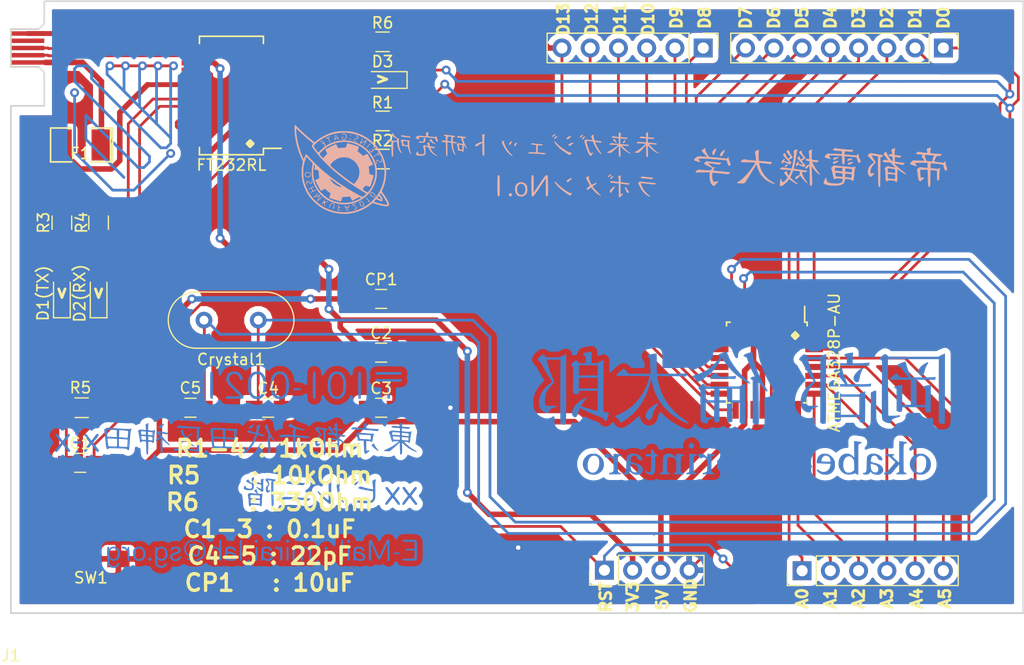
<source format=kicad_pcb>
(kicad_pcb (version 4) (host pcbnew 4.0.7-e2-6376~58~ubuntu16.04.1)
  (layers (0 F.Cu signal) (31 B.Cu signal) (34 B.Paste user) (35 F.Paste user) (36 B.SilkS user) (37 F.SilkS user) (38 B.Mask user hide) (39 F.Mask user hide) (44 Edge.Cuts user))
  (net 0 "")
  (net 1 "Net-(D1-Pad2)")
  (net 2 "Net-(D1-Pad1)")
  (net 3 3.3V)
  (net 4 GND)
  (net 5 "Net-(C4-Pad1)")
  (net 6 "Net-(C5-Pad1)")
  (net 7 "Net-(D2-Pad1)")
  (net 8 "Net-(D2-Pad2)")
  (net 9 "Net-(D3-Pad2)")
  (net 10 "Net-(J1-Pad4)")
  (net 11 "Net-(J3-Pad1)")
  (net 12 "Net-(J3-Pad2)")
  (net 13 "Net-(J3-Pad3)")
  (net 14 "Net-(J3-Pad4)")
  (net 15 "Net-(J3-Pad5)")
  (net 16 "Net-(J3-Pad6)")
  (net 17 "Net-(J4-Pad3)")
  (net 18 "Net-(J4-Pad4)")
  (net 19 "Net-(J4-Pad5)")
  (net 20 "Net-(J4-Pad6)")
  (net 21 "Net-(J4-Pad7)")
  (net 22 "Net-(J4-Pad8)")
  (net 23 "Net-(R2-Pad2)")
  (net 24 "Net-(U1-Pad3)")
  (net 25 "Net-(U1-Pad6)")
  (net 26 "Net-(U1-Pad8)")
  (net 27 "Net-(U1-Pad9)")
  (net 28 "Net-(U1-Pad10)")
  (net 29 "Net-(U1-Pad11)")
  (net 30 "Net-(U1-Pad12)")
  (net 31 "Net-(U1-Pad13)")
  (net 32 "Net-(U1-Pad14)")
  (net 33 "Net-(U1-Pad19)")
  (net 34 "Net-(U1-Pad24)")
  (net 35 "Net-(U1-Pad27)")
  (net 36 "Net-(U1-Pad28)")
  (net 37 "Net-(U2-Pad19)")
  (net 38 "Net-(U2-Pad22)")
  (net 39 "Net-(J5-Pad1)")
  (net 40 "Net-(J5-Pad2)")
  (net 41 "Net-(J5-Pad3)")
  (net 42 "Net-(J5-Pad4)")
  (net 43 "Net-(J5-Pad5)")
  (net 44 "Net-(J5-Pad6)")
  (net 45 DTR)
  (net 46 +5V)
  (net 47 D-)
  (net 48 D+)
  (net 49 TX)
  (net 50 RX)
  (net 51 "Net-(C1-Pad2)")
  (net 52 "Net-(R1-Pad2)")
  (net 53 5V)
  (module Socket_Strips:Socket_Strip_Straight_1x04_Pitch2.54mm (layer F.Cu) (at 149.098 112.903 90)
    (fp_text reference J2 hide)
    (fp_text value Conn_01x04)
    (pad 1 thru_hole rect (at 0 0 90) (size 1.7 1.7) (drill 1) (layers *.Cu *.Mask) (net 45 DTR))
    (pad 2 thru_hole oval (at 0 2.54 90) (size 1.7 1.7) (drill 1) (layers *.Cu *.Mask) (net 3 3.3V))
    (pad 3 thru_hole oval (at 0 5.08 90) (size 1.7 1.7) (drill 1) (layers *.Cu *.Mask) (net 53 5V))
    (pad 4 thru_hole oval (at 0 7.62 90) (size 1.7 1.7) (drill 1) (layers *.Cu *.Mask) (net 4 GND))
  )
  (module mod:meishi_microB_tushin (layer F.Cu) (at 95.75 116.76)
    (fp_text reference J1 (at 0 3.81) (layer F.SilkS))
    (fp_text value Conn_01x05)
    (pad 2 smd rect (at 1.5 -50.15 90) (size 0.4 3) (layers F.Cu F.Paste F.Mask) (net 47 D-))
    (pad 4 smd rect (at 1.5 -51.45 90) (size 0.4 3) (layers F.Cu F.Paste F.Mask) (net 10 "Net-(J1-Pad4)"))
    (pad 3 smd rect (at 1.5 -50.8 90) (size 0.4 3) (layers F.Cu F.Paste F.Mask) (net 48 D+))
    (pad 1 smd rect (at 1.5 -49.5 90) (size 0.4 3) (layers F.Cu F.Paste F.Mask) (net 46 +5V))
    (pad 5 smd rect (at 1.5 -52.1 90) (size 0.4 3) (layers F.Cu F.Paste F.Mask) (net 4 GND))
  )
  (module Capacitors_SMD:C_0805_HandSoldering (layer F.Cu) (at 101.981 103.251)
    (fp_text reference C1 (at 0 -1.75) (layer F.SilkS))
    (fp_text value 0.1u)
    (pad 1 smd rect (at -1.25 0) (size 1.5 1.25) (layers F.Cu F.Paste F.Mask) (net 45 DTR))
    (pad 2 smd rect (at 1.25 0) (size 1.5 1.25) (layers F.Cu F.Paste F.Mask) (net 51 "Net-(C1-Pad2)"))
  )
  (module Capacitors_SMD:C_0805_HandSoldering (layer F.Cu) (at 129.032 93.345)
    (fp_text reference C2 (at 0 -1.75) (layer F.SilkS))
    (fp_text value 0.1u)
    (pad 1 smd rect (at -1.25 0) (size 1.5 1.25) (layers F.Cu F.Paste F.Mask) (net 3 3.3V))
    (pad 2 smd rect (at 1.25 0) (size 1.5 1.25) (layers F.Cu F.Paste F.Mask) (net 4 GND))
  )
  (module Capacitors_SMD:C_0805_HandSoldering (layer F.Cu) (at 129.032 98.298)
    (fp_text reference C3 (at 0 -1.75) (layer F.SilkS))
    (fp_text value 0.1u)
    (pad 1 smd rect (at -1.25 0) (size 1.5 1.25) (layers F.Cu F.Paste F.Mask) (net 53 5V))
    (pad 2 smd rect (at 1.25 0) (size 1.5 1.25) (layers F.Cu F.Paste F.Mask) (net 4 GND))
  )
  (module Capacitors_SMD:C_0805_HandSoldering (layer F.Cu) (at 118.872 98.298)
    (fp_text reference C4 (at 0 -1.75) (layer F.SilkS))
    (fp_text value 22p)
    (pad 1 smd rect (at -1.25 0) (size 1.5 1.25) (layers F.Cu F.Paste F.Mask) (net 5 "Net-(C4-Pad1)"))
    (pad 2 smd rect (at 1.25 0) (size 1.5 1.25) (layers F.Cu F.Paste F.Mask) (net 4 GND))
  )
  (module Capacitors_SMD:C_0805_HandSoldering (layer F.Cu) (at 111.887 98.298 180)
    (fp_text reference C5 (at 0 1.778 180) (layer F.SilkS))
    (fp_text value 22p)
    (pad 1 smd rect (at -1.25 0 180) (size 1.5 1.25) (layers F.Cu F.Paste F.Mask) (net 6 "Net-(C5-Pad1)"))
    (pad 2 smd rect (at 1.25 0 180) (size 1.5 1.25) (layers F.Cu F.Paste F.Mask) (net 4 GND))
  )
  (module Capacitors_SMD:C_0805_HandSoldering (layer F.Cu) (at 129.032 88.519)
    (fp_text reference CP1 (at 0 -1.75) (layer F.SilkS))
    (fp_text value 10u)
    (pad 1 smd rect (at -1.25 0) (size 1.5 1.25) (layers F.Cu F.Paste F.Mask) (net 53 5V))
    (pad 2 smd rect (at 1.25 0) (size 1.5 1.25) (layers F.Cu F.Paste F.Mask) (net 4 GND))
  )
  (module Crystals:Crystal_HC49-U_Vertical (layer F.Cu) (at 117.983 90.424 180)
    (fp_text reference Crystal1 (at 2.44 -3.525 180) (layer F.SilkS))
    (fp_text value 16MHz)
    (pad 1 thru_hole circle (at 0 0 180) (size 1.5 1.5) (drill 0.8) (layers *.Cu *.Mask) (net 5 "Net-(C4-Pad1)"))
    (pad 2 thru_hole circle (at 4.88 0 180) (size 1.5 1.5) (drill 0.8) (layers *.Cu *.Mask) (net 6 "Net-(C5-Pad1)"))
  )
  (module LEDs:LED_0805_HandSoldering (layer F.Cu) (at 100.33 88.011 90)
    (fp_text reference "D1(TX)" (at 0 -1.7 90) (layer F.SilkS))
    (fp_text value RED hide)
    (pad 1 smd rect (at -1.35 0 90) (size 1.5 1.3) (layers F.Cu F.Paste F.Mask) (net 2 "Net-(D1-Pad1)"))
    (pad 2 smd rect (at 1.35 0 90) (size 1.5 1.3) (layers F.Cu F.Paste F.Mask) (net 1 "Net-(D1-Pad2)"))
  )
  (module LEDs:LED_0805_HandSoldering (layer F.Cu) (at 103.632 88.011 90)
    (fp_text reference "D2(RX)" (at 0 -1.7 90) (layer F.SilkS))
    (fp_text value GREEN hide)
    (pad 1 smd rect (at -1.35 0 90) (size 1.5 1.3) (layers F.Cu F.Paste F.Mask) (net 7 "Net-(D2-Pad1)"))
    (pad 2 smd rect (at 1.35 0 90) (size 1.5 1.3) (layers F.Cu F.Paste F.Mask) (net 8 "Net-(D2-Pad2)"))
  )
  (module LEDs:LED_0805_HandSoldering (layer F.Cu) (at 129.159 68.834 180)
    (fp_text reference D3 (at 0 1.651 180) (layer F.SilkS))
    (fp_text value RED)
    (pad 1 smd rect (at -1.35 0 180) (size 1.5 1.3) (layers F.Cu F.Paste F.Mask) (net 4 GND))
    (pad 2 smd rect (at 1.35 0 180) (size 1.5 1.3) (layers F.Cu F.Paste F.Mask) (net 9 "Net-(D3-Pad2)"))
  )
  (module Pin_Headers:Pin_Header_Straight_1x06_Pitch2.54mm (layer F.Cu) (at 166.87 112.95 90)
    (fp_text reference J3 hide)
    (fp_text value Conn_01x06)
    (pad 1 thru_hole rect (at 0 0 90) (size 1.7 1.7) (drill 1) (layers *.Cu *.Mask) (net 11 "Net-(J3-Pad1)"))
    (pad 2 thru_hole oval (at 0 2.54 90) (size 1.7 1.7) (drill 1) (layers *.Cu *.Mask) (net 12 "Net-(J3-Pad2)"))
    (pad 3 thru_hole oval (at 0 5.08 90) (size 1.7 1.7) (drill 1) (layers *.Cu *.Mask) (net 13 "Net-(J3-Pad3)"))
    (pad 4 thru_hole oval (at 0 7.62 90) (size 1.7 1.7) (drill 1) (layers *.Cu *.Mask) (net 14 "Net-(J3-Pad4)"))
    (pad 5 thru_hole oval (at 0 10.16 90) (size 1.7 1.7) (drill 1) (layers *.Cu *.Mask) (net 15 "Net-(J3-Pad5)"))
    (pad 6 thru_hole oval (at 0 12.7 90) (size 1.7 1.7) (drill 1) (layers *.Cu *.Mask) (net 16 "Net-(J3-Pad6)"))
  )
  (module Resistors_SMD:R_0805_HandSoldering (layer F.Cu) (at 129.159 72.517 180)
    (fp_text reference R1 (at 0 1.651 180) (layer F.SilkS))
    (fp_text value 1k)
    (pad 1 smd rect (at -1.35 0 180) (size 1.5 1.3) (layers F.Cu F.Paste F.Mask) (net 50 RX))
    (pad 2 smd rect (at 1.35 0 180) (size 1.5 1.3) (layers F.Cu F.Paste F.Mask) (net 52 "Net-(R1-Pad2)"))
  )
  (module Resistors_SMD:R_0805_HandSoldering (layer F.Cu) (at 129.159 75.946 180)
    (fp_text reference R2 (at 0 1.651 180) (layer F.SilkS))
    (fp_text value 1k)
    (pad 1 smd rect (at -1.35 0 180) (size 1.5 1.3) (layers F.Cu F.Paste F.Mask) (net 49 TX))
    (pad 2 smd rect (at 1.35 0 180) (size 1.5 1.3) (layers F.Cu F.Paste F.Mask) (net 23 "Net-(R2-Pad2)"))
  )
  (module Resistors_SMD:R_0805_HandSoldering (layer F.Cu) (at 100.33 81.661 270)
    (fp_text reference R3 (at 0 1.651 270) (layer F.SilkS))
    (fp_text value 1k)
    (pad 1 smd rect (at -1.35 0 270) (size 1.5 1.3) (layers F.Cu F.Paste F.Mask) (net 53 5V))
    (pad 2 smd rect (at 1.35 0 270) (size 1.5 1.3) (layers F.Cu F.Paste F.Mask) (net 1 "Net-(D1-Pad2)"))
  )
  (module Resistors_SMD:R_0805_HandSoldering (layer F.Cu) (at 103.632 81.661 270)
    (fp_text reference R4 (at 0 1.524 270) (layer F.SilkS))
    (fp_text value 1k)
    (pad 1 smd rect (at -1.35 0 270) (size 1.5 1.3) (layers F.Cu F.Paste F.Mask) (net 53 5V))
    (pad 2 smd rect (at 1.35 0 270) (size 1.5 1.3) (layers F.Cu F.Paste F.Mask) (net 8 "Net-(D2-Pad2)"))
  )
  (module Resistors_SMD:R_0805_HandSoldering (layer F.Cu) (at 102.108 98.298 180)
    (fp_text reference R5 (at 0.108 1.798 180) (layer F.SilkS))
    (fp_text value 10k)
    (pad 1 smd rect (at -1.35 0 180) (size 1.5 1.3) (layers F.Cu F.Paste F.Mask) (net 53 5V))
    (pad 2 smd rect (at 1.35 0 180) (size 1.5 1.3) (layers F.Cu F.Paste F.Mask) (net 45 DTR))
  )
  (module Resistors_SMD:R_0805_HandSoldering (layer F.Cu) (at 129.159 65.405)
    (fp_text reference R6 (at 0 -1.7) (layer F.SilkS))
    (fp_text value 330)
    (pad 1 smd rect (at -1.35 0) (size 1.5 1.3) (layers F.Cu F.Paste F.Mask) (net 9 "Net-(D3-Pad2)"))
    (pad 2 smd rect (at 1.35 0) (size 1.5 1.3) (layers F.Cu F.Paste F.Mask) (net 44 "Net-(J5-Pad6)"))
  )
  (module Pin_Headers:Pin_Header_Straight_1x08_Pitch2.54mm (layer F.Cu) (at 179.57 65.96 270)
    (fp_text reference J4 hide)
    (fp_text value Conn_01x08)
    (pad 1 thru_hole rect (at 0 0 270) (size 1.7 1.7) (drill 1) (layers *.Cu *.Mask) (net 49 TX))
    (pad 2 thru_hole oval (at 0 2.54 270) (size 1.7 1.7) (drill 1) (layers *.Cu *.Mask) (net 50 RX))
    (pad 3 thru_hole oval (at 0 5.08 270) (size 1.7 1.7) (drill 1) (layers *.Cu *.Mask) (net 17 "Net-(J4-Pad3)"))
    (pad 4 thru_hole oval (at 0 7.62 270) (size 1.7 1.7) (drill 1) (layers *.Cu *.Mask) (net 18 "Net-(J4-Pad4)"))
    (pad 5 thru_hole oval (at 0 10.16 270) (size 1.7 1.7) (drill 1) (layers *.Cu *.Mask) (net 19 "Net-(J4-Pad5)"))
    (pad 6 thru_hole oval (at 0 12.7 270) (size 1.7 1.7) (drill 1) (layers *.Cu *.Mask) (net 20 "Net-(J4-Pad6)"))
    (pad 7 thru_hole oval (at 0 15.24 270) (size 1.7 1.7) (drill 1) (layers *.Cu *.Mask) (net 21 "Net-(J4-Pad7)"))
    (pad 8 thru_hole oval (at 0 17.78 270) (size 1.7 1.7) (drill 1) (layers *.Cu *.Mask) (net 22 "Net-(J4-Pad8)"))
  )
  (module Pin_Headers:Pin_Header_Straight_1x06_Pitch2.54mm (layer F.Cu) (at 157.98 65.96 270)
    (fp_text reference J5 hide)
    (fp_text value Conn_01x06)
    (pad 1 thru_hole rect (at 0 0 270) (size 1.7 1.7) (drill 1) (layers *.Cu *.Mask) (net 39 "Net-(J5-Pad1)"))
    (pad 2 thru_hole oval (at 0 2.54 270) (size 1.7 1.7) (drill 1) (layers *.Cu *.Mask) (net 40 "Net-(J5-Pad2)"))
    (pad 3 thru_hole oval (at 0 5.08 270) (size 1.7 1.7) (drill 1) (layers *.Cu *.Mask) (net 41 "Net-(J5-Pad3)"))
    (pad 4 thru_hole oval (at 0 7.62 270) (size 1.7 1.7) (drill 1) (layers *.Cu *.Mask) (net 42 "Net-(J5-Pad4)"))
    (pad 5 thru_hole oval (at 0 10.16 270) (size 1.7 1.7) (drill 1) (layers *.Cu *.Mask) (net 43 "Net-(J5-Pad5)"))
    (pad 6 thru_hole oval (at 0 12.7 270) (size 1.7 1.7) (drill 1) (layers *.Cu *.Mask) (net 44 "Net-(J5-Pad6)"))
  )
  (module ArduinoNameCard:switch_4632 (layer F.Cu) (at 102.997 112.395)
    (fp_text reference SW1 (at -0.06 1.184) (layer F.SilkS))
    (fp_text value SW_Push)
    (pad 2 smd rect (at 2.413 -0.508) (size 2 1.5) (layers F.Cu F.Paste F.Mask) (net 4 GND))
    (pad 1 smd rect (at 2.413 -3.429) (size 2 1.5) (layers F.Cu F.Paste F.Mask) (net 45 DTR))
    (pad 2 smd rect (at -2.159 -0.508) (size 2 1.5) (layers F.Cu F.Paste F.Mask) (net 4 GND))
    (pad 1 smd rect (at -2.159 -3.429) (size 2 1.5) (layers F.Cu F.Paste F.Mask) (net 45 DTR))
  )
  (module ArduinoNameCard:belong_silk (layer B.Cu) (at 151.13 76.962 180)
    (fp_text reference G*** hide)
    (fp_text value LOGO hide)
  )
  (module ArduinoNameCard:name_cu (layer B.Cu) (at 161.29 99.695 180)
    (fp_text reference G*** hide)
    (fp_text value LOGO hide)
    (fp_poly (pts (xy 7.75065 -10.055454) (xy 7.757625 -10.061168) (xy 7.77186 -10.101261) (xy 7.753316 -10.136701) (xy 7.72933 -10.144744) (xy 7.696721 -10.126224) (xy 7.689822 -10.117104) (xy 7.686852 -10.078328) (xy 7.713753 -10.052313) (xy 7.75065 -10.055454)) (layer B.Cu) (width 0.01))
    (fp_poly (pts (xy -16.010252 -2.748326) (xy -15.844974 -2.788032) (xy -15.700315 -2.859717) (xy -15.563717 -2.968258) (xy -15.5329 -2.998166) (xy -15.402823 -3.162239) (xy -15.314892 -3.346976) (xy -15.269071 -3.544643) (xy -15.265324 -3.747505) (xy -15.303617 -3.947828) (xy -15.383914 -4.137876) (xy -15.506178 -4.309916) (xy -15.53911 -4.34499) (xy -15.704959 -4.477556) (xy -15.897219 -4.568043) (xy -16.110768 -4.614265) (xy -16.182129 -4.619327) (xy -16.314715 -4.618544) (xy -16.428718 -4.607075) (xy -16.488388 -4.59326) (xy -16.701378 -4.500155) (xy -16.875338 -4.375545) (xy -17.009273 -4.220472) (xy -17.102187 -4.035981) (xy -17.137542 -3.91293) (xy -17.161346 -3.692292) (xy -17.14471 -3.540741) (xy -16.747411 -3.540741) (xy -16.732539 -3.745334) (xy -16.689938 -3.944494) (xy -16.62127 -4.123434) (xy -16.570675 -4.211353) (xy -16.461652 -4.3354) (xy -16.334207 -4.414762) (xy -16.194054 -4.447796) (xy -16.046902 -4.432862) (xy -15.941312 -4.392242) (xy -15.860416 -4.340243) (xy -15.799065 -4.269764) (xy -15.757946 -4.198648) (xy -15.721134 -4.119665) (xy -15.699729 -4.047208) (xy -15.689819 -3.961928) (xy -15.687487 -3.8503) (xy -15.703558 -3.596958) (xy -15.751119 -3.376376) (xy -15.829191 -3.191484) (xy -15.936793 -3.045211) (xy -15.965967 -3.017021) (xy -16.084779 -2.940379) (xy -16.216801 -2.905498) (xy -16.351734 -2.910131) (xy -16.47928 -2.952029) (xy -16.589139 -3.028948) (xy -16.671013 -3.138639) (xy -16.687314 -3.174401) (xy -16.73289 -3.345501) (xy -16.747411 -3.540741) (xy -17.14471 -3.540741) (xy -17.137952 -3.479182) (xy -17.070421 -3.279895) (xy -16.961813 -3.100729) (xy -16.81519 -2.947982) (xy -16.633613 -2.827949) (xy -16.602802 -2.812802) (xy -16.514383 -2.774014) (xy -16.439423 -2.750757) (xy -16.35865 -2.739263) (xy -16.252795 -2.735763) (xy -16.208708 -2.735721) (xy -16.010252 -2.748326)) (layer B.Cu) (width 0.01))
    (fp_poly (pts (xy -11.857136 -2.73308) (xy -11.70317 -2.773255) (xy -11.572613 -2.843288) (xy -11.474088 -2.941553) (xy -11.448697 -2.982445) (xy -11.434312 -3.016644) (xy -11.422784 -3.063846) (xy -11.413554 -3.130594) (xy -11.406063 -3.223435) (xy -11.399753 -3.348914) (xy -11.394066 -3.513576) (xy -11.389688 -3.673974) (xy -11.383657 -3.89033) (xy -11.376848 -4.061289) (xy -11.367874 -4.192303) (xy -11.355347 -4.28882) (xy -11.337879 -4.356292) (xy -11.314082 -4.40017) (xy -11.282568 -4.425902) (xy -11.241949 -4.438941) (xy -11.193468 -4.444549) (xy -11.108038 -4.461007) (xy -11.061875 -4.497281) (xy -11.059152 -4.501997) (xy -11.047676 -4.540365) (xy -11.072073 -4.566865) (xy -11.103531 -4.581891) (xy -11.167781 -4.598598) (xy -11.259567 -4.610127) (xy -11.331518 -4.613432) (xy -11.462453 -4.60219) (xy -11.559653 -4.561877) (xy -11.634779 -4.486329) (xy -11.66587 -4.436736) (xy -11.696478 -4.382212) (xy -11.71466 -4.350488) (xy -11.715467 -4.349163) (xy -11.733985 -4.360037) (xy -11.773147 -4.400392) (xy -11.798599 -4.430156) (xy -11.89505 -4.512099) (xy -12.026044 -4.574759) (xy -12.177883 -4.614943) (xy -12.336873 -4.629459) (xy -12.489317 -4.615117) (xy -12.538735 -4.602645) (xy -12.680427 -4.536784) (xy -12.786076 -4.436651) (xy -12.815275 -4.39163) (xy -12.849391 -4.318395) (xy -12.861978 -4.246772) (xy -12.857382 -4.151605) (xy -12.857134 -4.149185) (xy -12.855197 -4.140402) (xy -12.433027 -4.140402) (xy -12.418468 -4.245014) (xy -12.384968 -4.325365) (xy -12.380582 -4.331293) (xy -12.298212 -4.397825) (xy -12.192983 -4.427683) (xy -12.078059 -4.420083) (xy -11.966606 -4.374241) (xy -11.941777 -4.357417) (xy -11.858464 -4.27567) (xy -11.800798 -4.168826) (xy -11.76567 -4.028953) (xy -11.750824 -3.869761) (xy -11.740371 -3.633317) (xy -11.813378 -3.649546) (xy -11.999697 -3.694978) (xy -12.142478 -3.740085) (xy -12.248884 -3.788449) (xy -12.326076 -3.843653) (xy -12.381217 -3.90928) (xy -12.400876 -3.943422) (xy -12.427534 -4.032785) (xy -12.433027 -4.140402) (xy -12.855197 -4.140402) (xy -12.828016 -4.017199) (xy -12.767487 -3.90334) (xy -12.671818 -3.804741) (xy -12.537278 -3.718533) (xy -12.360136 -3.641847) (xy -12.136664 -3.571814) (xy -12.0903 -3.55945) (xy -11.972764 -3.52806) (xy -11.874067 -3.500271) (xy -11.804144 -3.478982) (xy -11.772933 -3.467094) (xy -11.772482 -3.466716) (xy -11.761492 -3.427908) (xy -11.760478 -3.355319) (xy -11.767824 -3.264681) (xy -11.781913 -3.171725) (xy -11.80113 -3.092184) (xy -11.814546 -3.057243) (xy -11.879386 -2.966392) (xy -11.969293 -2.915092) (xy -12.090488 -2.898873) (xy -12.19198 -2.912974) (xy -12.271464 -2.960618) (xy -12.337586 -3.04855) (xy -12.372369 -3.118733) (xy -12.420107 -3.208487) (xy -12.476256 -3.266313) (xy -12.554508 -3.30133) (xy -12.668556 -3.322655) (xy -12.680931 -3.324201) (xy -12.788989 -3.337344) (xy -12.788894 -3.251404) (xy -12.763618 -3.131279) (xy -12.688311 -3.018291) (xy -12.563343 -2.912839) (xy -12.389086 -2.815315) (xy -12.373262 -2.807975) (xy -12.200805 -2.748813) (xy -12.025889 -2.72439) (xy -11.857136 -2.73308)) (layer B.Cu) (width 0.01))
    (fp_poly (pts (xy -10.279788 -3.099734) (xy -10.134584 -2.959093) (xy -10.026464 -2.86251) (xy -9.929936 -2.798885) (xy -9.827514 -2.759459) (xy -9.701712 -2.735475) (xy -9.683438 -2.733122) (xy -9.500034 -2.733552) (xy -9.332297 -2.779065) (xy -9.183861 -2.865338) (xy -9.058357 -2.988048) (xy -8.959418 -3.142871) (xy -8.890676 -3.325485) (xy -8.855765 -3.531567) (xy -8.855185 -3.718857) (xy -8.894534 -3.935933) (xy -8.979174 -4.134686) (xy -9.105122 -4.309351) (xy -9.268393 -4.454164) (xy -9.427288 -4.546573) (xy -9.59324 -4.599608) (xy -9.78263 -4.618549) (xy -9.981049 -4.603261) (xy -10.174083 -4.553607) (xy -10.174092 -4.553604) (xy -10.343279 -4.492615) (xy -10.458299 -4.560021) (xy -10.549826 -4.60883) (xy -10.60555 -4.626297) (xy -10.628929 -4.613396) (xy -10.629924 -4.608358) (xy -10.630256 -4.579945) (xy -10.630422 -4.505541) (xy -10.630427 -4.390008) (xy -10.630279 -4.238205) (xy -10.629986 -4.054993) (xy -10.629976 -4.049927) (xy -10.271875 -4.049927) (xy -10.269943 -4.127765) (xy -10.264014 -4.180076) (xy -10.253211 -4.215293) (xy -10.236656 -4.241852) (xy -10.217316 -4.264018) (xy -10.15909 -4.313025) (xy -10.077343 -4.365515) (xy -10.03033 -4.390376) (xy -9.943237 -4.42627) (xy -9.86045 -4.442843) (xy -9.757284 -4.444491) (xy -9.732433 -4.443436) (xy -9.634246 -4.435756) (xy -9.56871 -4.420348) (xy -9.517653 -4.391153) (xy -9.48123 -4.359677) (xy -9.388044 -4.239751) (xy -9.321921 -4.087398) (xy -9.282775 -3.91319) (xy -9.270518 -3.727696) (xy -9.285065 -3.541487) (xy -9.326327 -3.365134) (xy -9.39422 -3.209206) (xy -9.488654 -3.084273) (xy -9.49173 -3.081275) (xy -9.594437 -3.008118) (xy -9.711213 -2.965966) (xy -9.826059 -2.959044) (xy -9.892255 -2.975506) (xy -10.017563 -3.050036) (xy -10.130123 -3.158301) (xy -10.20254 -3.26476) (xy -10.223559 -3.309983) (xy -10.238948 -3.359836) (xy -10.249869 -3.423646) (xy -10.257485 -3.510739) (xy -10.262958 -3.630441) (xy -10.267258 -3.783926) (xy -10.270688 -3.938125) (xy -10.271875 -4.049927) (xy -10.629976 -4.049927) (xy -10.629552 -3.845233) (xy -10.628986 -3.613784) (xy -10.628295 -3.365508) (xy -10.628076 -3.292592) (xy -10.627598 -2.954498) (xy -10.628354 -2.662913) (xy -10.630331 -2.418549) (xy -10.633518 -2.22212) (xy -10.637903 -2.074338) (xy -10.643474 -1.975917) (xy -10.65022 -1.92757) (xy -10.650745 -1.926054) (xy -10.683681 -1.874714) (xy -10.744296 -1.84036) (xy -10.791657 -1.825643) (xy -10.874073 -1.793697) (xy -10.920471 -1.754591) (xy -10.924807 -1.714459) (xy -10.914697 -1.700734) (xy -10.881602 -1.688487) (xy -10.811489 -1.673523) (xy -10.717894 -1.65861) (xy -10.691391 -1.655083) (xy -10.575664 -1.640093) (xy -10.462115 -1.625022) (xy -10.373985 -1.612956) (xy -10.368912 -1.612239) (xy -10.249836 -1.595354) (xy -10.279788 -3.099734)) (layer B.Cu) (width 0.01))
    (fp_poly (pts (xy -7.432035 -2.749311) (xy -7.281879 -2.797049) (xy -7.154932 -2.881046) (xy -7.080435 -2.956877) (xy -7.010508 -3.063197) (xy -6.950412 -3.199112) (xy -6.907811 -3.343415) (xy -6.89037 -3.474895) (xy -6.89029 -3.483032) (xy -6.89029 -3.579125) (xy -7.023773 -3.594063) (xy -7.091948 -3.599709) (xy -7.200113 -3.606305) (xy -7.337431 -3.613295) (xy -7.493063 -3.620125) (xy -7.646696 -3.625916) (xy -8.136136 -3.642832) (xy -8.136136 -3.725403) (xy -8.117322 -3.858732) (xy -8.066567 -4.00148) (xy -7.992402 -4.132281) (xy -7.954299 -4.180832) (xy -7.826792 -4.289966) (xy -7.679113 -4.357047) (xy -7.519998 -4.381854) (xy -7.358186 -4.364166) (xy -7.202413 -4.303763) (xy -7.064425 -4.203281) (xy -6.999396 -4.159855) (xy -6.941518 -4.151677) (xy -6.902845 -4.178976) (xy -6.895413 -4.200082) (xy -6.908406 -4.251609) (xy -6.957111 -4.318528) (xy -7.032476 -4.392107) (xy -7.12545 -4.463613) (xy -7.226981 -4.524315) (xy -7.236389 -4.529028) (xy -7.326145 -4.569707) (xy -7.4061 -4.595089) (xy -7.495542 -4.609494) (xy -7.613762 -4.617239) (xy -7.634103 -4.618053) (xy -7.766168 -4.62007) (xy -7.8658 -4.613048) (xy -7.950928 -4.594999) (xy -8.005811 -4.57684) (xy -8.181398 -4.488737) (xy -8.322768 -4.364481) (xy -8.433882 -4.200467) (xy -8.446331 -4.175996) (xy -8.483501 -4.097429) (xy -8.507696 -4.032903) (xy -8.521689 -3.967516) (xy -8.528251 -3.886366) (xy -8.530152 -3.77455) (xy -8.53023 -3.724825) (xy -8.529293 -3.598398) (xy -8.524662 -3.507974) (xy -8.516664 -3.457858) (xy -8.153967 -3.457858) (xy -7.897153 -3.454886) (xy -7.764396 -3.451835) (xy -7.628827 -3.44622) (xy -7.512637 -3.439044) (xy -7.475075 -3.435817) (xy -7.309809 -3.419719) (xy -7.318393 -3.318018) (xy -7.350183 -3.182022) (xy -7.416127 -3.063354) (xy -7.507971 -2.970853) (xy -7.61746 -2.913358) (xy -7.710177 -2.898498) (xy -7.847365 -2.921638) (xy -7.962802 -2.988644) (xy -8.052924 -3.095895) (xy -8.114166 -3.239768) (xy -8.133544 -3.328665) (xy -8.153967 -3.457858) (xy -8.516664 -3.457858) (xy -8.513608 -3.438713) (xy -8.493403 -3.375777) (xy -8.461319 -3.304326) (xy -8.447819 -3.276675) (xy -8.331854 -3.095526) (xy -8.178464 -2.939201) (xy -7.999048 -2.81889) (xy -7.963702 -2.801375) (xy -7.873389 -2.763916) (xy -7.78924 -2.743112) (xy -7.689314 -2.734718) (xy -7.614914 -2.733862) (xy -7.432035 -2.749311)) (layer B.Cu) (width 0.01))
    (fp_poly (pts (xy 7.952181 -2.34144) (xy 7.970185 -2.355052) (xy 7.979531 -2.390034) (xy 7.983051 -2.456447) (xy 7.983584 -2.555255) (xy 7.983584 -2.771371) (xy 8.496133 -2.771371) (xy 8.478206 -2.854004) (xy 8.457791 -2.916436) (xy 8.432904 -2.954461) (xy 8.431691 -2.955316) (xy 8.394346 -2.963981) (xy 8.320131 -2.970615) (xy 8.22302 -2.974111) (xy 8.190501 -2.974385) (xy 7.977898 -2.974774) (xy 7.989764 -3.604054) (xy 7.995361 -3.832182) (xy 8.002718 -4.020277) (xy 8.011667 -4.165565) (xy 8.022043 -4.265274) (xy 8.032418 -4.313629) (xy 8.075282 -4.383063) (xy 8.138083 -4.412344) (xy 8.225319 -4.402067) (xy 8.339125 -4.354046) (xy 8.442009 -4.309302) (xy 8.511595 -4.295478) (xy 8.544765 -4.309856) (xy 8.538404 -4.349716) (xy 8.489394 -4.412337) (xy 8.44926 -4.45016) (xy 8.307604 -4.549435) (xy 8.158556 -4.608846) (xy 8.010821 -4.626519) (xy 7.873108 -4.600578) (xy 7.832839 -4.582893) (xy 7.758371 -4.532552) (xy 7.696044 -4.470747) (xy 7.692999 -4.466712) (xy 7.67746 -4.443095) (xy 7.665205 -4.415388) (xy 7.65576 -4.377451) (xy 7.648649 -4.323145) (xy 7.643399 -4.246328) (xy 7.639532 -4.140862) (xy 7.636576 -4.000605) (xy 7.634054 -3.819418) (xy 7.632511 -3.68488) (xy 7.624682 -2.974774) (xy 7.497339 -2.974774) (xy 7.422226 -2.973158) (xy 7.385724 -2.963593) (xy 7.375601 -2.939001) (xy 7.378041 -2.905759) (xy 7.395438 -2.853466) (xy 7.44194 -2.826424) (xy 7.468082 -2.820111) (xy 7.551879 -2.794628) (xy 7.619608 -2.750586) (xy 7.680741 -2.678793) (xy 7.744749 -2.570057) (xy 7.763773 -2.533131) (xy 7.815371 -2.435733) (xy 7.854193 -2.376635) (xy 7.887241 -2.347288) (xy 7.921517 -2.339145) (xy 7.922682 -2.339139) (xy 7.952181 -2.34144)) (layer B.Cu) (width 0.01))
    (fp_poly (pts (xy 9.719759 -2.730628) (xy 9.876929 -2.766194) (xy 10.007208 -2.833021) (xy 10.035648 -2.855727) (xy 10.084467 -2.901283) (xy 10.122941 -2.946784) (xy 10.152488 -2.99894) (xy 10.174526 -3.064462) (xy 10.190472 -3.15006) (xy 10.201743 -3.262445) (xy 10.209759 -3.408326) (xy 10.215937 -3.594414) (xy 10.21927 -3.724825) (xy 10.225995 -3.953386) (xy 10.233989 -4.132766) (xy 10.243367 -4.264621) (xy 10.254245 -4.350606) (xy 10.265808 -4.390855) (xy 10.30118 -4.428792) (xy 10.361632 -4.448515) (xy 10.417992 -4.454419) (xy 10.501519 -4.469147) (xy 10.541972 -4.496069) (xy 10.544016 -4.529865) (xy 10.512317 -4.565213) (xy 10.451539 -4.596793) (xy 10.366348 -4.619285) (xy 10.266333 -4.627388) (xy 10.126943 -4.605569) (xy 10.013441 -4.542124) (xy 9.930831 -4.439907) (xy 9.927921 -4.434441) (xy 9.87359 -4.330444) (xy 9.793194 -4.426205) (xy 9.689437 -4.514035) (xy 9.552244 -4.578799) (xy 9.394811 -4.617711) (xy 9.230334 -4.627983) (xy 9.07201 -4.606828) (xy 9.016804 -4.590184) (xy 8.890606 -4.520854) (xy 8.799048 -4.420148) (xy 8.7453 -4.296635) (xy 8.732534 -4.158882) (xy 8.73715 -4.137785) (xy 9.154282 -4.137785) (xy 9.176543 -4.252492) (xy 9.230274 -4.347882) (xy 9.262517 -4.378964) (xy 9.344345 -4.415134) (xy 9.448808 -4.423459) (xy 9.556411 -4.404572) (xy 9.636939 -4.366817) (xy 9.73098 -4.281326) (xy 9.794338 -4.169747) (xy 9.829653 -4.025473) (xy 9.83964 -3.858952) (xy 9.8387 -3.751064) (xy 9.834633 -3.68503) (xy 9.825572 -3.651871) (xy 9.80965 -3.642605) (xy 9.795146 -3.645025) (xy 9.74646 -3.657147) (xy 9.668084 -3.675035) (xy 9.605901 -3.688599) (xy 9.429838 -3.743591) (xy 9.294152 -3.823951) (xy 9.211113 -3.913306) (xy 9.165227 -4.019482) (xy 9.154282 -4.137785) (xy 8.73715 -4.137785) (xy 8.76392 -4.015457) (xy 8.785755 -3.965838) (xy 8.864569 -3.855222) (xy 8.98438 -3.758318) (xy 9.147714 -3.673708) (xy 9.357096 -3.599973) (xy 9.50911 -3.559585) (xy 9.642306 -3.526975) (xy 9.733835 -3.500872) (xy 9.791513 -3.476062) (xy 9.823156 -3.447335) (xy 9.836578 -3.409477) (xy 9.839595 -3.357277) (xy 9.83964 -3.339142) (xy 9.823598 -3.175533) (xy 9.776724 -3.047371) (xy 9.700899 -2.957234) (xy 9.598004 -2.907701) (xy 9.5182 -2.898498) (xy 9.419047 -2.905948) (xy 9.3479 -2.934483) (xy 9.291473 -2.993388) (xy 9.236479 -3.091942) (xy 9.234046 -3.096997) (xy 9.170526 -3.204635) (xy 9.095826 -3.272394) (xy 8.99505 -3.311108) (xy 8.921798 -3.324124) (xy 8.846035 -3.324188) (xy 8.807953 -3.295679) (xy 8.804691 -3.233995) (xy 8.822831 -3.164836) (xy 8.884169 -3.052451) (xy 8.988833 -2.945266) (xy 9.129329 -2.850285) (xy 9.195434 -2.816551) (xy 9.368159 -2.7553) (xy 9.546551 -2.726828) (xy 9.719759 -2.730628)) (layer B.Cu) (width 0.01))
    (fp_poly (pts (xy 13.38154 -2.748326) (xy 13.546818 -2.788032) (xy 13.691477 -2.859717) (xy 13.828075 -2.968258) (xy 13.858891 -2.998166) (xy 13.988969 -3.162239) (xy 14.0769 -3.346976) (xy 14.122721 -3.544643) (xy 14.126467 -3.747505) (xy 14.088174 -3.947828) (xy 14.007878 -4.137876) (xy 13.885614 -4.309916) (xy 13.852682 -4.34499) (xy 13.686833 -4.477556) (xy 13.494573 -4.568043) (xy 13.281024 -4.614265) (xy 13.209663 -4.619327) (xy 13.077077 -4.618544) (xy 12.963074 -4.607075) (xy 12.903404 -4.59326) (xy 12.690414 -4.500155) (xy 12.516454 -4.375545) (xy 12.382519 -4.220472) (xy 12.289605 -4.035981) (xy 12.25425 -3.91293) (xy 12.230446 -3.692292) (xy 12.247082 -3.540741) (xy 12.644381 -3.540741) (xy 12.659252 -3.745334) (xy 12.701854 -3.944494) (xy 12.770522 -4.123434) (xy 12.821117 -4.211353) (xy 12.93014 -4.3354) (xy 13.057584 -4.414762) (xy 13.197738 -4.447796) (xy 13.34489 -4.432862) (xy 13.45048 -4.392242) (xy 13.531376 -4.340243) (xy 13.592727 -4.269764) (xy 13.633845 -4.198648) (xy 13.670658 -4.119665) (xy 13.692062 -4.047208) (xy 13.701972 -3.961928) (xy 13.704305 -3.8503) (xy 13.688233 -3.596958) (xy 13.640672 -3.376376) (xy 13.562601 -3.191484) (xy 13.454999 -3.045211) (xy 13.425825 -3.017021) (xy 13.307013 -2.940379) (xy 13.174991 -2.905498) (xy 13.040058 -2.910131) (xy 12.912512 -2.952029) (xy 12.802653 -3.028948) (xy 12.720779 -3.138639) (xy 12.704478 -3.174401) (xy 12.658901 -3.345501) (xy 12.644381 -3.540741) (xy 12.247082 -3.540741) (xy 12.25384 -3.479182) (xy 12.321371 -3.279895) (xy 12.429979 -3.100729) (xy 12.576601 -2.947982) (xy 12.758179 -2.827949) (xy 12.788989 -2.812802) (xy 12.877409 -2.774014) (xy 12.952369 -2.750757) (xy 13.033141 -2.739263) (xy 13.138997 -2.735763) (xy 13.183084 -2.735721) (xy 13.38154 -2.748326)) (layer B.Cu) (width 0.01))
    (fp_poly (pts (xy -14.336882 -1.607058) (xy -14.328508 -1.620969) (xy -14.321846 -1.659105) (xy -14.316797 -1.725335) (xy -14.313262 -1.823528) (xy -14.311143 -1.957553) (xy -14.310339 -2.131279) (xy -14.310753 -2.348575) (xy -14.312044 -2.578702) (xy -14.313654 -2.824763) (xy -14.31465 -3.024567) (xy -14.314827 -3.182709) (xy -14.313978 -3.30378) (xy -14.311897 -3.392375) (xy -14.308375 -3.453086) (xy -14.303208 -3.490506) (xy -14.296187 -3.509229) (xy -14.287107 -3.513847) (xy -14.275761 -3.508953) (xy -14.270352 -3.505225) (xy -14.212892 -3.460245) (xy -14.135345 -3.394493) (xy -14.045491 -3.315169) (xy -13.951108 -3.229472) (xy -13.859973 -3.1446) (xy -13.779866 -3.067753) (xy -13.718563 -3.006128) (xy -13.683844 -2.966925) (xy -13.678878 -2.957811) (xy -13.700622 -2.931077) (xy -13.754282 -2.903333) (xy -13.767867 -2.898498) (xy -13.835905 -2.863652) (xy -13.856856 -2.82025) (xy -13.853936 -2.801447) (xy -13.840154 -2.788196) (xy -13.807976 -2.779531) (xy -13.749868 -2.774486) (xy -13.658299 -2.772096) (xy -13.525735 -2.771396) (xy -13.475475 -2.771371) (xy -13.32894 -2.771689) (xy -13.225694 -2.773324) (xy -13.158179 -2.7773) (xy -13.118833 -2.784641) (xy -13.100096 -2.796372) (xy -13.09441 -2.813515) (xy -13.094094 -2.82302) (xy -13.096726 -2.853545) (xy -13.111868 -2.874385) (xy -13.150384 -2.89195) (xy -13.223139 -2.912653) (xy -13.263678 -2.9231) (xy -13.320023 -2.94485) (xy -13.388539 -2.986446) (xy -13.475692 -3.05262) (xy -13.587947 -3.148104) (xy -13.664456 -3.216385) (xy -13.765788 -3.308231) (xy -13.852867 -3.387803) (xy -13.919102 -3.44903) (xy -13.957907 -3.48584) (xy -13.965242 -3.493596) (xy -13.951541 -3.515436) (xy -13.910068 -3.568667) (xy -13.84662 -3.646481) (xy -13.766997 -3.742076) (xy -13.676997 -3.848646) (xy -13.582418 -3.959385) (xy -13.489059 -4.06749) (xy -13.402717 -4.166155) (xy -13.329192 -4.248575) (xy -13.274281 -4.307946) (xy -13.253464 -4.328931) (xy -13.180588 -4.381087) (xy -13.090686 -4.423822) (xy -13.067013 -4.431607) (xy -12.994768 -4.457547) (xy -12.959034 -4.488295) (xy -12.946209 -4.533056) (xy -12.938163 -4.602002) (xy -13.200463 -4.601655) (xy -13.316451 -4.600142) (xy -13.417854 -4.596345) (xy -13.490965 -4.590908) (xy -13.51672 -4.586826) (xy -13.547971 -4.563599) (xy -13.605661 -4.506544) (xy -13.684436 -4.421521) (xy -13.77894 -4.314388) (xy -13.88382 -4.191004) (xy -13.93624 -4.127771) (xy -14.301801 -3.683197) (xy -14.308928 -4.02015) (xy -14.311188 -4.167491) (xy -14.308782 -4.272362) (xy -14.298807 -4.343113) (xy -14.278357 -4.388093) (xy -14.244529 -4.415655) (xy -14.194419 -4.434146) (xy -14.161962 -4.442698) (xy -14.096707 -4.468692) (xy -14.068694 -4.51006) (xy -14.065541 -4.527195) (xy -14.058109 -4.589289) (xy -14.507366 -4.589289) (xy -14.680032 -4.588331) (xy -14.807148 -4.585212) (xy -14.893983 -4.579565) (xy -14.945805 -4.571025) (xy -14.967884 -4.559224) (xy -14.968944 -4.557183) (xy -14.963873 -4.508129) (xy -14.917511 -4.464495) (xy -14.840335 -4.435435) (xy -14.773628 -4.415612) (xy -14.727677 -4.392549) (xy -14.720011 -4.375319) (xy -14.713584 -4.334705) (xy -14.708309 -4.267225) (xy -14.704098 -4.169396) (xy -14.700862 -4.037736) (xy -14.698512 -3.868761) (xy -14.69696 -3.65899) (xy -14.696119 -3.404939) (xy -14.695895 -3.14004) (xy -14.695751 -2.852428) (xy -14.695719 -2.61141) (xy -14.696403 -2.412734) (xy -14.698405 -2.252143) (xy -14.70233 -2.125386) (xy -14.70878 -2.028207) (xy -14.718359 -1.956354) (xy -14.731669 -1.905571) (xy -14.749313 -1.871605) (xy -14.771895 -1.850203) (xy -14.800017 -1.837109) (xy -14.834284 -1.828071) (xy -14.875298 -1.818834) (xy -14.883502 -1.816807) (xy -14.958268 -1.789346) (xy -14.992186 -1.752148) (xy -14.996064 -1.736836) (xy -14.995275 -1.707166) (xy -14.974985 -1.688769) (xy -14.924437 -1.676736) (xy -14.843511 -1.667222) (xy -14.722947 -1.652995) (xy -14.591799 -1.634494) (xy -14.52573 -1.623819) (xy -14.438125 -1.611067) (xy -14.368781 -1.605306) (xy -14.336882 -1.607058)) (layer B.Cu) (width 0.01))
    (fp_poly (pts (xy 3.615223 -2.743937) (xy 3.696666 -2.786497) (xy 3.748371 -2.852703) (xy 3.762264 -2.939615) (xy 3.758859 -2.96436) (xy 3.73322 -2.999116) (xy 3.675093 -3.045115) (xy 3.608312 -3.08598) (xy 3.466374 -3.163142) (xy 3.395124 -3.107096) (xy 3.299945 -3.058962) (xy 3.202975 -3.061388) (xy 3.106959 -3.114283) (xy 3.104271 -3.116522) (xy 3.053348 -3.16919) (xy 3.014337 -3.235217) (xy 2.985866 -3.321383) (xy 2.966557 -3.434466) (xy 2.955037 -3.581245) (xy 2.949929 -3.7685) (xy 2.94935 -3.880146) (xy 2.949532 -4.038952) (xy 2.950761 -4.154784) (xy 2.954059 -4.23552) (xy 2.960446 -4.289037) (xy 2.970945 -4.323212) (xy 2.986579 -4.345923) (xy 3.008367 -4.365046) (xy 3.012692 -4.368456) (xy 3.082076 -4.407168) (xy 3.165246 -4.434013) (xy 3.171601 -4.435221) (xy 3.267497 -4.454324) (xy 3.32329 -4.473024) (xy 3.349372 -4.496904) (xy 3.356138 -4.53155) (xy 3.356157 -4.534379) (xy 3.355056 -4.553161) (xy 3.347444 -4.567189) (xy 3.326857 -4.577148) (xy 3.286831 -4.583721) (xy 3.220901 -4.587593) (xy 3.122603 -4.589448) (xy 2.985472 -4.589969) (xy 2.831713 -4.589873) (xy 2.64436 -4.588887) (xy 2.502824 -4.5862) (xy 2.402091 -4.581504) (xy 2.337146 -4.574495) (xy 2.302974 -4.564868) (xy 2.294935 -4.557183) (xy 2.29981 -4.508155) (xy 2.346398 -4.465764) (xy 2.419919 -4.43965) (xy 2.464342 -4.430273) (xy 2.498853 -4.418101) (xy 2.524704 -4.397189) (xy 2.543145 -4.361595) (xy 2.555426 -4.305375) (xy 2.562799 -4.222588) (xy 2.566513 -4.107291) (xy 2.56782 -3.953539) (xy 2.567969 -3.755392) (xy 2.567968 -3.736079) (xy 2.567025 -3.558673) (xy 2.564375 -3.3954) (xy 2.560286 -3.254034) (xy 2.555026 -3.142349) (xy 2.548865 -3.068117) (xy 2.543999 -3.042169) (xy 2.524823 -3.003725) (xy 2.49438 -2.978176) (xy 2.439251 -2.958035) (xy 2.358209 -2.938515) (xy 2.304826 -2.914464) (xy 2.288401 -2.866455) (xy 2.288289 -2.859876) (xy 2.292845 -2.821663) (xy 2.315376 -2.802907) (xy 2.369175 -2.796561) (xy 2.409059 -2.795862) (xy 2.49888 -2.790202) (xy 2.611711 -2.776409) (xy 2.707808 -2.760275) (xy 2.818563 -2.742212) (xy 2.889266 -2.743931) (xy 2.928745 -2.771189) (xy 2.945827 -2.829742) (xy 2.94935 -2.917803) (xy 2.94935 -3.058009) (xy 3.07248 -2.942835) (xy 3.149858 -2.875453) (xy 3.225515 -2.817653) (xy 3.273214 -2.787531) (xy 3.395423 -2.741514) (xy 3.512117 -2.727962) (xy 3.615223 -2.743937)) (layer B.Cu) (width 0.01))
    (fp_poly (pts (xy 4.547595 -2.733914) (xy 4.550983 -2.762061) (xy 4.5536 -2.834865) (xy 4.555394 -2.946133) (xy 4.556314 -3.089677) (xy 4.55631 -3.259306) (xy 4.55533 -3.44883) (xy 4.554391 -3.55586) (xy 4.551974 -3.784429) (xy 4.550463 -3.967507) (xy 4.550872 -4.110457) (xy 4.554217 -4.218637) (xy 4.56151 -4.297409) (xy 4.573766 -4.352133) (xy 4.591999 -4.38817) (xy 4.617223 -4.41088) (xy 4.650451 -4.425624) (xy 4.692698 -4.437763) (xy 4.722773 -4.446018) (xy 4.793456 -4.472074) (xy 4.825313 -4.502809) (xy 4.830834 -4.533102) (xy 4.829554 -4.553001) (xy 4.821115 -4.56754) (xy 4.798622 -4.577562) (xy 4.755181 -4.583907) (xy 4.683894 -4.587414) (xy 4.577868 -4.588926) (xy 4.430207 -4.589282) (xy 4.369945 -4.589289) (xy 4.19496 -4.588365) (xy 4.065564 -4.585355) (xy 3.976522 -4.579906) (xy 3.922602 -4.571661) (xy 3.898569 -4.560266) (xy 3.896728 -4.557183) (xy 3.901613 -4.50815) (xy 3.948212 -4.465757) (xy 4.021721 -4.43965) (xy 4.065115 -4.43059) (xy 4.099079 -4.41896) (xy 4.124768 -4.398986) (xy 4.143336 -4.364897) (xy 4.155938 -4.310919) (xy 4.163728 -4.231278) (xy 4.167862 -4.120204) (xy 4.169493 -3.971922) (xy 4.169776 -3.78066) (xy 4.16977 -3.699399) (xy 4.169769 -3.490679) (xy 4.168862 -3.326912) (xy 4.165698 -3.202204) (xy 4.158923 -3.110659) (xy 4.147184 -3.046382) (xy 4.129129 -3.003479) (xy 4.103405 -2.976054) (xy 4.068658 -2.958211) (xy 4.023536 -2.944057) (xy 3.994557 -2.935922) (xy 3.924269 -2.90427) (xy 3.895475 -2.857991) (xy 3.894679 -2.853289) (xy 3.89537 -2.816768) (xy 3.920244 -2.800583) (xy 3.982218 -2.796802) (xy 3.986693 -2.796797) (xy 4.058645 -2.792341) (xy 4.161546 -2.780498) (xy 4.276423 -2.763551) (xy 4.309777 -2.757918) (xy 4.41055 -2.742181) (xy 4.491236 -2.733022) (xy 4.539631 -2.731673) (xy 4.547595 -2.733914)) (layer B.Cu) (width 0.01))
    (fp_poly (pts (xy 6.565033 -2.73591) (xy 6.707542 -2.798197) (xy 6.765831 -2.841081) (xy 6.811772 -2.882433) (xy 6.848206 -2.924734) (xy 6.876381 -2.974372) (xy 6.897546 -3.037736) (xy 6.912951 -3.121213) (xy 6.923843 -3.231192) (xy 6.931472 -3.374062) (xy 6.937086 -3.55621) (xy 6.941021 -3.737275) (xy 6.953854 -4.385361) (xy 7.087338 -4.433303) (xy 7.168241 -4.467008) (xy 7.209372 -4.498447) (xy 7.220821 -4.535267) (xy 7.219208 -4.55446) (xy 7.209758 -4.568466) (xy 7.185555 -4.578103) (xy 7.139681 -4.584188) (xy 7.065221 -4.587535) (xy 6.955258 -4.588962) (xy 6.802875 -4.589285) (xy 6.763164 -4.589289) (xy 6.600587 -4.589117) (xy 6.481943 -4.588043) (xy 6.400312 -4.585233) (xy 6.348776 -4.579851) (xy 6.320416 -4.571064) (xy 6.308313 -4.558034) (xy 6.305549 -4.539928) (xy 6.305506 -4.534054) (xy 6.320012 -4.490677) (xy 6.370665 -4.458901) (xy 6.400851 -4.448107) (xy 6.470914 -4.421876) (xy 6.522031 -4.396368) (xy 6.527978 -4.392172) (xy 6.538312 -4.35931) (xy 6.54673 -4.284619) (xy 6.55319 -4.177087) (xy 6.557652 -4.045702) (xy 6.560074 -3.899451) (xy 6.560415 -3.747321) (xy 6.558635 -3.5983) (xy 6.554692 -3.461376) (xy 6.548545 -3.345536) (xy 6.540153 -3.259768) (xy 6.533317 -3.223829) (xy 6.496912 -3.144958) (xy 6.443358 -3.07928) (xy 6.438114 -3.074918) (xy 6.391558 -3.044533) (xy 6.339935 -3.030331) (xy 6.265632 -3.029112) (xy 6.207126 -3.032939) (xy 6.042109 -3.067222) (xy 5.908277 -3.141419) (xy 5.80625 -3.255134) (xy 5.777928 -3.304676) (xy 5.757692 -3.347926) (xy 5.74287 -3.391572) (xy 5.732626 -3.444198) (xy 5.726125 -3.514387) (xy 5.722531 -3.610719) (xy 5.72101 -3.741777) (xy 5.720721 -3.892364) (xy 5.72086 -4.064131) (xy 5.722655 -4.192273) (xy 5.728171 -4.284011) (xy 5.739474 -4.34657) (xy 5.758628 -4.387172) (xy 5.787699 -4.413041) (xy 5.828753 -4.4314) (xy 5.87963 -4.448107) (xy 5.94644 -4.478031) (xy 5.973128 -4.515971) (xy 5.974975 -4.534054) (xy 5.973548 -4.553675) (xy 5.964651 -4.567995) (xy 5.941369 -4.577847) (xy 5.89678 -4.584067) (xy 5.823967 -4.587489) (xy 5.716011 -4.58895) (xy 5.565993 -4.589284) (xy 5.517318 -4.589289) (xy 5.354723 -4.589099) (xy 5.236063 -4.587983) (xy 5.15442 -4.585126) (xy 5.102878 -4.579711) (xy 5.074521 -4.570922) (xy 5.062432 -4.557942) (xy 5.059694 -4.539954) (xy 5.05966 -4.535267) (xy 5.07115 -4.498394) (xy 5.112344 -4.466943) (xy 5.193144 -4.433273) (xy 5.326627 -4.385302) (xy 5.333414 -3.74639) (xy 5.334473 -3.549646) (xy 5.333373 -3.376094) (xy 5.330276 -3.231935) (xy 5.325341 -3.123372) (xy 5.318729 -3.056606) (xy 5.315195 -3.041706) (xy 5.282222 -2.992873) (xy 5.219407 -2.959853) (xy 5.174924 -2.946911) (xy 5.102796 -2.924408) (xy 5.068567 -2.898367) (xy 5.059667 -2.859019) (xy 5.05966 -2.857342) (xy 5.067256 -2.815706) (xy 5.099967 -2.799127) (xy 5.145319 -2.796797) (xy 5.209849 -2.792407) (xy 5.306672 -2.780723) (xy 5.418129 -2.763971) (xy 5.454643 -2.757792) (xy 5.585271 -2.738598) (xy 5.669076 -2.73467) (xy 5.703556 -2.744035) (xy 5.71574 -2.780922) (xy 5.722824 -2.852545) (xy 5.723375 -2.936931) (xy 5.717948 -3.104579) (xy 5.901561 -2.950411) (xy 6.074206 -2.828154) (xy 6.244746 -2.751346) (xy 6.409562 -2.720445) (xy 6.565033 -2.73591)) (layer B.Cu) (width 0.01))
    (fp_poly (pts (xy 12.031608 -2.74455) (xy 12.058976 -2.754768) (xy 12.139824 -2.811031) (xy 12.176702 -2.89224) (xy 12.174674 -2.966407) (xy 12.148274 -3.002826) (xy 12.087754 -3.049563) (xy 12.021339 -3.088645) (xy 11.876612 -3.164377) (xy 11.816297 -3.107714) (xy 11.733743 -3.059059) (xy 11.64535 -3.054944) (xy 11.558757 -3.090875) (xy 11.481601 -3.162358) (xy 11.42152 -3.264899) (xy 11.392815 -3.356859) (xy 11.383244 -3.427236) (xy 11.375109 -3.536149) (xy 11.369037 -3.671289) (xy 11.365654 -3.820348) (xy 11.365166 -3.900113) (xy 11.365595 -4.068186) (xy 11.369974 -4.193121) (xy 11.382939 -4.282628) (xy 11.409124 -4.344416) (xy 11.453165 -4.386193) (xy 11.519698 -4.415668) (xy 11.613357 -4.440551) (xy 11.702052 -4.460363) (xy 11.756497 -4.485683) (xy 11.771972 -4.53315) (xy 11.771972 -4.590457) (xy 11.247529 -4.589873) (xy 11.060176 -4.588887) (xy 10.91864 -4.5862) (xy 10.817907 -4.581504) (xy 10.752961 -4.574495) (xy 10.718789 -4.564868) (xy 10.71075 -4.557183) (xy 10.715625 -4.508155) (xy 10.762214 -4.465764) (xy 10.835735 -4.43965) (xy 10.879391 -4.43051) (xy 10.913495 -4.418742) (xy 10.939227 -4.398532) (xy 10.957765 -4.364061) (xy 10.970288 -4.309516) (xy 10.977973 -4.22908) (xy 10.981999 -4.116936) (xy 10.983545 -3.96727) (xy 10.983789 -3.774265) (xy 10.983784 -3.708999) (xy 10.983596 -3.508534) (xy 10.982735 -3.35269) (xy 10.980753 -3.235239) (xy 10.977203 -3.149951) (xy 10.971639 -3.090597) (xy 10.963614 -3.050948) (xy 10.952681 -3.024775) (xy 10.938393 -3.005849) (xy 10.932933 -3.0002) (xy 10.878418 -2.962168) (xy 10.833311 -2.949349) (xy 10.750881 -2.93529) (xy 10.709683 -2.892474) (xy 10.704105 -2.85764) (xy 10.709014 -2.820733) (xy 10.732566 -2.802605) (xy 10.787996 -2.796487) (xy 10.824875 -2.795862) (xy 10.914869 -2.790232) (xy 11.027739 -2.776525) (xy 11.122843 -2.760661) (xy 11.215435 -2.745268) (xy 11.290343 -2.737382) (xy 11.331873 -2.738633) (xy 11.332602 -2.73889) (xy 11.353893 -2.773806) (xy 11.364179 -2.857308) (xy 11.365166 -2.906378) (xy 11.365166 -3.061371) (xy 11.460511 -2.969699) (xy 11.616733 -2.839491) (xy 11.76343 -2.758764) (xy 11.901442 -2.727218) (xy 12.031608 -2.74455)) (layer B.Cu) (width 0.01))
    (fp_poly (pts (xy 4.457958 -1.788463) (xy 4.535473 -1.840257) (xy 4.588775 -1.92182) (xy 4.607088 -2.021228) (xy 4.588273 -2.132013) (xy 4.530236 -2.211515) (xy 4.460933 -2.252302) (xy 4.402992 -2.275163) (xy 4.369778 -2.285713) (xy 4.367634 -2.285754) (xy 4.340765 -2.276853) (xy 4.30961 -2.266685) (xy 4.206599 -2.211503) (xy 4.141524 -2.131285) (xy 4.117301 -2.03598) (xy 4.13685 -1.935539) (xy 4.188839 -1.85492) (xy 4.273771 -1.791472) (xy 4.367101 -1.770761) (xy 4.457958 -1.788463)) (layer B.Cu) (width 0.01))
    (fp_poly (pts (xy -1.030662 6.398657) (xy -0.94094 6.375698) (xy -0.829727 6.342364) (xy -0.708883 6.302692) (xy -0.590273 6.260719) (xy -0.485759 6.22048) (xy -0.407203 6.18601) (xy -0.367586 6.162436) (xy -0.324605 6.102089) (xy -0.331703 6.048004) (xy -0.388393 6.001046) (xy -0.477298 5.966774) (xy -0.597497 5.931942) (xy -0.713687 5.603859) (xy -0.858306 5.218012) (xy -1.005283 4.872074) (xy -1.159293 4.555155) (xy -1.184298 4.507547) (xy -1.238806 4.402954) (xy -1.283135 4.314326) (xy -1.312482 4.251509) (xy -1.322122 4.224967) (xy -1.299498 4.208085) (xy -1.242412 4.19212) (xy -1.210945 4.186869) (xy -1.092471 4.161818) (xy -1.004872 4.125238) (xy -0.957521 4.081205) (xy -0.954943 4.075495) (xy -0.956307 4.014697) (xy -0.999852 3.956345) (xy -1.066896 3.915918) (xy -1.144144 3.883921) (xy -1.144144 0.04694) (xy -1.218464 -0.027381) (xy -1.276422 -0.074739) (xy -1.328549 -0.100503) (xy -1.339235 -0.102049) (xy -1.404963 -0.107688) (xy -1.436536 -0.113041) (xy -1.496425 -0.11344) (xy -1.569197 -0.099476) (xy -1.569433 -0.099406) (xy -1.635052 -0.067227) (xy -1.679144 -0.023416) (xy -1.679609 -0.022563) (xy -1.685218 0.003793) (xy -1.689549 0.061015) (xy -1.692599 0.151352) (xy -1.69437 0.277054) (xy -1.69486 0.440373) (xy -1.694067 0.643559) (xy -1.691992 0.888862) (xy -1.688633 1.178532) (xy -1.683989 1.51482) (xy -1.67888 1.848552) (xy -1.674282 2.147919) (xy -1.670214 2.432227) (xy -1.666715 2.697418) (xy -1.663824 2.939435) (xy -1.661581 3.154221) (xy -1.660025 3.33772) (xy -1.659195 3.485875) (xy -1.659131 3.594629) (xy -1.659872 3.659924) (xy -1.661109 3.678194) (xy -1.679917 3.66355) (xy -1.723568 3.615637) (xy -1.785957 3.541532) (xy -1.860978 3.448315) (xy -1.877452 3.427375) (xy -2.037137 3.227882) (xy -2.170336 3.070707) (xy -2.2769 2.956006) (xy -2.356683 2.883933) (xy -2.409536 2.854642) (xy -2.423944 2.855237) (xy -2.460137 2.888764) (xy -2.457193 2.948182) (xy -2.41474 3.0358) (xy -2.388506 3.076477) (xy -2.177432 3.410426) (xy -1.97591 3.772904) (xy -1.787333 4.155329) (xy -1.615094 4.549123) (xy -1.462583 4.945705) (xy -1.333192 5.336495) (xy -1.230312 5.712914) (xy -1.157337 6.066381) (xy -1.129643 6.261011) (xy -1.116572 6.339479) (xy -1.099955 6.392543) (xy -1.08703 6.407207) (xy -1.030662 6.398657)) (layer B.Cu) (width 0.01))
    (fp_poly (pts (xy 15.66456 6.191658) (xy 15.711972 6.173142) (xy 15.792359 6.137187) (xy 15.89339 6.089445) (xy 15.976139 6.04888) (xy 16.226653 5.924124) (xy 17.405616 5.924124) (xy 17.530831 6.051252) (xy 17.608241 6.121631) (xy 17.67428 6.166368) (xy 17.711289 6.178379) (xy 17.761044 6.1613) (xy 17.834182 6.116036) (xy 17.919357 6.051542) (xy 18.005223 5.976778) (xy 18.080432 5.900699) (xy 18.113889 5.860565) (xy 18.168869 5.769831) (xy 18.178021 5.69803) (xy 18.140533 5.640445) (xy 18.068767 5.597983) (xy 18.018876 5.573008) (xy 17.978721 5.542438) (xy 17.940935 5.496879) (xy 17.898151 5.426936) (xy 17.843001 5.323218) (xy 17.823567 5.285332) (xy 17.620074 4.90395) (xy 17.406119 4.538189) (xy 17.168388 4.165431) (xy 17.133134 4.112422) (xy 17.052376 3.991038) (xy 16.982436 3.884943) (xy 16.927828 3.801065) (xy 16.893068 3.746333) (xy 16.882483 3.727765) (xy 16.90141 3.709397) (xy 16.95221 3.667945) (xy 17.025907 3.610611) (xy 17.072075 3.575575) (xy 17.363443 3.332819) (xy 17.604852 3.080729) (xy 17.796338 2.819236) (xy 17.937943 2.548271) (xy 18.029705 2.267761) (xy 18.071664 1.977639) (xy 18.072742 1.794168) (xy 18.047986 1.585208) (xy 17.991672 1.409112) (xy 17.899804 1.256008) (xy 17.816528 1.161536) (xy 17.697285 1.066907) (xy 17.558017 0.99504) (xy 17.415409 0.95296) (xy 17.304224 0.945846) (xy 17.244415 0.952966) (xy 17.207705 0.971479) (xy 17.180911 1.013799) (xy 17.151962 1.089229) (xy 17.111127 1.177803) (xy 17.054142 1.249094) (xy 16.972503 1.309369) (xy 16.857704 1.364893) (xy 16.701242 1.421931) (xy 16.699651 1.42246) (xy 16.576224 1.46837) (xy 16.502961 1.507511) (xy 16.47997 1.53552) (xy 16.480493 1.551101) (xy 16.493776 1.561826) (xy 16.526705 1.568112) (xy 16.586166 1.570378) (xy 16.679046 1.569043) (xy 16.812233 1.564526) (xy 16.900048 1.561043) (xy 17.097111 1.554816) (xy 17.249274 1.557024) (xy 17.362322 1.572031) (xy 17.442042 1.604204) (xy 17.494221 1.657907) (xy 17.524646 1.737505) (xy 17.539104 1.847365) (xy 17.543381 1.99185) (xy 17.543544 2.046474) (xy 17.527579 2.313205) (xy 17.477657 2.561083) (xy 17.390737 2.7969) (xy 17.263778 3.027449) (xy 17.093738 3.25952) (xy 16.905885 3.470571) (xy 16.687012 3.6994) (xy 16.857465 4.106206) (xy 17.041505 4.56646) (xy 17.195498 4.998005) (xy 17.32286 5.410428) (xy 17.326126 5.421972) (xy 17.410441 5.720721) (xy 16.138199 5.720721) (xy 16.150068 2.889784) (xy 16.151468 2.513734) (xy 16.152473 2.151375) (xy 16.153091 1.806013) (xy 16.153331 1.480956) (xy 16.153203 1.179512) (xy 16.152716 0.904989) (xy 16.151879 0.660695) (xy 16.150701 0.449936) (xy 16.149191 0.276021) (xy 16.147358 0.142257) (xy 16.145211 0.051952) (xy 16.142759 0.008413) (xy 16.142141 0.005329) (xy 16.095299 -0.054841) (xy 16.015012 -0.09873) (xy 15.916868 -0.123541) (xy 15.816453 -0.126476) (xy 15.729354 -0.104737) (xy 15.687488 -0.076276) (xy 15.679798 -0.067841) (xy 15.672924 -0.056929) (xy 15.666823 -0.040791) (xy 15.661446 -0.016676) (xy 15.656749 0.018166) (xy 15.652686 0.066487) (xy 15.64921 0.131035) (xy 15.646276 0.214562) (xy 15.643838 0.319819) (xy 15.64185 0.449555) (xy 15.640267 0.606521) (xy 15.639041 0.793468) (xy 15.638128 1.013145) (xy 15.637481 1.268304) (xy 15.637055 1.561695) (xy 15.636803 1.896068) (xy 15.63668 2.274174) (xy 15.63664 2.698763) (xy 15.636637 2.971226) (xy 15.636498 3.359763) (xy 15.636093 3.735661) (xy 15.635439 4.095614) (xy 15.634555 4.436316) (xy 15.633456 4.75446) (xy 15.632162 5.046741) (xy 15.63069 5.309851) (xy 15.629057 5.540484) (xy 15.627281 5.735335) (xy 15.625379 5.891096) (xy 15.623369 6.004462) (xy 15.621269 6.072125) (xy 15.620066 6.088779) (xy 15.611491 6.160889) (xy 15.615151 6.193905) (xy 15.635898 6.199045) (xy 15.66456 6.191658)) (layer B.Cu) (width 0.01))
    (fp_poly (pts (xy -0.416521 3.548676) (xy -0.350752 3.519189) (xy -0.26023 3.475828) (xy -0.173096 3.432433) (xy 0.078085 3.305306) (xy 3.045784 3.305306) (xy 3.128987 3.400651) (xy 3.204145 3.482746) (xy 3.259128 3.529275) (xy 3.304196 3.545413) (xy 3.349607 3.536333) (xy 3.374578 3.524516) (xy 3.441322 3.480578) (xy 3.520197 3.415857) (xy 3.599575 3.341595) (xy 3.667828 3.269038) (xy 3.713327 3.209427) (xy 3.724443 3.186223) (xy 3.72375 3.139698) (xy 3.69012 3.088417) (xy 3.650367 3.049237) (xy 3.560841 2.96777) (xy 3.553844 1.612856) (xy 3.552267 1.315902) (xy 3.550737 1.06556) (xy 3.549076 0.857592) (xy 3.547104 0.68776) (xy 3.54464 0.551826) (xy 3.541506 0.44555) (xy 3.537521 0.364696) (xy 3.532506 0.305025) (xy 3.526282 0.262298) (xy 3.518668 0.232278) (xy 3.509484 0.210726) (xy 3.498553 0.193405) (xy 3.49337 0.186336) (xy 3.405934 0.104099) (xy 3.286744 0.038237) (xy 3.154298 -0.002666) (xy 3.066337 -0.011842) (xy 2.937041 -0.012712) (xy 2.905832 0.112934) (xy 2.874502 0.208754) (xy 2.829101 0.278047) (xy 2.758575 0.331511) (xy 2.651866 0.379844) (xy 2.616302 0.393082) (xy 2.519455 0.433083) (xy 2.467148 0.467836) (xy 2.453554 0.496612) (xy 2.458637 0.517378) (xy 2.48007 0.530079) (xy 2.527135 0.536232) (xy 2.609108 0.537357) (xy 2.693824 0.535931) (xy 2.800173 0.532414) (xy 2.886961 0.52734) (xy 2.941866 0.52154) (xy 2.953909 0.518404) (xy 2.989399 0.51938) (xy 3.025101 0.533653) (xy 3.040818 0.544046) (xy 3.052956 0.560364) (xy 3.061976 0.588675) (xy 3.068338 0.635043) (xy 3.072506 0.705535) (xy 3.074941 0.806219) (xy 3.076105 0.943159) (xy 3.076459 1.122422) (xy 3.076477 1.208603) (xy 3.076477 1.856056) (xy 2.30692 1.856056) (xy 2.325162 1.074225) (xy 2.330441 0.806439) (xy 2.3326 0.589076) (xy 2.331635 0.421805) (xy 2.327543 0.304292) (xy 2.32032 0.236205) (xy 2.316938 0.223691) (xy 2.263693 0.149822) (xy 2.179853 0.100164) (xy 2.081183 0.078033) (xy 1.983445 0.086743) (xy 1.902404 0.129609) (xy 1.896452 0.135272) (xy 1.837457 0.194267) (xy 1.850402 1.025162) (xy 1.863348 1.856056) (xy 1.16957 1.856056) (xy 1.16957 1.020958) (xy 1.16961 0.781003) (xy 1.168928 0.58691) (xy 1.166319 0.433692) (xy 1.160579 0.316364) (xy 1.150505 0.229939) (xy 1.134892 0.169431) (xy 1.112536 0.129852) (xy 1.082233 0.106218) (xy 1.04278 0.09354) (xy 0.992971 0.086834) (xy 0.942896 0.082229) (xy 0.862131 0.078355) (xy 0.809286 0.09065) (xy 0.762364 0.125574) (xy 0.748168 0.139412) (xy 0.678928 0.208652) (xy 0.697124 1.032354) (xy 0.715321 1.856056) (xy 0.025426 1.856056) (xy 0.025426 0.079112) (xy -0.033277 0.010866) (xy -0.107719 -0.043021) (xy -0.204918 -0.07147) (xy -0.305564 -0.072153) (xy -0.390345 -0.042747) (xy -0.402962 -0.033651) (xy -0.462147 0.014274) (xy -0.466258 1.786914) (xy -0.466693 2.114039) (xy -0.466448 2.415763) (xy -0.465556 2.689006) (xy -0.46405 2.930687) (xy -0.462324 3.101902) (xy 0.025426 3.101902) (xy 0.025426 2.05946) (xy 0.711912 2.05946) (xy 0.711912 3.101902) (xy 1.16957 3.101902) (xy 1.16957 2.05946) (xy 1.856056 2.05946) (xy 1.856056 3.101902) (xy 2.313714 3.101902) (xy 2.313714 2.05946) (xy 3.076477 2.05946) (xy 3.076477 3.101902) (xy 2.313714 3.101902) (xy 1.856056 3.101902) (xy 1.16957 3.101902) (xy 0.711912 3.101902) (xy 0.025426 3.101902) (xy -0.462324 3.101902) (xy -0.461962 3.137725) (xy -0.459326 3.30704) (xy -0.456175 3.435551) (xy -0.452541 3.520177) (xy -0.448458 3.557838) (xy -0.447324 3.559557) (xy -0.416521 3.548676)) (layer B.Cu) (width 0.01))
    (fp_poly (pts (xy -18.23003 6.186114) (xy -18.122505 6.135671) (xy -18.016888 6.083684) (xy -17.934406 6.040628) (xy -17.928078 6.037123) (xy -17.816818 5.974975) (xy -13.359149 5.974975) (xy -13.233934 6.102102) (xy -13.151634 6.176653) (xy -13.083882 6.220347) (xy -13.05125 6.22923) (xy -13.006187 6.213506) (xy -12.933718 6.170787) (xy -12.844543 6.107753) (xy -12.79604 6.069904) (xy -12.686106 5.975962) (xy -12.617599 5.901226) (xy -12.588327 5.838766) (xy -12.596095 5.781652) (xy -12.63871 5.722956) (xy -12.675261 5.688318) (xy -12.768435 5.606307) (xy -12.759804 3.012913) (xy -12.758418 2.59305) (xy -12.757253 2.221016) (xy -12.75636 1.893791) (xy -12.755788 1.608351) (xy -12.755586 1.361677) (xy -12.755805 1.150747) (xy -12.756494 0.97254) (xy -12.757702 0.824033) (xy -12.759481 0.702207) (xy -12.761878 0.604039) (xy -12.764945 0.526509) (xy -12.768731 0.466594) (xy -12.773284 0.421274) (xy -12.778657 0.387527) (xy -12.784897 0.362333) (xy -12.792055 0.342668) (xy -12.80018 0.325514) (xy -12.804159 0.317818) (xy -12.859375 0.232919) (xy -12.931469 0.165095) (xy -13.028289 0.110244) (xy -13.157683 0.064264) (xy -13.3275 0.023054) (xy -13.393364 0.009877) (xy -13.476234 0.015383) (xy -13.53873 0.067175) (xy -13.578678 0.159342) (xy -13.610872 0.247952) (xy -13.659664 0.319679) (xy -13.732165 0.379314) (xy -13.835484 0.431647) (xy -13.976731 0.481469) (xy -14.115444 0.521038) (xy -14.240447 0.556151) (xy -14.322708 0.584605) (xy -14.369196 0.61046) (xy -14.386877 0.637774) (xy -14.38272 0.670603) (xy -14.380885 0.675628) (xy -14.363559 0.699769) (xy -14.327533 0.709741) (xy -14.259942 0.707742) (xy -14.216945 0.703643) (xy -14.077849 0.691215) (xy -13.928584 0.681429) (xy -13.77859 0.674499) (xy -13.637303 0.670642) (xy -13.514162 0.670071) (xy -13.418605 0.673001) (xy -13.36007 0.679647) (xy -13.348348 0.683889) (xy -13.342017 0.692915) (xy -13.336382 0.712721) (xy -13.331391 0.746176) (xy -13.326994 0.796151) (xy -13.323141 0.865514) (xy -13.319782 0.957135) (xy -13.316865 1.073885) (xy -13.314342 1.218632) (xy -13.312161 1.394246) (xy -13.310272 1.603596) (xy -13.308625 1.849553) (xy -13.307169 2.134986) (xy -13.305855 2.462764) (xy -13.304631 2.835756) (xy -13.30349 3.240811) (xy -13.296771 5.771572) (xy -17.880797 5.771572) (xy -17.871079 2.937235) (xy -17.861361 0.102897) (xy -17.930611 0.033627) (xy -17.980333 -0.007284) (xy -18.038104 -0.0306) (xy -18.122223 -0.042626) (xy -18.15944 -0.045225) (xy -18.269392 -0.046236) (xy -18.341193 -0.032351) (xy -18.369869 -0.016727) (xy -18.377407 -0.010395) (xy -18.384161 -0.00151) (xy -18.390173 0.012606) (xy -18.395488 0.034636) (xy -18.400147 0.067258) (xy -18.404194 0.113153) (xy -18.407672 0.175002) (xy -18.410625 0.255484) (xy -18.413095 0.357279) (xy -18.415125 0.483068) (xy -18.416759 0.635532) (xy -18.418039 0.817349) (xy -18.419009 1.031201) (xy -18.419711 1.279767) (xy -18.420189 1.565728) (xy -18.420486 1.891764) (xy -18.420645 2.260556) (xy -18.420708 2.674782) (xy -18.42072 3.137124) (xy -18.42072 6.272958) (xy -18.23003 6.186114)) (layer B.Cu) (width 0.01))
    (fp_poly (pts (xy -7.708767 6.219068) (xy -7.700821 6.216718) (xy -7.653617 6.198141) (xy -7.573501 6.162071) (xy -7.472815 6.114198) (xy -7.391538 6.074126) (xy -7.142736 5.94955) (xy -6.087477 5.94955) (xy -5.962262 6.076677) (xy -5.879075 6.151975) (xy -5.811006 6.195441) (xy -5.779179 6.203804) (xy -5.72942 6.185995) (xy -5.656668 6.138245) (xy -5.571197 6.069073) (xy -5.483282 5.986998) (xy -5.403198 5.900536) (xy -5.381576 5.874183) (xy -5.330034 5.790963) (xy -5.324923 5.725101) (xy -5.36745 5.670699) (xy -5.430782 5.634128) (xy -5.482753 5.605387) (xy -5.526279 5.567165) (xy -5.5697 5.509157) (xy -5.621359 5.421057) (xy -5.657146 5.354448) (xy -5.832955 5.032101) (xy -6.019642 4.708442) (xy -6.207525 4.39982) (xy -6.384887 4.125616) (xy -6.461506 4.010154) (xy -6.526887 3.909288) (xy -6.576234 3.830607) (xy -6.604751 3.781696) (xy -6.609869 3.76966) (xy -6.590371 3.746326) (xy -6.539631 3.702784) (xy -6.468108 3.647928) (xy -6.458618 3.641002) (xy -6.211579 3.442241) (xy -5.991812 3.226221) (xy -5.806082 3.00061) (xy -5.661152 2.773081) (xy -5.618565 2.688531) (xy -5.531847 2.462027) (xy -5.475168 2.225606) (xy -5.448936 1.988998) (xy -5.453559 1.761932) (xy -5.489443 1.554139) (xy -5.556997 1.375349) (xy -5.563096 1.363851) (xy -5.658741 1.230472) (xy -5.7846 1.11752) (xy -5.928888 1.032096) (xy -6.079819 0.981303) (xy -6.214459 0.971271) (xy -6.272384 0.978359) (xy -6.31107 0.996603) (xy -6.343195 1.037256) (xy -6.381433 1.111573) (xy -6.388034 1.125386) (xy -6.440333 1.219137) (xy -6.501647 1.289759) (xy -6.582931 1.345166) (xy -6.695142 1.393271) (xy -6.81076 1.430686) (xy -6.929367 1.4722) (xy -6.998085 1.511224) (xy -7.017779 1.548412) (xy -7.001724 1.57475) (xy -6.969461 1.580537) (xy -6.896316 1.582418) (xy -6.792101 1.580461) (xy -6.66663 1.574738) (xy -6.622072 1.572025) (xy -6.42297 1.56194) (xy -6.26877 1.563858) (xy -6.154024 1.582693) (xy -6.073278 1.623359) (xy -6.021083 1.690767) (xy -5.991988 1.789832) (xy -5.980542 1.925468) (xy -5.981293 2.102586) (xy -5.98258 2.148449) (xy -5.988387 2.300517) (xy -5.996438 2.41514) (xy -6.008719 2.505723) (xy -6.027217 2.585672) (xy -6.053919 2.668391) (xy -6.063584 2.695095) (xy -6.144199 2.888858) (xy -6.240195 3.067673) (xy -6.359098 3.243053) (xy -6.508438 3.426515) (xy -6.627786 3.558106) (xy -6.805146 3.747343) (xy -6.642144 4.142891) (xy -6.590651 4.272245) (xy -6.531208 4.428808) (xy -6.466695 4.604269) (xy -6.399992 4.790318) (xy -6.33398 4.978644) (xy -6.271539 5.160939) (xy -6.215549 5.328891) (xy -6.168891 5.47419) (xy -6.134444 5.588527) (xy -6.115105 5.663514) (xy -6.098061 5.746146) (xy -7.224125 5.746146) (xy -7.218829 2.906677) (xy -7.213533 0.067207) (xy -7.282158 0.008178) (xy -7.360458 -0.033602) (xy -7.45994 -0.052996) (xy -7.561758 -0.049591) (xy -7.647066 -0.022976) (xy -7.678021 -0.000457) (xy -7.685707 0.00805) (xy -7.692565 0.019194) (xy -7.698642 0.035749) (xy -7.70398 0.060492) (xy -7.708625 0.096197) (xy -7.712621 0.145641) (xy -7.716013 0.211599) (xy -7.718845 0.296846) (xy -7.721161 0.404158) (xy -7.723006 0.536311) (xy -7.724424 0.696079) (xy -7.72546 0.886239) (xy -7.726159 1.109566) (xy -7.726565 1.368835) (xy -7.726722 1.666822) (xy -7.726675 2.006303) (xy -7.726469 2.390052) (xy -7.726147 2.820846) (xy -7.726007 2.993387) (xy -7.725854 3.379103) (xy -7.726022 3.752611) (xy -7.726492 4.110533) (xy -7.727247 4.449486) (xy -7.728269 4.76609) (xy -7.72954 5.056966) (xy -7.731041 5.318731) (xy -7.732756 5.548006) (xy -7.734665 5.741409) (xy -7.736752 5.895561) (xy -7.738997 6.007081) (xy -7.741383 6.072587) (xy -7.742451 6.085786) (xy -7.752092 6.168451) (xy -7.751923 6.211203) (xy -7.738597 6.224567) (xy -7.708767 6.219068)) (layer B.Cu) (width 0.01))
    (fp_poly (pts (xy 7.573 6.275039) (xy 7.664029 6.261527) (xy 7.777169 6.241933) (xy 7.900119 6.218662) (xy 8.020579 6.194119) (xy 8.126246 6.170711) (xy 8.204821 6.150843) (xy 8.24177 6.138208) (xy 8.309257 6.085733) (xy 8.327502 6.025805) (xy 8.297009 5.961514) (xy 8.21828 5.895948) (xy 8.200519 5.885122) (xy 8.093265 5.822267) (xy 8.076002 5.323755) (xy 8.069647 5.154486) (xy 8.062533 4.988697) (xy 8.055243 4.838448) (xy 8.04836 4.7158) (xy 8.042856 4.637347) (xy 8.026973 4.44945) (xy 10.014096 4.44945) (xy 10.170596 4.638649) (xy 10.245668 4.725917) (xy 10.315932 4.801511) (xy 10.370653 4.854132) (xy 10.388665 4.868189) (xy 10.422398 4.886358) (xy 10.456518 4.891669) (xy 10.497568 4.880552) (xy 10.552094 4.849435) (xy 10.626641 4.794748) (xy 10.727753 4.712919) (xy 10.829897 4.627428) (xy 10.96169 4.510961) (xy 11.051409 4.418574) (xy 11.100614 4.348233) (xy 11.110867 4.297906) (xy 11.099146 4.276644) (xy 11.07115 4.273278) (xy 10.996828 4.269884) (xy 10.880706 4.266538) (xy 10.72731 4.263314) (xy 10.541164 4.260287) (xy 10.326795 4.257531) (xy 10.088727 4.255122) (xy 9.831486 4.253134) (xy 9.595992 4.251808) (xy 9.326419 4.250203) (xy 9.072599 4.248028) (xy 8.838987 4.245364) (xy 8.630036 4.242296) (xy 8.4502 4.238904) (xy 8.303932 4.235273) (xy 8.195686 4.231485) (xy 8.129916 4.227622) (xy 8.110711 4.224225) (xy 8.117981 4.193199) (xy 8.137771 4.124027) (xy 8.167051 4.026974) (xy 8.202458 3.913358) (xy 8.365706 3.453614) (xy 8.553431 3.033127) (xy 8.76949 2.644673) (xy 9.017742 2.281025) (xy 9.189594 2.064762) (xy 9.448455 1.778899) (xy 9.722359 1.522711) (xy 10.018407 1.291132) (xy 10.343706 1.079099) (xy 10.705358 0.881545) (xy 11.110468 0.693407) (xy 11.117055 0.690569) (xy 11.189164 0.654197) (xy 11.219109 0.620749) (xy 11.205696 0.583911) (xy 11.147734 0.537373) (xy 11.080273 0.495796) (xy 10.995896 0.437607) (xy 10.929267 0.367222) (xy 10.864523 0.267478) (xy 10.856992 0.254255) (xy 10.806725 0.16885) (xy 10.769666 0.119535) (xy 10.736048 0.097033) (xy 10.696102 0.092068) (xy 10.686526 0.092362) (xy 10.627915 0.109558) (xy 10.538295 0.154187) (xy 10.425707 0.221109) (xy 10.298193 0.305184) (xy 10.163791 0.401274) (xy 10.030543 0.504236) (xy 9.988606 0.538505) (xy 9.592092 0.896554) (xy 9.239863 1.276967) (xy 8.93023 1.682362) (xy 8.6615 2.115359) (xy 8.431981 2.578579) (xy 8.239984 3.07464) (xy 8.137456 3.405458) (xy 8.099792 3.542681) (xy 8.065992 3.673105) (xy 8.039299 3.783708) (xy 8.022954 3.861469) (xy 8.021033 3.873113) (xy 8.004962 3.94369) (xy 7.985458 3.985015) (xy 7.968147 3.991152) (xy 7.958653 3.956165) (xy 7.958159 3.939474) (xy 7.95108 3.866694) (xy 7.931572 3.756319) (xy 7.902229 3.619334) (xy 7.865642 3.466726) (xy 7.824404 3.309481) (xy 7.781107 3.158586) (xy 7.751903 3.065483) (xy 7.578878 2.617976) (xy 7.360808 2.19195) (xy 7.0997 1.7896) (xy 6.797561 1.413122) (xy 6.456398 1.064709) (xy 6.078217 0.746557) (xy 5.665024 0.46086) (xy 5.218828 0.209814) (xy 5.078304 0.141336) (xy 4.935099 0.074589) (xy 4.830794 0.027909) (xy 4.758697 -0.001164) (xy 4.712118 -0.015091) (xy 4.684368 -0.01633) (xy 4.670083 -0.008755) (xy 4.654172 0.0213) (xy 4.665007 0.058219) (xy 4.70651 0.106063) (xy 4.782605 0.168896) (xy 4.897215 0.250777) (xy 4.965199 0.296795) (xy 5.413999 0.623985) (xy 5.818076 0.97525) (xy 6.177783 1.351121) (xy 6.493468 1.752131) (xy 6.765482 2.17881) (xy 6.994176 2.631691) (xy 7.179901 3.111306) (xy 7.323006 3.618186) (xy 7.3976 3.987119) (xy 7.442564 4.249412) (xy 6.181192 4.238754) (xy 5.93134 4.236453) (xy 5.69599 4.233917) (xy 5.480229 4.231229) (xy 5.28914 4.228468) (xy 5.127807 4.225715) (xy 5.001315 4.223051) (xy 4.914747 4.220556) (xy 4.873189 4.21831) (xy 4.871164 4.218002) (xy 4.840461 4.220596) (xy 4.817151 4.250324) (xy 4.794523 4.317302) (xy 4.787316 4.344414) (xy 4.769341 4.420536) (xy 4.759942 4.473501) (xy 4.76009 4.488885) (xy 4.787306 4.489817) (xy 4.851417 4.484774) (xy 4.938959 4.474836) (xy 4.945639 4.473982) (xy 5.007998 4.469209) (xy 5.115095 4.464736) (xy 5.260815 4.460673) (xy 5.439046 4.457126) (xy 5.643675 4.454205) (xy 5.868588 4.452016) (xy 6.107673 4.45067) (xy 6.285285 4.450282) (xy 7.447346 4.44945) (xy 7.467141 4.544795) (xy 7.472005 4.593217) (xy 7.476461 4.68553) (xy 7.480358 4.814776) (xy 7.48354 4.973994) (xy 7.485854 5.156227) (xy 7.487146 5.354515) (xy 7.487363 5.460093) (xy 7.488073 5.706668) (xy 7.489989 5.905224) (xy 7.49321 6.058578) (xy 7.497837 6.16955) (xy 7.503968 6.240959) (xy 7.511704 6.275623) (xy 7.516384 6.280063) (xy 7.573 6.275039)) (layer B.Cu) (width 0.01))
    (fp_poly (pts (xy -11.214136 2.862493) (xy -11.151983 2.833613) (xy -11.062433 2.790735) (xy -10.954566 2.738159) (xy -10.944543 2.733234) (xy -10.660208 2.593394) (xy -9.119612 2.593394) (xy -8.97306 2.733181) (xy -8.892056 2.807311) (xy -8.832387 2.846503) (xy -8.779661 2.852004) (xy -8.719489 2.825062) (xy -8.637478 2.766925) (xy -8.631932 2.76276) (xy -8.522502 2.675261) (xy -8.432899 2.593375) (xy -8.370026 2.524106) (xy -8.340786 2.474456) (xy -8.339539 2.466094) (xy -8.356753 2.425386) (xy -8.400416 2.368451) (xy -8.428241 2.339418) (xy -8.516942 2.253445) (xy -8.53023 0.243553) (xy -8.616622 0.18534) (xy -8.721981 0.137532) (xy -8.832237 0.125873) (xy -8.932242 0.150194) (xy -8.989043 0.189535) (xy -9.025487 0.234607) (xy -9.044437 0.287953) (xy -9.051076 0.367523) (xy -9.051451 0.405651) (xy -9.051451 0.55936) (xy -10.729529 0.55936) (xy -10.729529 0.367513) (xy -10.73143 0.265448) (xy -10.739547 0.1994) (xy -10.757508 0.154601) (xy -10.788935 0.116285) (xy -10.791937 0.113259) (xy -10.852804 0.069994) (xy -10.914503 0.050898) (xy -10.916985 0.050851) (xy -10.979829 0.046787) (xy -11.013486 0.040459) (xy -11.060135 0.039893) (xy -11.126205 0.052855) (xy -11.128728 0.053574) (xy -11.189363 0.076991) (xy -11.225221 0.101653) (xy -11.22606 0.102891) (xy -11.228959 0.131872) (xy -11.231756 0.205546) (xy -11.234422 0.31829) (xy -11.23693 0.464479) (xy -11.239252 0.638487) (xy -11.24136 0.834692) (xy -11.243225 1.047467) (xy -11.24482 1.271189) (xy -11.246118 1.500233) (xy -11.247089 1.728974) (xy -11.247707 1.951789) (xy -11.247942 2.163052) (xy -11.247768 2.357139) (xy -11.247651 2.38999) (xy -10.729529 2.38999) (xy -10.729529 0.762763) (xy -9.051451 0.762763) (xy -9.051451 2.38999) (xy -10.729529 2.38999) (xy -11.247651 2.38999) (xy -11.247157 2.528425) (xy -11.246079 2.671286) (xy -11.244509 2.780097) (xy -11.242417 2.849234) (xy -11.239815 2.873077) (xy -11.214136 2.862493)) (layer B.Cu) (width 0.01))
    (fp_poly (pts (xy 13.376304 6.428375) (xy 13.44461 6.418575) (xy 13.538893 6.404539) (xy 13.58989 6.396802) (xy 13.769663 6.366612) (xy 13.904881 6.337243) (xy 14.001781 6.307054) (xy 14.066599 6.274401) (xy 14.073759 6.269323) (xy 14.106163 6.239244) (xy 14.107257 6.206953) (xy 14.084911 6.160745) (xy 14.036704 6.101999) (xy 13.967058 6.047557) (xy 13.951497 6.038539) (xy 13.856995 5.987688) (xy 13.856857 5.39019) (xy 14.447944 5.39019) (xy 14.548721 5.504679) (xy 14.621244 5.578849) (xy 14.686443 5.621664) (xy 14.751791 5.63172) (xy 14.824758 5.607612) (xy 14.912815 5.547935) (xy 15.023435 5.451285) (xy 15.070921 5.406499) (xy 15.145219 5.323944) (xy 15.174465 5.256104) (xy 15.159096 5.194966) (xy 15.099549 5.132516) (xy 15.086408 5.122215) (xy 14.993838 5.051608) (xy 15.006524 3.908713) (xy 15.019211 2.765819) (xy 14.963091 2.700575) (xy 14.919557 2.661158) (xy 14.863233 2.638412) (xy 14.776932 2.626076) (xy 14.753433 2.624226) (xy 14.633155 2.626639) (xy 14.552804 2.656847) (xy 14.507544 2.718519) (xy 14.492537 2.815327) (xy 14.492493 2.822223) (xy 14.492493 2.923924) (xy 12.788989 2.923924) (xy 12.788989 2.009407) (xy 12.789338 1.760485) (xy 12.790476 1.558411) (xy 12.792545 1.399187) (xy 12.795686 1.278815) (xy 12.800038 1.193296) (xy 12.805743 1.138633) (xy 12.812941 1.110826) (xy 12.820771 1.105444) (xy 12.856451 1.115243) (xy 12.931048 1.134417) (xy 13.03407 1.160306) (xy 13.155027 1.190255) (xy 13.170371 1.194025) (xy 13.311259 1.230581) (xy 13.482102 1.277929) (xy 13.664596 1.330833) (xy 13.840437 1.384056) (xy 13.901227 1.403123) (xy 14.314266 1.534195) (xy 14.2471 1.650631) (xy 14.124354 1.842126) (xy 13.976658 2.03844) (xy 13.886646 2.144871) (xy 13.825501 2.219427) (xy 13.799175 2.267639) (xy 13.803993 2.296387) (xy 13.805067 2.297519) (xy 13.843603 2.302151) (xy 13.915466 2.279355) (xy 14.013755 2.232806) (xy 14.131568 2.166178) (xy 14.262004 2.083147) (xy 14.39816 1.987387) (xy 14.424779 1.967552) (xy 14.620611 1.80316) (xy 14.786506 1.629215) (xy 14.920032 1.450562) (xy 15.018755 1.272047) (xy 15.080243 1.098519) (xy 15.102065 0.934822) (xy 15.081787 0.785804) (xy 15.053432 0.715009) (xy 14.985953 0.622018) (xy 14.903213 0.565976) (xy 14.815112 0.548754) (xy 14.731554 0.57222) (xy 14.66244 0.638244) (xy 14.660723 0.640857) (xy 14.636937 0.68965) (xy 14.603745 0.773413) (xy 14.566391 0.878423) (xy 14.544125 0.946035) (xy 14.506379 1.061613) (xy 14.469886 1.168691) (xy 14.440062 1.251583) (xy 14.428395 1.281342) (xy 14.391429 1.369814) (xy 13.927096 1.14465) (xy 13.625795 1.003412) (xy 13.307464 0.862941) (xy 12.988744 0.73024) (xy 12.686277 0.612314) (xy 12.50888 0.547817) (xy 12.400572 0.509299) (xy 12.329175 0.479905) (xy 12.283771 0.451486) (xy 12.253444 0.415894) (xy 12.227277 0.364982) (xy 12.209245 0.324174) (xy 12.171766 0.249978) (xy 12.137059 0.213482) (xy 12.094191 0.203416) (xy 12.092114 0.203404) (xy 12.025159 0.226583) (xy 11.996947 0.260611) (xy 11.970023 0.321433) (xy 11.938146 0.410432) (xy 11.904189 0.517147) (xy 11.871031 0.631116) (xy 11.841548 0.741876) (xy 11.818615 0.838966) (xy 11.805111 0.911924) (xy 11.803911 0.950288) (xy 11.806435 0.953505) (xy 11.844573 0.959939) (xy 11.91846 0.96853) (xy 12.013138 0.977568) (xy 12.027459 0.978793) (xy 12.124627 0.989205) (xy 12.203794 1.001739) (xy 12.249612 1.013902) (xy 12.252385 1.015367) (xy 12.258152 1.027144) (xy 12.263166 1.056698) (xy 12.267454 1.106775) (xy 12.271045 1.18012) (xy 12.273967 1.279476) (xy 12.276249 1.407589) (xy 12.277918 1.567203) (xy 12.279002 1.761064) (xy 12.279532 1.991916) (xy 12.279533 2.262505) (xy 12.279036 2.575575) (xy 12.278068 2.93387) (xy 12.276657 3.340136) (xy 12.276577 3.36119) (xy 12.273803 4.093494) (xy 12.788989 4.093494) (xy 12.788989 3.127328) (xy 14.492493 3.127328) (xy 14.492493 4.093494) (xy 12.788989 4.093494) (xy 12.273803 4.093494) (xy 12.269566 5.212213) (xy 12.788989 5.212213) (xy 12.788989 4.296897) (xy 14.492493 4.296897) (xy 14.492493 5.212213) (xy 12.788989 5.212213) (xy 12.269566 5.212213) (xy 12.267768 5.686617) (xy 12.445746 5.604837) (xy 12.552002 5.554125) (xy 12.657773 5.500582) (xy 12.738139 5.45693) (xy 12.797552 5.425717) (xy 12.854351 5.406117) (xy 12.923108 5.395484) (xy 13.01839 5.391169) (xy 13.103892 5.390497) (xy 13.35523 5.39019) (xy 13.343198 5.911412) (xy 13.340277 6.06792) (xy 13.339033 6.205586) (xy 13.339422 6.316906) (xy 13.341404 6.394375) (xy 13.344935 6.430488) (xy 13.346113 6.432177) (xy 13.376304 6.428375)) (layer B.Cu) (width 0.01))
    (fp_poly (pts (xy 7.412542 1.786111) (xy 7.503824 1.752099) (xy 7.556698 1.726836) (xy 7.808152 1.584284) (xy 8.026885 1.42627) (xy 8.207815 1.257274) (xy 8.345857 1.081772) (xy 8.40306 0.981244) (xy 8.45734 0.832948) (xy 8.476399 0.690115) (xy 8.462739 0.559893) (xy 8.418862 0.449434) (xy 8.347271 0.365887) (xy 8.250467 0.316403) (xy 8.166722 0.305879) (xy 8.097236 0.316002) (xy 8.053503 0.332568) (xy 8.006074 0.377372) (xy 7.960441 0.457932) (xy 7.914321 0.579244) (xy 7.866854 0.740971) (xy 7.792999 0.984544) (xy 7.709445 1.191657) (xy 7.609189 1.376632) (xy 7.485229 1.553788) (xy 7.444186 1.605331) (xy 7.376339 1.697596) (xy 7.34859 1.758632) (xy 7.360727 1.788213) (xy 7.412542 1.786111)) (layer B.Cu) (width 0.01))
    (fp_poly (pts (xy -14.814484 5.533659) (xy -14.737308 5.509969) (xy -14.637469 5.47573) (xy -14.527133 5.43538) (xy -14.418468 5.393353) (xy -14.32364 5.354086) (xy -14.26048 5.324924) (xy -14.189715 5.282752) (xy -14.139476 5.241089) (xy -14.126383 5.222428) (xy -14.128721 5.166843) (xy -14.173864 5.117839) (xy -14.253766 5.082029) (xy -14.311735 5.070063) (xy -14.368637 5.06024) (xy -14.411562 5.043082) (xy -14.450955 5.009764) (xy -14.49726 4.951461) (xy -14.560645 4.85976) (xy -14.629402 4.763482) (xy -14.72002 4.643967) (xy -14.820861 4.516236) (xy -14.920287 4.39531) (xy -14.922995 4.3921) (xy -15.153629 4.118919) (xy -14.403503 4.121959) (xy -14.289089 4.260164) (xy -14.201242 4.36135) (xy -14.134132 4.424804) (xy -14.080397 4.455179) (xy -14.032673 4.457126) (xy -13.998408 4.443805) (xy -13.933059 4.403092) (xy -13.849692 4.34257) (xy -13.758265 4.27058) (xy -13.668739 4.195465) (xy -13.591075 4.125569) (xy -13.535232 4.069234) (xy -13.511492 4.03596) (xy -13.50411 4.005627) (xy -13.50608 3.980852) (xy -13.52187 3.961076) (xy -13.55595 3.945738) (xy -13.612786 3.934278) (xy -13.696847 3.926136) (xy -13.812602 3.92075) (xy -13.964518 3.917561) (xy -14.157064 3.916009) (xy -14.394708 3.915533) (xy -14.471926 3.915516) (xy -15.356957 3.915516) (xy -15.356957 1.652653) (xy -14.560531 1.652653) (xy -14.594289 3.458851) (xy -14.537034 3.446315) (xy -14.486994 3.436684) (xy -14.40169 3.421552) (xy -14.296055 3.40354) (xy -14.246527 3.395303) (xy -14.098791 3.36837) (xy -13.995133 3.342402) (xy -13.928923 3.314543) (xy -13.893532 3.281934) (xy -13.882332 3.241717) (xy -13.882282 3.238268) (xy -13.89974 3.187081) (xy -13.957583 3.141266) (xy -13.977627 3.130428) (xy -14.072973 3.081462) (xy -14.072973 1.133802) (xy -14.159365 1.07541) (xy -14.257667 1.031626) (xy -14.367037 1.017485) (xy -14.467739 1.03404) (xy -14.51226 1.056597) (xy -14.5427 1.08444) (xy -14.559846 1.123556) (xy -14.567318 1.187792) (xy -14.568768 1.272713) (xy -14.568768 1.44925) (xy -16.648095 1.44925) (xy -16.657864 1.2558) (xy -16.665219 1.15248) (xy -16.6771 1.086436) (xy -16.697392 1.044096) (xy -16.727023 1.014258) (xy -16.795362 0.982888) (xy -16.889842 0.967291) (xy -16.989117 0.968261) (xy -17.071843 0.98659) (xy -17.097683 1.000491) (xy -17.108577 1.010689) (xy -17.117663 1.026863) (xy -17.125113 1.053395) (xy -17.131105 1.094667) (xy -17.135813 1.155059) (xy -17.139411 1.238954) (xy -17.142075 1.350732) (xy -17.14398 1.494777) (xy -17.1453 1.675468) (xy -17.146212 1.897188) (xy -17.146889 2.164319) (xy -17.147037 2.236188) (xy -17.149449 3.437559) (xy -16.996896 3.420792) (xy -16.853546 3.401659) (xy -16.717449 3.37742) (xy -16.599152 3.350506) (xy -16.509202 3.323352) (xy -16.458144 3.29839) (xy -16.455325 3.295852) (xy -16.435188 3.246899) (xy -16.458034 3.193517) (xy -16.517903 3.145079) (xy -16.564681 3.123859) (xy -16.653653 3.091687) (xy -16.653653 1.652653) (xy -15.865465 1.652653) (xy -15.865465 3.919526) (xy -16.69603 3.913038) (xy -17.526595 3.906549) (xy -17.562047 4.028132) (xy -17.580945 4.099249) (xy -17.59009 4.146709) (xy -17.58959 4.157201) (xy -17.562446 4.158199) (xy -17.497327 4.154223) (xy -17.406774 4.146106) (xy -17.378278 4.143174) (xy -17.304223 4.138025) (xy -17.186913 4.133237) (xy -17.033944 4.128969) (xy -16.85291 4.125377) (xy -16.651407 4.122621) (xy -16.43703 4.120858) (xy -16.277565 4.12029) (xy -15.380255 4.118919) (xy -15.302546 4.290541) (xy -15.163776 4.618274) (xy -15.049807 4.932172) (xy -14.964745 5.2208) (xy -14.955912 5.256329) (xy -14.925411 5.372015) (xy -14.896373 5.464286) (xy -14.871965 5.524003) (xy -14.85683 5.542365) (xy -14.814484 5.533659)) (layer B.Cu) (width 0.01))
    (fp_poly (pts (xy -8.942594 4.959833) (xy -8.779259 4.900848) (xy -8.639706 4.842996) (xy -8.530481 4.789443) (xy -8.458131 4.743358) (xy -8.430373 4.712056) (xy -8.433768 4.658373) (xy -8.478099 4.609107) (xy -8.553645 4.573126) (xy -8.59255 4.564074) (xy -8.636545 4.553401) (xy -8.674791 4.532943) (xy -8.715028 4.494977) (xy -8.764996 4.43178) (xy -8.832434 4.335631) (xy -8.855597 4.301611) (xy -8.94146 4.179385) (xy -9.045783 4.037307) (xy -9.154335 3.894476) (xy -9.237974 3.788389) (xy -9.453233 3.521422) (xy -9.118859 3.514006) (xy -8.784484 3.506591) (xy -8.606506 3.699131) (xy -8.527988 3.779652) (xy -8.457973 3.843471) (xy -8.405748 3.882547) (xy -8.385023 3.89088) (xy -8.341446 3.873957) (xy -8.272153 3.829295) (xy -8.185988 3.764541) (xy -8.091793 3.687343) (xy -7.998412 3.605349) (xy -7.914687 3.526207) (xy -7.849462 3.457564) (xy -7.811581 3.407068) (xy -7.805605 3.389789) (xy -7.825572 3.353077) (xy -7.852526 3.332835) (xy -7.886007 3.328042) (xy -7.964841 3.323538) (xy -8.084256 3.319343) (xy -8.239482 3.315473) (xy -8.425749 3.311948) (xy -8.638285 3.308785) (xy -8.872321 3.306003) (xy -9.123086 3.30362) (xy -9.385809 3.301654) (xy -9.65572 3.300124) (xy -9.928048 3.299046) (xy -10.198022 3.298441) (xy -10.460872 3.298325) (xy -10.711828 3.298717) (xy -10.946119 3.299636) (xy -11.158975 3.301099) (xy -11.345624 3.303125) (xy -11.501296 3.305732) (xy -11.621221 3.308938) (xy -11.700628 3.312761) (xy -11.734747 3.31722) (xy -11.735693 3.318018) (xy -11.758906 3.399039) (xy -11.77691 3.476072) (xy -11.786394 3.533347) (xy -11.785381 3.554625) (xy -11.756822 3.556054) (xy -11.6926 3.549375) (xy -11.612366 3.536986) (xy -11.539558 3.529088) (xy -11.420971 3.522284) (xy -11.261665 3.516709) (xy -11.066703 3.5125) (xy -10.841147 3.509792) (xy -10.590059 3.508721) (xy -10.559456 3.508709) (xy -9.668924 3.508709) (xy -9.560836 3.754201) (xy -9.405367 4.129687) (xy -9.285478 4.469165) (xy -9.201089 4.772878) (xy -9.167639 4.937007) (xy -9.151555 5.03047) (xy -8.942594 4.959833)) (layer B.Cu) (width 0.01))
    (fp_poly (pts (xy 1.232739 6.423274) (xy 1.298496 6.408235) (xy 1.389992 6.382783) (xy 1.496194 6.350377) (xy 1.606067 6.314475) (xy 1.708578 6.278534) (xy 1.792694 6.246012) (xy 1.836932 6.226015) (xy 1.907828 6.175302) (xy 1.932227 6.122873) (xy 1.909294 6.074635) (xy 1.862413 6.045558) (xy 1.810109 6.022546) (xy 1.783967 6.010033) (xy 1.793417 5.988083) (xy 1.825803 5.933623) (xy 1.875347 5.856112) (xy 1.908931 5.805421) (xy 1.992481 5.693694) (xy 2.10553 5.560774) (xy 2.238945 5.415819) (xy 2.38359 5.267985) (xy 2.530333 5.12643) (xy 2.670038 5.00031) (xy 2.793571 4.898782) (xy 2.863277 4.848724) (xy 3.11513 4.700226) (xy 3.40409 4.559383) (xy 3.716443 4.432048) (xy 4.038477 4.324077) (xy 4.195021 4.280179) (xy 4.267769 4.249748) (xy 4.290936 4.21155) (xy 4.264614 4.168689) (xy 4.190346 4.124908) (xy 4.112545 4.085435) (xy 4.054652 4.039785) (xy 4.004623 3.975053) (xy 3.950414 3.878334) (xy 3.93859 3.855161) (xy 3.898084 3.780816) (xy 3.865163 3.742347) (xy 3.827247 3.728951) (xy 3.791317 3.728691) (xy 3.710564 3.748552) (xy 3.59951 3.799091) (xy 3.464557 3.875797) (xy 3.312109 3.974153) (xy 3.148568 4.089646) (xy 2.980337 4.217762) (xy 2.813819 4.353987) (xy 2.655418 4.493805) (xy 2.517118 4.627034) (xy 2.374693 4.77749) (xy 2.244704 4.929208) (xy 2.120911 5.090906) (xy 1.997073 5.271306) (xy 1.866949 5.479128) (xy 1.724299 5.723093) (xy 1.691825 5.780341) (xy 1.622257 5.903524) (xy 1.495083 5.691966) (xy 1.24125 5.312892) (xy 0.943261 4.944013) (xy 0.6077 4.592193) (xy 0.241152 4.264297) (xy -0.149797 3.967193) (xy -0.177978 3.947677) (xy -0.276864 3.88146) (xy -0.388023 3.809956) (xy -0.502602 3.738507) (xy -0.611746 3.672454) (xy -0.706604 3.617138) (xy -0.77832 3.577901) (xy -0.818043 3.560083) (xy -0.82131 3.55956) (xy -0.844734 3.579015) (xy -0.861795 3.605424) (xy -0.873786 3.632315) (xy -0.873644 3.657088) (xy -0.85573 3.686575) (xy -0.814407 3.727614) (xy -0.744037 3.787037) (xy -0.648348 3.864179) (xy -0.398247 4.080285) (xy -0.14825 4.325886) (xy 0.096144 4.593696) (xy 0.32944 4.87643) (xy 0.546141 5.1668) (xy 0.74075 5.457521) (xy 0.907771 5.741306) (xy 1.041707 6.010869) (xy 1.120512 6.208981) (xy 1.154027 6.302989) (xy 1.182289 6.377198) (xy 1.200612 6.419483) (xy 1.203756 6.424443) (xy 1.232739 6.423274)) (layer B.Cu) (width 0.01))
    (fp_poly (pts (xy -10.975569 4.970546) (xy -10.91993 4.941476) (xy -10.840017 4.886736) (xy -10.729892 4.802996) (xy -10.682556 4.765781) (xy -10.521857 4.622588) (xy -10.390194 4.472333) (xy -10.29138 4.321357) (xy -10.229224 4.176003) (xy -10.207538 4.04261) (xy -10.21276 3.983957) (xy -10.252765 3.865987) (xy -10.318464 3.773674) (xy -10.401358 3.71242) (xy -10.492949 3.68763) (xy -10.584737 3.704707) (xy -10.620224 3.724904) (xy -10.662885 3.768703) (xy -10.69703 3.838378) (xy -10.725397 3.941849) (xy -10.750724 4.087036) (xy -10.75451 4.113477) (xy -10.822258 4.417515) (xy -10.937643 4.704179) (xy -10.975624 4.776087) (xy -11.024333 4.871242) (xy -11.044593 4.931907) (xy -11.038446 4.964288) (xy -11.03777 4.964993) (xy -11.01287 4.977275) (xy -10.975569 4.970546)) (layer B.Cu) (width 0.01))
    (fp_poly (pts (xy 2.275849 4.505102) (xy 2.361316 4.450667) (xy 2.461221 4.371109) (xy 2.545957 4.297015) (xy 2.616987 4.227782) (xy 2.663685 4.174089) (xy 2.674323 4.156999) (xy 2.688774 4.124846) (xy 2.69735 4.098223) (xy 2.695875 4.076556) (xy 2.680176 4.059271) (xy 2.646075 4.045792) (xy 2.5894 4.035544) (xy 2.505974 4.027954) (xy 2.391624 4.022445) (xy 2.242173 4.018445) (xy 2.053446 4.015377) (xy 1.82127 4.012667) (xy 1.609788 4.010458) (xy 1.380257 4.007632) (xy 1.165107 4.004156) (xy 0.969976 4.000182) (xy 0.8005 3.995862) (xy 0.662316 3.991347) (xy 0.561061 3.98679) (xy 0.502373 3.982342) (xy 0.491101 3.980334) (xy 0.455255 3.974225) (xy 0.432319 3.994215) (xy 0.412507 4.050954) (xy 0.406955 4.071894) (xy 0.386154 4.151015) (xy 0.368645 4.215427) (xy 0.364646 4.229487) (xy 0.363122 4.263262) (xy 0.395753 4.262236) (xy 0.399543 4.261065) (xy 0.47317 4.245697) (xy 0.589014 4.231472) (xy 0.738444 4.218943) (xy 0.91283 4.208661) (xy 1.103541 4.201178) (xy 1.301945 4.197044) (xy 1.411112 4.196399) (xy 1.868769 4.196291) (xy 2.002469 4.361009) (xy 2.080904 4.451755) (xy 2.145825 4.50587) (xy 2.207412 4.523578) (xy 2.275849 4.505102)) (layer B.Cu) (width 0.01))
    (fp_poly (pts (xy -16.851561 5.478562) (xy -16.761372 5.44158) (xy -16.71546 5.418566) (xy -16.510076 5.297841) (xy -16.337977 5.167635) (xy -16.201234 5.031627) (xy -16.101916 4.893498) (xy -16.042095 4.756928) (xy -16.023841 4.625597) (xy -16.049224 4.503186) (xy -16.120315 4.393373) (xy -16.131895 4.381338) (xy -16.225657 4.314121) (xy -16.320731 4.295136) (xy -16.411445 4.324739) (xy -16.456489 4.360922) (xy -16.504516 4.432232) (xy -16.548952 4.548048) (xy -16.574345 4.639579) (xy -16.629789 4.841235) (xy -16.687229 5.006403) (xy -16.752355 5.149312) (xy -16.830857 5.284191) (xy -16.834127 5.289266) (xy -16.893165 5.389405) (xy -16.916433 5.45359) (xy -16.902906 5.482937) (xy -16.851561 5.478562)) (layer B.Cu) (width 0.01))
    (fp_poly (pts (xy -10.132243 6.349795) (xy -10.06628 6.343026) (xy -9.970427 6.331268) (xy -9.8641 6.31697) (xy -9.682475 6.287864) (xy -9.547838 6.2573) (xy -9.456325 6.224045) (xy -9.404075 6.186863) (xy -9.391253 6.165867) (xy -9.396886 6.115364) (xy -9.44047 6.056461) (xy -9.512947 6.000147) (xy -9.54083 5.984432) (xy -9.571414 5.967112) (xy -9.591466 5.946322) (xy -9.60321 5.912046) (xy -9.608867 5.854272) (xy -9.610662 5.762986) (xy -9.61081 5.669217) (xy -9.61081 5.39019) (xy -8.886186 5.390684) (xy -8.725587 5.568415) (xy -8.641327 5.658331) (xy -8.573693 5.715849) (xy -8.513003 5.740676) (xy -8.449578 5.732522) (xy -8.373737 5.691095) (xy -8.2758 5.616104) (xy -8.199699 5.552595) (xy -8.107612 5.473302) (xy -8.029379 5.403018) (xy -7.973664 5.34972) (xy -7.949674 5.322422) (xy -7.938259 5.302014) (xy -7.931294 5.284374) (xy -7.932136 5.269278) (xy -7.944143 5.256503) (xy -7.970673 5.245824) (xy -8.015084 5.237019) (xy -8.080735 5.229864) (xy -8.170984 5.224135) (xy -8.289188 5.219609) (xy -8.438707 5.216061) (xy -8.622897 5.21327) (xy -8.845117 5.21101) (xy -9.108726 5.209059) (xy -9.417082 5.207192) (xy -9.70475 5.205574) (xy -9.99976 5.203639) (xy -10.280767 5.201252) (xy -10.543487 5.198483) (xy -10.783638 5.195404) (xy -10.996935 5.192084) (xy -11.179097 5.188595) (xy -11.325841 5.185008) (xy -11.432882 5.181393) (xy -11.495939 5.177821) (xy -11.510908 5.175718) (xy -11.556651 5.169799) (xy -11.584504 5.201612) (xy -11.591879 5.219364) (xy -11.613862 5.290373) (xy -11.632726 5.371705) (xy -11.632737 5.371764) (xy -11.649378 5.460468) (xy -11.539053 5.436937) (xy -11.483546 5.429899) (xy -11.385494 5.422489) (xy -11.253194 5.415124) (xy -11.094946 5.408222) (xy -10.919048 5.402203) (xy -10.774024 5.398369) (xy -10.119319 5.383332) (xy -10.120553 5.609233) (xy -10.123524 5.742802) (xy -10.130336 5.898904) (xy -10.139688 6.049482) (xy -10.142795 6.08939) (xy -10.151091 6.196855) (xy -10.156658 6.283269) (xy -10.158847 6.337544) (xy -10.158099 6.350412) (xy -10.132243 6.349795)) (layer B.Cu) (width 0.01))
  )
  (module ArduinoNameCard:name_mask (layer B.Cu) (at 161.29 99.695 180)
    (fp_text reference G*** hide)
    (fp_text value LOGO hide)
  )
  (module ArduinoNameCard:address_cu (layer B.Cu) (at 115.57 104.394 180)
    (fp_text reference G*** hide)
    (fp_text value LOGO hide)
    (fp_poly (pts (xy 6.411347 -6.406802) (xy 6.536254 -6.462145) (xy 6.621058 -6.536279) (xy 6.683803 -6.610847) (xy 6.691701 -6.515383) (xy 6.700957 -6.452619) (xy 6.723321 -6.425777) (xy 6.771955 -6.419929) (xy 6.775875 -6.41992) (xy 6.852152 -6.41992) (xy 6.85897 -7.080981) (xy 6.860458 -7.320966) (xy 6.859046 -7.516242) (xy 6.854104 -7.6729) (xy 6.844998 -7.797031) (xy 6.831099 -7.894727) (xy 6.811775 -7.972077) (xy 6.786393 -8.035173) (xy 6.754345 -8.090073) (xy 6.662251 -8.184584) (xy 6.536958 -8.254119) (xy 6.391891 -8.294004) (xy 6.240473 -8.299568) (xy 6.178378 -8.29058) (xy 6.037254 -8.244637) (xy 5.924804 -8.173657) (xy 5.84798 -8.083817) (xy 5.813733 -7.981293) (xy 5.812711 -7.965661) (xy 5.81489 -7.901622) (xy 5.833173 -7.872137) (xy 5.875274 -7.861544) (xy 5.920495 -7.864134) (xy 5.951772 -7.893021) (xy 5.980444 -7.954743) (xy 6.044629 -8.053341) (xy 6.14421 -8.117235) (xy 6.275523 -8.144279) (xy 6.305505 -8.145077) (xy 6.442194 -8.127147) (xy 6.547405 -8.072317) (xy 6.622321 -7.97903) (xy 6.668121 -7.845729) (xy 6.685989 -7.670857) (xy 6.686328 -7.642984) (xy 6.686887 -7.442224) (xy 6.626816 -7.507041) (xy 6.513706 -7.595491) (xy 6.381492 -7.64567) (xy 6.241047 -7.658311) (xy 6.103245 -7.634149) (xy 5.978958 -7.573918) (xy 5.879059 -7.478351) (xy 5.863247 -7.455503) (xy 5.796189 -7.329346) (xy 5.759302 -7.199152) (xy 5.75343 -7.115819) (xy 5.924087 -7.115819) (xy 5.942061 -7.23511) (xy 5.951243 -7.26366) (xy 6.02077 -7.384269) (xy 6.119012 -7.466315) (xy 6.238335 -7.506791) (xy 6.371104 -7.502693) (xy 6.473475 -7.469216) (xy 6.522881 -7.432059) (xy 6.58066 -7.368357) (xy 6.61105 -7.326594) (xy 6.652622 -7.257034) (xy 6.675534 -7.193691) (xy 6.685021 -7.116123) (xy 6.686468 -7.032127) (xy 6.681243 -6.914995) (xy 6.663499 -6.828145) (xy 6.629163 -6.751713) (xy 6.628874 -6.751202) (xy 6.542496 -6.640008) (xy 6.437692 -6.568498) (xy 6.323418 -6.536871) (xy 6.208628 -6.545329) (xy 6.10228 -6.594069) (xy 6.013329 -6.683293) (xy 5.981331 -6.736768) (xy 5.944967 -6.844832) (xy 5.925471 -6.978454) (xy 5.924087 -7.115819) (xy 5.75343 -7.115819) (xy 5.748623 -7.047611) (xy 5.751384 -6.966615) (xy 5.780487 -6.779609) (xy 5.844816 -6.627971) (xy 5.945593 -6.509259) (xy 6.00134 -6.46713) (xy 6.13123 -6.407882) (xy 6.272119 -6.388243) (xy 6.411347 -6.406802)) (layer B.Cu) (width 0.01))
    (fp_poly (pts (xy 10.668456 -6.397891) (xy 10.778353 -6.439568) (xy 10.8731 -6.498278) (xy 10.927894 -6.555538) (xy 10.971071 -6.621781) (xy 10.983783 -6.520851) (xy 10.997129 -6.454101) (xy 11.022273 -6.422761) (xy 11.064973 -6.412014) (xy 11.112275 -6.413071) (xy 11.13673 -6.439886) (xy 11.150162 -6.49319) (xy 11.154419 -6.542771) (xy 11.157564 -6.635137) (xy 11.159512 -6.762233) (xy 11.160177 -6.916004) (xy 11.159473 -7.088395) (xy 11.157961 -7.227558) (xy 11.149049 -7.872843) (xy 11.072703 -8.022085) (xy 11.018742 -8.115393) (xy 10.96416 -8.176619) (xy 10.893614 -8.222355) (xy 10.882013 -8.228256) (xy 10.70793 -8.288657) (xy 10.529941 -8.29838) (xy 10.454534 -8.287484) (xy 10.303389 -8.236015) (xy 10.188989 -8.149706) (xy 10.118543 -8.045545) (xy 10.086658 -7.971125) (xy 10.079872 -7.924904) (xy 10.094427 -7.893951) (xy 10.147142 -7.858127) (xy 10.202796 -7.872238) (xy 10.259594 -7.935591) (xy 10.27674 -7.964372) (xy 10.352468 -8.063643) (xy 10.451442 -8.12249) (xy 10.581421 -8.145148) (xy 10.608859 -8.14571) (xy 10.727531 -8.128489) (xy 10.827767 -8.072364) (xy 10.917487 -7.975347) (xy 10.943442 -7.930024) (xy 10.960927 -7.869075) (xy 10.972284 -7.780581) (xy 10.979554 -7.659597) (xy 10.990361 -7.412505) (xy 10.920766 -7.495214) (xy 10.805852 -7.597555) (xy 10.672556 -7.652719) (xy 10.519902 -7.661019) (xy 10.44084 -7.648745) (xy 10.310521 -7.596378) (xy 10.195868 -7.504131) (xy 10.107885 -7.382763) (xy 10.067276 -7.283546) (xy 10.043352 -7.157219) (xy 10.036505 -7.03013) (xy 10.210057 -7.03013) (xy 10.227846 -7.199155) (xy 10.280236 -7.336948) (xy 10.365364 -7.439598) (xy 10.424027 -7.478903) (xy 10.499967 -7.513714) (xy 10.563712 -7.523693) (xy 10.640219 -7.511033) (xy 10.676561 -7.501107) (xy 10.798041 -7.441193) (xy 10.892046 -7.342268) (xy 10.954845 -7.210285) (xy 10.982708 -7.051201) (xy 10.983783 -7.010695) (xy 10.964168 -6.855049) (xy 10.908784 -6.723434) (xy 10.822822 -6.622007) (xy 10.711476 -6.556924) (xy 10.581999 -6.534334) (xy 10.456345 -6.557166) (xy 10.353089 -6.622788) (xy 10.275466 -6.726887) (xy 10.226711 -6.865151) (xy 10.210057 -7.03013) (xy 10.036505 -7.03013) (xy 10.035693 -7.015078) (xy 10.04393 -6.876645) (xy 10.06769 -6.761441) (xy 10.077737 -6.73445) (xy 10.162521 -6.591453) (xy 10.276021 -6.481171) (xy 10.410092 -6.40952) (xy 10.556589 -6.382414) (xy 10.562593 -6.38234) (xy 10.668456 -6.397891)) (layer B.Cu) (width 0.01))
    (fp_poly (pts (xy -12.403873 -5.802428) (xy -12.381553 -5.83679) (xy -12.375163 -5.878894) (xy -12.369482 -5.966269) (xy -12.364663 -6.09334) (xy -12.360856 -6.25453) (xy -12.358213 -6.444263) (xy -12.356886 -6.656963) (xy -12.356757 -6.750289) (xy -12.35701 -6.984104) (xy -12.357923 -7.17223) (xy -12.359728 -7.319828) (xy -12.362658 -7.432058) (xy -12.366945 -7.514081) (xy -12.37282 -7.571056) (xy -12.380516 -7.608145) (xy -12.390266 -7.630507) (xy -12.396711 -7.638524) (xy -12.440825 -7.672966) (xy -12.481147 -7.66964) (xy -12.521265 -7.644038) (xy -12.534458 -7.632077) (xy -12.544725 -7.614049) (xy -12.552263 -7.584445) (xy -12.557267 -7.537753) (xy -12.559936 -7.468464) (xy -12.560466 -7.371065) (xy -12.559053 -7.240047) (xy -12.555895 -7.069899) (xy -12.551188 -6.85511) (xy -12.550508 -6.825144) (xy -12.546506 -6.632038) (xy -12.543638 -6.457017) (xy -12.541941 -6.306071) (xy -12.541454 -6.185191) (xy -12.542213 -6.100367) (xy -12.544257 -6.05759) (xy -12.545662 -6.053702) (xy -12.559661 -6.080692) (xy -12.589144 -6.145837) (xy -12.630217 -6.240278) (xy -12.678987 -6.355155) (xy -12.696035 -6.395869) (xy -12.771681 -6.575401) (xy -12.849475 -6.756932) (xy -12.926288 -6.933442) (xy -12.99899 -7.097912) (xy -13.064454 -7.24332) (xy -13.11955 -7.362648) (xy -13.161149 -7.448874) (xy -13.185577 -7.494144) (xy -13.242368 -7.541871) (xy -13.287141 -7.551351) (xy -13.314055 -7.547272) (xy -13.339664 -7.530548) (xy -13.368421 -7.494455) (xy -13.404778 -7.432263) (xy -13.453188 -7.337246) (xy -13.518104 -7.202677) (xy -13.518546 -7.201751) (xy -13.592537 -7.043783) (xy -13.676602 -6.859902) (xy -13.761239 -6.671129) (xy -13.83695 -6.498486) (xy -13.848886 -6.47077) (xy -13.904985 -6.341403) (xy -13.954993 -6.228597) (xy -13.995163 -6.140609) (xy -14.021746 -6.085699) (xy -14.030059 -6.071558) (xy -14.034123 -6.091425) (xy -14.037321 -6.156177) (xy -14.039582 -6.259852) (xy -14.040833 -6.39649) (xy -14.041004 -6.56013) (xy -14.040022 -6.744812) (xy -14.039186 -6.833195) (xy -14.036999 -7.053731) (xy -14.035863 -7.228919) (xy -14.036025 -7.364256) (xy -14.037732 -7.465238) (xy -14.041234 -7.537362) (xy -14.046778 -7.586124) (xy -14.054611 -7.617021) (xy -14.064982 -7.63555) (xy -14.075827 -7.645571) (xy -14.126415 -7.674791) (xy -14.161596 -7.667205) (xy -14.184599 -7.6437) (xy -14.192875 -7.615836) (xy -14.199311 -7.552647) (xy -14.20397 -7.45142) (xy -14.206917 -7.309444) (xy -14.208215 -7.124005) (xy -14.207927 -6.892392) (xy -14.206782 -6.696603) (xy -14.2001 -5.784284) (xy -14.106418 -5.776492) (xy -14.037608 -5.77776) (xy -13.997402 -5.801902) (xy -13.980501 -5.827343) (xy -13.948117 -5.889864) (xy -13.898688 -5.989782) (xy -13.836384 -6.118281) (xy -13.765374 -6.266543) (xy -13.689825 -6.425751) (xy -13.613908 -6.587088) (xy -13.541791 -6.741736) (xy -13.477642 -6.880878) (xy -13.425631 -6.995697) (xy -13.393786 -7.068268) (xy -13.350203 -7.169531) (xy -13.314022 -7.251889) (xy -13.289808 -7.305051) (xy -13.282366 -7.319451) (xy -13.267862 -7.306744) (xy -13.24864 -7.268601) (xy -13.190227 -7.130953) (xy -13.122628 -6.974668) (xy -13.048817 -6.806328) (xy -12.971769 -6.632514) (xy -12.894458 -6.459809) (xy -12.819858 -6.294794) (xy -12.750943 -6.144051) (xy -12.690688 -6.014162) (xy -12.642067 -5.91171) (xy -12.608054 -5.843275) (xy -12.592264 -5.816066) (xy -12.530663 -5.776664) (xy -12.461781 -5.772716) (xy -12.403873 -5.802428)) (layer B.Cu) (width 0.01))
    (fp_poly (pts (xy -11.316741 -6.397758) (xy -11.231483 -6.408639) (xy -11.172208 -6.429108) (xy -11.154573 -6.439388) (xy -11.103939 -6.475721) (xy -11.065573 -6.514526) (xy -11.037466 -6.563418) (xy -11.017609 -6.630009) (xy -11.003993 -6.721914) (xy -10.99461 -6.846746) (xy -10.98745 -7.012118) (xy -10.985071 -7.081779) (xy -10.979245 -7.231028) (xy -10.972376 -7.362519) (xy -10.965041 -7.467893) (xy -10.957819 -7.53879) (xy -10.951545 -7.56664) (xy -10.947125 -7.597884) (xy -10.977263 -7.630176) (xy -11.027547 -7.650862) (xy -11.049977 -7.653053) (xy -11.102592 -7.635675) (xy -11.125896 -7.589489) (xy -11.153626 -7.539276) (xy -11.193065 -7.527119) (xy -11.226962 -7.553999) (xy -11.280768 -7.600366) (xy -11.370667 -7.637574) (xy -11.482349 -7.663218) (xy -11.601507 -7.674891) (xy -11.713832 -7.670188) (xy -11.797385 -7.649914) (xy -11.90526 -7.582509) (xy -11.97873 -7.48676) (xy -12.015729 -7.373568) (xy -12.01513 -7.326856) (xy -11.840985 -7.326856) (xy -11.818334 -7.4159) (xy -11.756637 -7.485695) (xy -11.669028 -7.523366) (xy -11.533121 -7.527873) (xy -11.391363 -7.489871) (xy -11.276177 -7.425929) (xy -11.174475 -7.353251) (xy -11.167025 -7.158551) (xy -11.159574 -6.963852) (xy -11.256014 -6.979748) (xy -11.440311 -7.014321) (xy -11.580654 -7.051323) (xy -11.683933 -7.09382) (xy -11.757042 -7.144877) (xy -11.806872 -7.207557) (xy -11.818753 -7.230001) (xy -11.840985 -7.326856) (xy -12.01513 -7.326856) (xy -12.014192 -7.253831) (xy -11.972053 -7.13845) (xy -11.909501 -7.058322) (xy -11.824842 -6.993962) (xy -11.712583 -6.941584) (xy -11.565158 -6.898441) (xy -11.374998 -6.861784) (xy -11.362954 -6.85987) (xy -11.157051 -6.827472) (xy -11.171261 -6.73811) (xy -11.209439 -6.636728) (xy -11.284781 -6.568929) (xy -11.394541 -6.536781) (xy -11.441663 -6.534334) (xy -11.563462 -6.544468) (xy -11.651001 -6.579437) (xy -11.717582 -6.646094) (xy -11.74578 -6.690958) (xy -11.787549 -6.754788) (xy -11.826033 -6.781828) (xy -11.869761 -6.783685) (xy -11.926815 -6.759389) (xy -11.944041 -6.707177) (xy -11.920912 -6.631399) (xy -11.893725 -6.585548) (xy -11.820396 -6.497633) (xy -11.733813 -6.439638) (xy -11.622982 -6.40693) (xy -11.476908 -6.394879) (xy -11.440255 -6.394539) (xy -11.316741 -6.397758)) (layer B.Cu) (width 0.01))
    (fp_poly (pts (xy -10.455749 -7.022634) (xy -10.453807 -7.213365) (xy -10.453115 -7.359523) (xy -10.454084 -7.467382) (xy -10.457123 -7.543211) (xy -10.46264 -7.593284) (xy -10.471045 -7.623872) (xy -10.482747 -7.641246) (xy -10.496731 -7.650928) (xy -10.555511 -7.661219) (xy -10.586662 -7.645698) (xy -10.600098 -7.631243) (xy -10.610191 -7.605965) (xy -10.617294 -7.563606) (xy -10.621759 -7.497903) (xy -10.623936 -7.402596) (xy -10.624178 -7.271424) (xy -10.622837 -7.098126) (xy -10.621956 -7.017404) (xy -10.615115 -6.41992) (xy -10.462563 -6.41992) (xy -10.455749 -7.022634)) (layer B.Cu) (width 0.01))
    (fp_poly (pts (xy -8.458855 -7.39278) (xy -8.402688 -7.439118) (xy -8.368307 -7.49456) (xy -8.364965 -7.514369) (xy -8.381552 -7.555549) (xy -8.420953 -7.608113) (xy -8.467627 -7.654562) (xy -8.506035 -7.677394) (xy -8.510006 -7.677705) (xy -8.546195 -7.665689) (xy -8.581081 -7.648096) (xy -8.64599 -7.595898) (xy -8.669224 -7.531148) (xy -8.669681 -7.519569) (xy -8.648915 -7.461545) (xy -8.598351 -7.407543) (xy -8.537004 -7.375832) (xy -8.517518 -7.373373) (xy -8.458855 -7.39278)) (layer B.Cu) (width 0.01))
    (fp_poly (pts (xy -5.705949 -6.418414) (xy -5.636152 -6.459124) (xy -5.593677 -6.49979) (xy -5.561272 -6.55099) (xy -5.537654 -6.619649) (xy -5.521539 -6.712694) (xy -5.511644 -6.83705) (xy -5.506683 -6.999644) (xy -5.5054 -7.164448) (xy -5.505778 -7.340368) (xy -5.508535 -7.471429) (xy -5.515078 -7.563612) (xy -5.526813 -7.622902) (xy -5.545146 -7.65528) (xy -5.571485 -7.666728) (xy -5.607235 -7.663228) (xy -5.621834 -7.659684) (xy -5.640502 -7.651231) (xy -5.653609 -7.632033) (xy -5.662126 -7.594243) (xy -5.667026 -7.530017) (xy -5.669282 -7.431511) (xy -5.669866 -7.29088) (xy -5.66987 -7.272176) (xy -5.672872 -7.054426) (xy -5.682337 -6.882631) (xy -5.698953 -6.752221) (xy -5.723409 -6.658631) (xy -5.756395 -6.597292) (xy -5.774404 -6.578829) (xy -5.858365 -6.539144) (xy -5.954092 -6.540855) (xy -6.050861 -6.579752) (xy -6.137948 -6.651623) (xy -6.202 -6.746724) (xy -6.222767 -6.795292) (xy -6.237312 -6.847552) (xy -6.246703 -6.913504) (xy -6.252006 -7.003151) (xy -6.254286 -7.126495) (xy -6.254655 -7.240666) (xy -6.255222 -7.390034) (xy -6.257506 -7.496459) (xy -6.262377 -7.567842) (xy -6.270706 -7.612083) (xy -6.283366 -7.637085) (xy -6.299806 -7.650002) (xy -6.364935 -7.658978) (xy -6.388795 -7.649633) (xy -6.404836 -7.63574) (xy -6.41646 -7.609866) (xy -6.424356 -7.564689) (xy -6.429217 -7.492891) (xy -6.431732 -7.387151) (xy -6.432594 -7.240148) (xy -6.432633 -7.185213) (xy -6.434395 -6.990493) (xy -6.440346 -6.840426) (xy -6.451488 -6.728914) (xy -6.468821 -6.649857) (xy -6.493346 -6.597159) (xy -6.526063 -6.56472) (xy -6.535338 -6.559223) (xy -6.630959 -6.5341) (xy -6.73615 -6.546429) (xy -6.829361 -6.593445) (xy -6.834452 -6.597602) (xy -6.890837 -6.650961) (xy -6.932176 -6.708089) (xy -6.960704 -6.777771) (xy -6.978658 -6.868793) (xy -6.988274 -6.989942) (xy -6.99179 -7.150002) (xy -6.991992 -7.216491) (xy -6.992884 -7.36993) (xy -6.996055 -7.4804) (xy -7.002249 -7.555759) (xy -7.01221 -7.603868) (xy -7.026682 -7.632583) (xy -7.031947 -7.638524) (xy -7.080491 -7.674303) (xy -7.119702 -7.665901) (xy -7.141908 -7.643517) (xy -7.152137 -7.610842) (xy -7.159423 -7.53922) (xy -7.163862 -7.425834) (xy -7.165557 -7.267869) (xy -7.164604 -7.06251) (xy -7.16409 -7.014238) (xy -7.157258 -6.41992) (xy -7.088225 -6.41196) (xy -7.034169 -6.415643) (xy -7.007654 -6.452338) (xy -7.00285 -6.46911) (xy -6.996453 -6.535985) (xy -7.003462 -6.578772) (xy -6.998462 -6.587803) (xy -6.96756 -6.56363) (xy -6.935251 -6.530593) (xy -6.833734 -6.449395) (xy -6.717678 -6.40293) (xy -6.597518 -6.390403) (xy -6.483691 -6.411017) (xy -6.386635 -6.463977) (xy -6.316784 -6.548487) (xy -6.303101 -6.578798) (xy -6.279068 -6.642009) (xy -6.171516 -6.526811) (xy -6.080178 -6.443709) (xy -5.995492 -6.400423) (xy -5.968619 -6.393867) (xy -5.830917 -6.387619) (xy -5.705949 -6.418414)) (layer B.Cu) (width 0.01))
    (fp_poly (pts (xy -4.963857 -7.022634) (xy -4.961915 -7.213365) (xy -4.961223 -7.359523) (xy -4.962193 -7.467382) (xy -4.965231 -7.543211) (xy -4.970748 -7.593284) (xy -4.979153 -7.623872) (xy -4.990855 -7.641246) (xy -5.004839 -7.650928) (xy -5.063619 -7.661219) (xy -5.09477 -7.645698) (xy -5.108206 -7.631243) (xy -5.118299 -7.605965) (xy -5.125402 -7.563606) (xy -5.129867 -7.497903) (xy -5.132044 -7.402596) (xy -5.132286 -7.271424) (xy -5.130945 -7.098126) (xy -5.130064 -7.017404) (xy -5.123224 -6.41992) (xy -4.970671 -6.41992) (xy -4.963857 -7.022634)) (layer B.Cu) (width 0.01))
    (fp_poly (pts (xy -3.949295 -6.39704) (xy -3.914645 -6.408351) (xy -3.90367 -6.43842) (xy -3.902803 -6.470456) (xy -3.906882 -6.517087) (xy -3.928022 -6.542429) (xy -3.979583 -6.556902) (xy -4.022077 -6.56348) (xy -4.167116 -6.602302) (xy -4.274852 -6.673337) (xy -4.348288 -6.776991) (xy -4.368591 -6.825646) (xy -4.382689 -6.880187) (xy -4.391652 -6.950729) (xy -4.396546 -7.047387) (xy -4.39844 -7.180278) (xy -4.398599 -7.253379) (xy -4.39914 -7.399458) (xy -4.401409 -7.502824) (xy -4.406374 -7.571609) (xy -4.415001 -7.613945) (xy -4.42826 -7.637963) (xy -4.445938 -7.651173) (xy -4.50494 -7.661002) (xy -4.535411 -7.645698) (xy -4.548846 -7.631243) (xy -4.55894 -7.605965) (xy -4.566043 -7.563606) (xy -4.570507 -7.497903) (xy -4.572685 -7.402596) (xy -4.572927 -7.271424) (xy -4.571585 -7.098126) (xy -4.570705 -7.017404) (xy -4.563864 -6.41992) (xy -4.487588 -6.41992) (xy -4.439862 -6.424106) (xy -4.415201 -6.44587) (xy -4.402682 -6.499019) (xy -4.398599 -6.532409) (xy -4.389907 -6.599735) (xy -4.380908 -6.622532) (xy -4.36616 -6.606862) (xy -4.353107 -6.583068) (xy -4.280883 -6.495929) (xy -4.176339 -6.431125) (xy -4.056364 -6.398178) (xy -4.021195 -6.395943) (xy -3.949295 -6.39704)) (layer B.Cu) (width 0.01))
    (fp_poly (pts (xy -2.989681 -6.401981) (xy -2.895666 -6.424744) (xy -2.864691 -6.44017) (xy -2.812741 -6.477751) (xy -2.773567 -6.518315) (xy -2.745041 -6.569662) (xy -2.725037 -6.639592) (xy -2.711426 -6.735905) (xy -2.702081 -6.866399) (xy -2.694874 -7.038876) (xy -2.693936 -7.066198) (xy -2.687994 -7.214175) (xy -2.680929 -7.346192) (xy -2.67337 -7.453129) (xy -2.665944 -7.525864) (xy -2.660374 -7.553634) (xy -2.66176 -7.600393) (xy -2.697612 -7.637608) (xy -2.751857 -7.650089) (xy -2.761069 -7.648796) (xy -2.808317 -7.618429) (xy -2.851923 -7.556511) (xy -2.86305 -7.531711) (xy -2.884929 -7.538971) (xy -2.939554 -7.564701) (xy -3.011828 -7.601631) (xy -3.117984 -7.650093) (xy -3.212147 -7.672721) (xy -3.301531 -7.676867) (xy -3.39407 -7.671473) (xy -3.474913 -7.65941) (xy -3.508696 -7.649914) (xy -3.617016 -7.581606) (xy -3.690207 -7.482139) (xy -3.723891 -7.360854) (xy -3.722244 -7.339255) (xy -3.539951 -7.339255) (xy -3.508999 -7.425811) (xy -3.449438 -7.494233) (xy -3.366577 -7.530297) (xy -3.359384 -7.531324) (xy -3.23097 -7.526218) (xy -3.094581 -7.486362) (xy -2.987488 -7.428707) (xy -2.885786 -7.358452) (xy -2.870886 -6.963852) (xy -2.967325 -6.979454) (xy -3.142043 -7.011078) (xy -3.27446 -7.04369) (xy -3.373082 -7.080341) (xy -3.446416 -7.124082) (xy -3.494785 -7.168631) (xy -3.536983 -7.248787) (xy -3.539951 -7.339255) (xy -3.722244 -7.339255) (xy -3.71369 -7.227092) (xy -3.711281 -7.217733) (xy -3.668724 -7.118642) (xy -3.596525 -7.037354) (xy -3.489945 -6.971228) (xy -3.344242 -6.917626) (xy -3.154677 -6.873906) (xy -3.066852 -6.858807) (xy -2.962189 -6.839911) (xy -2.900772 -6.818675) (xy -2.875342 -6.786842) (xy -2.87864 -6.736155) (xy -2.899764 -6.66876) (xy -2.945795 -6.596114) (xy -3.025941 -6.552289) (xy -3.145174 -6.534865) (xy -3.175946 -6.534334) (xy -3.302607 -6.554811) (xy -3.401813 -6.617629) (xy -3.472533 -6.716106) (xy -3.510619 -6.769697) (xy -3.558189 -6.785141) (xy -3.580083 -6.78378) (xy -3.633439 -6.76014) (xy -3.652281 -6.711773) (xy -3.640189 -6.647633) (xy -3.600741 -6.576679) (xy -3.537519 -6.507866) (xy -3.454102 -6.45015) (xy -3.44481 -6.445345) (xy -3.352396 -6.414638) (xy -3.234661 -6.397076) (xy -3.108217 -6.392808) (xy -2.989681 -6.401981)) (layer B.Cu) (width 0.01))
    (fp_poly (pts (xy -2.173874 -6.41992) (xy -2.16706 -7.022634) (xy -2.165147 -7.213736) (xy -2.164536 -7.360233) (xy -2.165613 -7.468361) (xy -2.168764 -7.544358) (xy -2.174375 -7.59446) (xy -2.182832 -7.624904) (xy -2.19452 -7.641928) (xy -2.205855 -7.649757) (xy -2.271217 -7.659066) (xy -2.295302 -7.649633) (xy -2.309509 -7.637525) (xy -2.320288 -7.614964) (xy -2.328095 -7.575615) (xy -2.333389 -7.513138) (xy -2.336626 -7.421196) (xy -2.338265 -7.293451) (xy -2.338764 -7.123566) (xy -2.33875 -7.047935) (xy -2.337721 -6.880265) (xy -2.335053 -6.728724) (xy -2.331022 -6.60103) (xy -2.325906 -6.504899) (xy -2.319982 -6.448045) (xy -2.316806 -6.436764) (xy -2.277444 -6.413531) (xy -2.234562 -6.411339) (xy -2.173874 -6.41992)) (layer B.Cu) (width 0.01))
    (fp_poly (pts (xy -0.768803 -6.704892) (xy -0.767168 -6.945793) (xy -0.766253 -7.14085) (xy -0.766276 -7.29507) (xy -0.767455 -7.413458) (xy -0.770005 -7.501019) (xy -0.774143 -7.562757) (xy -0.780087 -7.60368) (xy -0.788053 -7.628791) (xy -0.798258 -7.643097) (xy -0.809786 -7.651004) (xy -0.868581 -7.661159) (xy -0.899455 -7.645711) (xy -0.910514 -7.633711) (xy -0.919372 -7.612304) (xy -0.926213 -7.576506) (xy -0.931223 -7.521332) (xy -0.934589 -7.441795) (xy -0.936496 -7.33291) (xy -0.937131 -7.189693) (xy -0.936679 -7.007157) (xy -0.935326 -6.780317) (xy -0.934749 -6.699599) (xy -0.928028 -5.784284) (xy -0.775476 -5.784284) (xy -0.768803 -6.704892)) (layer B.Cu) (width 0.01))
    (fp_poly (pts (xy 0.181835 -6.390441) (xy 0.310791 -6.410672) (xy 0.402253 -6.442991) (xy 0.453033 -6.474166) (xy 0.491444 -6.513022) (xy 0.519551 -6.56699) (xy 0.539418 -6.643498) (xy 0.553107 -6.74998) (xy 0.562683 -6.893864) (xy 0.568838 -7.042843) (xy 0.574313 -7.190962) (xy 0.579777 -7.327631) (xy 0.584763 -7.441939) (xy 0.588805 -7.522973) (xy 0.590603 -7.551351) (xy 0.590817 -7.611781) (xy 0.571345 -7.638797) (xy 0.526867 -7.648454) (xy 0.47341 -7.6456) (xy 0.442355 -7.611907) (xy 0.429672 -7.580362) (xy 0.403106 -7.504156) (xy 0.292221 -7.582315) (xy 0.221995 -7.626121) (xy 0.153346 -7.652006) (xy 0.06621 -7.665976) (xy -0.004678 -7.671219) (xy -0.115581 -7.674228) (xy -0.193901 -7.666282) (xy -0.257181 -7.644982) (xy -0.27968 -7.63357) (xy -0.37756 -7.553559) (xy -0.435561 -7.444053) (xy -0.451271 -7.309941) (xy -0.451023 -7.306108) (xy -0.27968 -7.306108) (xy -0.258769 -7.407637) (xy -0.200652 -7.481308) (xy -0.112257 -7.524525) (xy -0.00051 -7.534693) (xy 0.127663 -7.509217) (xy 0.193414 -7.483371) (xy 0.26628 -7.439106) (xy 0.336501 -7.380321) (xy 0.340917 -7.375801) (xy 0.378619 -7.331048) (xy 0.398129 -7.285922) (xy 0.404027 -7.222808) (xy 0.401757 -7.141789) (xy 0.394094 -6.979279) (xy 0.305105 -6.986321) (xy 0.117236 -7.012563) (xy -0.039468 -7.057702) (xy -0.160553 -7.119302) (xy -0.241562 -7.194926) (xy -0.27804 -7.282138) (xy -0.27968 -7.306108) (xy -0.451023 -7.306108) (xy -0.449904 -7.288846) (xy -0.424393 -7.172579) (xy -0.367143 -7.077365) (xy -0.274044 -7.000283) (xy -0.140989 -6.938415) (xy 0.036132 -6.88884) (xy 0.142682 -6.867718) (xy 0.394094 -6.822973) (xy 0.386469 -6.735861) (xy 0.356563 -6.637539) (xy 0.287788 -6.571277) (xy 0.181629 -6.538196) (xy 0.119353 -6.534429) (xy -0.01846 -6.553) (xy -0.124704 -6.606926) (xy -0.195078 -6.693853) (xy -0.202712 -6.710643) (xy -0.234244 -6.766594) (xy -0.274671 -6.784705) (xy -0.302388 -6.78357) (xy -0.3542 -6.764869) (xy -0.375457 -6.715042) (xy -0.376829 -6.704768) (xy -0.361956 -6.634041) (xy -0.309787 -6.557436) (xy -0.231114 -6.485618) (xy -0.136727 -6.429251) (xy -0.075355 -6.406823) (xy 0.045825 -6.388605) (xy 0.181835 -6.390441)) (layer B.Cu) (width 0.01))
    (fp_poly (pts (xy 1.013983 -5.776559) (xy 1.08058 -5.784284) (xy 1.087567 -6.197664) (xy 1.094555 -6.611044) (xy 1.182433 -6.523166) (xy 1.303094 -6.435466) (xy 1.43927 -6.391307) (xy 1.581298 -6.390049) (xy 1.719518 -6.431052) (xy 1.844266 -6.513677) (xy 1.898753 -6.570619) (xy 1.976288 -6.692977) (xy 2.021343 -6.837012) (xy 2.037119 -7.013342) (xy 2.037212 -7.03013) (xy 2.024552 -7.205342) (xy 1.983844 -7.348461) (xy 1.910997 -7.47225) (xy 1.885298 -7.504001) (xy 1.774285 -7.606057) (xy 1.650674 -7.66246) (xy 1.515284 -7.678478) (xy 1.377075 -7.663912) (xy 1.263666 -7.615362) (xy 1.175926 -7.544804) (xy 1.093293 -7.4651) (xy 1.093293 -7.545469) (xy 1.077955 -7.616273) (xy 1.039552 -7.657287) (xy 0.989501 -7.660819) (xy 0.955219 -7.638474) (xy 0.944281 -7.622181) (xy 0.93551 -7.594074) (xy 0.928679 -7.549018) (xy 0.923561 -7.481879) (xy 0.919929 -7.387524) (xy 0.917557 -7.260819) (xy 0.916219 -7.09663) (xy 0.916106 -7.052304) (xy 1.093711 -7.052304) (xy 1.115096 -7.217128) (xy 1.178046 -7.353182) (xy 1.282193 -7.459711) (xy 1.297083 -7.470231) (xy 1.39731 -7.512829) (xy 1.51245 -7.523539) (xy 1.623855 -7.503226) (xy 1.712874 -7.452759) (xy 1.714979 -7.450811) (xy 1.790926 -7.357565) (xy 1.837134 -7.24361) (xy 1.857287 -7.098204) (xy 1.858881 -7.031423) (xy 1.842619 -6.863042) (xy 1.795895 -6.724777) (xy 1.721796 -6.621005) (xy 1.623412 -6.556104) (xy 1.508111 -6.534429) (xy 1.372898 -6.557122) (xy 1.260132 -6.622417) (xy 1.173563 -6.725628) (xy 1.116941 -6.862067) (xy 1.094018 -7.027048) (xy 1.093711 -7.052304) (xy 0.916106 -7.052304) (xy 0.915688 -6.889823) (xy 0.915662 -6.742278) (xy 0.9162 -6.53617) (xy 0.917566 -6.344416) (xy 0.919649 -6.17343) (xy 0.922337 -6.029624) (xy 0.925516 -5.919409) (xy 0.929075 -5.849199) (xy 0.931698 -5.82741) (xy 0.956455 -5.783855) (xy 1.007366 -5.775874) (xy 1.013983 -5.776559)) (layer B.Cu) (width 0.01))
    (fp_poly (pts (xy 3.511768 -5.762759) (xy 3.535789 -5.766599) (xy 3.74767 -5.824333) (xy 3.925452 -5.917527) (xy 4.066788 -6.043535) (xy 4.16933 -6.199712) (xy 4.230729 -6.383414) (xy 4.248871 -6.569866) (xy 4.235157 -6.745954) (xy 4.190401 -6.893311) (xy 4.109184 -7.027129) (xy 4.067789 -7.077414) (xy 3.97119 -7.16597) (xy 3.862806 -7.230899) (xy 3.75285 -7.269391) (xy 3.651532 -7.278634) (xy 3.569062 -7.255819) (xy 3.532252 -7.224811) (xy 3.48731 -7.169309) (xy 3.395592 -7.223424) (xy 3.273919 -7.270058) (xy 3.144507 -7.27761) (xy 3.023519 -7.246532) (xy 2.964016 -7.211322) (xy 2.890283 -7.135618) (xy 2.845161 -7.038375) (xy 2.825958 -6.910896) (xy 2.826646 -6.864579) (xy 2.992233 -6.864579) (xy 3.013359 -6.986482) (xy 3.060893 -7.077068) (xy 3.130615 -7.132105) (xy 3.218305 -7.14736) (xy 3.319744 -7.118602) (xy 3.372654 -7.087529) (xy 3.422064 -7.050162) (xy 3.458484 -7.00996) (xy 3.485675 -6.957275) (xy 3.507397 -6.882457) (xy 3.527413 -6.775857) (xy 3.548134 -6.637344) (xy 3.566354 -6.500998) (xy 3.573391 -6.406137) (xy 3.566016 -6.34402) (xy 3.540998 -6.305908) (xy 3.495109 -6.283058) (xy 3.425119 -6.266733) (xy 3.410149 -6.263894) (xy 3.300187 -6.267007) (xy 3.20078 -6.316223) (xy 3.115826 -6.407234) (xy 3.049219 -6.535731) (xy 3.004857 -6.697403) (xy 3.001736 -6.715589) (xy 2.992233 -6.864579) (xy 2.826646 -6.864579) (xy 2.828025 -6.771934) (xy 2.857774 -6.589761) (xy 2.919288 -6.429804) (xy 3.007804 -6.297904) (xy 3.118563 -6.199901) (xy 3.246802 -6.141637) (xy 3.353372 -6.127527) (xy 3.443519 -6.136773) (xy 3.516927 -6.160412) (xy 3.530033 -6.168197) (xy 3.575795 -6.194562) (xy 3.608492 -6.188173) (xy 3.633715 -6.167584) (xy 3.690479 -6.140045) (xy 3.738296 -6.155288) (xy 3.762313 -6.207286) (xy 3.762963 -6.220031) (xy 3.759027 -6.265475) (xy 3.748157 -6.351016) (xy 3.731759 -6.466588) (xy 3.711238 -6.602125) (xy 3.697197 -6.690927) (xy 3.672967 -6.844736) (xy 3.657033 -6.956258) (xy 3.648928 -7.033293) (xy 3.648187 -7.083643) (xy 3.654344 -7.115112) (xy 3.666933 -7.135501) (xy 3.670442 -7.139196) (xy 3.697981 -7.159494) (xy 3.731483 -7.159927) (xy 3.785779 -7.138313) (xy 3.831326 -7.115489) (xy 3.9581 -7.025363) (xy 4.047039 -6.903868) (xy 4.099438 -6.748732) (xy 4.115122 -6.617881) (xy 4.109187 -6.437018) (xy 4.068712 -6.284898) (xy 3.989858 -6.149731) (xy 3.945437 -6.096355) (xy 3.823129 -5.988171) (xy 3.680164 -5.916457) (xy 3.517525 -5.876847) (xy 3.302612 -5.866117) (xy 3.095593 -5.899983) (xy 2.905135 -5.975847) (xy 2.739904 -6.091112) (xy 2.710675 -6.118638) (xy 2.592847 -6.269171) (xy 2.5133 -6.443338) (xy 2.472291 -6.631678) (xy 2.470076 -6.824728) (xy 2.50691 -7.013026) (xy 2.58305 -7.18711) (xy 2.678315 -7.316245) (xy 2.786503 -7.416632) (xy 2.903681 -7.486776) (xy 3.045533 -7.534634) (xy 3.151433 -7.556381) (xy 3.368862 -7.570868) (xy 3.582647 -7.542033) (xy 3.779 -7.471855) (xy 3.794558 -7.463988) (xy 3.890142 -7.418735) (xy 3.952793 -7.401192) (xy 3.99116 -7.409795) (xy 4.005494 -7.425826) (xy 4.003917 -7.466845) (xy 3.959637 -7.515285) (xy 3.879154 -7.565724) (xy 3.791286 -7.60455) (xy 3.682774 -7.634393) (xy 3.544259 -7.656224) (xy 3.391182 -7.669275) (xy 3.238981 -7.672777) (xy 3.103098 -7.665964) (xy 2.998972 -7.648066) (xy 2.987487 -7.644526) (xy 2.79112 -7.557188) (xy 2.623201 -7.438206) (xy 2.49094 -7.293659) (xy 2.414704 -7.16157) (xy 2.352964 -6.964045) (xy 2.331562 -6.751762) (xy 2.350206 -6.53901) (xy 2.408609 -6.340077) (xy 2.43239 -6.28811) (xy 2.546477 -6.114787) (xy 2.696774 -5.971097) (xy 2.875866 -5.860545) (xy 3.076339 -5.786635) (xy 3.290778 -5.752872) (xy 3.511768 -5.762759)) (layer B.Cu) (width 0.01))
    (fp_poly (pts (xy 5.148144 -6.402391) (xy 5.247672 -6.424722) (xy 5.281701 -6.439924) (xy 5.349181 -6.491789) (xy 5.401179 -6.559752) (xy 5.432924 -6.631735) (xy 5.439649 -6.695657) (xy 5.416584 -6.739438) (xy 5.402903 -6.746932) (xy 5.336466 -6.749294) (xy 5.286272 -6.709316) (xy 5.27524 -6.685201) (xy 5.230296 -6.61222) (xy 5.157125 -6.563443) (xy 5.067024 -6.538283) (xy 4.971288 -6.536151) (xy 4.881214 -6.556458) (xy 4.808095 -6.598618) (xy 4.76323 -6.662041) (xy 4.754554 -6.712312) (xy 4.767935 -6.774363) (xy 4.811895 -6.826504) (xy 4.892158 -6.872538) (xy 5.01445 -6.916264) (xy 5.096594 -6.939362) (xy 5.225804 -6.97811) (xy 5.318302 -7.018188) (xy 5.387977 -7.065964) (xy 5.403908 -7.080282) (xy 5.455378 -7.134069) (xy 5.481628 -7.183511) (xy 5.49096 -7.249865) (xy 5.491892 -7.305571) (xy 5.487474 -7.396774) (xy 5.469256 -7.460134) (xy 5.429787 -7.518262) (xy 5.416836 -7.533363) (xy 5.319748 -7.608741) (xy 5.191813 -7.65811) (xy 5.047056 -7.679384) (xy 4.899503 -7.670479) (xy 4.765268 -7.630263) (xy 4.673594 -7.574595) (xy 4.600319 -7.503953) (xy 4.551008 -7.427962) (xy 4.531224 -7.356244) (xy 4.546528 -7.298425) (xy 4.563627 -7.281413) (xy 4.622746 -7.263231) (xy 4.677814 -7.291429) (xy 4.721061 -7.361672) (xy 4.724563 -7.371205) (xy 4.776537 -7.451435) (xy 4.867559 -7.503278) (xy 4.999264 -7.527414) (xy 5.102736 -7.52874) (xy 5.199044 -7.503744) (xy 5.273876 -7.443505) (xy 5.315112 -7.359433) (xy 5.319423 -7.324714) (xy 5.312645 -7.263137) (xy 5.283854 -7.213068) (xy 5.226239 -7.169561) (xy 5.132992 -7.12767) (xy 4.997304 -7.082449) (xy 4.977758 -7.076538) (xy 4.813732 -7.018778) (xy 4.696172 -6.956341) (xy 4.620706 -6.885583) (xy 4.582959 -6.80286) (xy 4.576576 -6.742288) (xy 4.594352 -6.609512) (xy 4.64867 -6.509652) (xy 4.741018 -6.441516) (xy 4.872883 -6.403907) (xy 5.008808 -6.394999) (xy 5.148144 -6.402391)) (layer B.Cu) (width 0.01))
    (fp_poly (pts (xy 7.420746 -7.412046) (xy 7.435495 -7.429881) (xy 7.470092 -7.513498) (xy 7.457322 -7.588525) (xy 7.40044 -7.645496) (xy 7.354727 -7.664777) (xy 7.299368 -7.664355) (xy 7.240679 -7.624166) (xy 7.232377 -7.61607) (xy 7.186808 -7.555901) (xy 7.18176 -7.500956) (xy 7.183671 -7.493721) (xy 7.225011 -7.421527) (xy 7.287826 -7.381436) (xy 7.357832 -7.377069) (xy 7.420746 -7.412046)) (layer B.Cu) (width 0.01))
    (fp_poly (pts (xy 8.505843 -6.423998) (xy 8.638788 -6.50132) (xy 8.746263 -6.61655) (xy 8.778362 -6.66929) (xy 8.805795 -6.728616) (xy 8.822909 -6.791332) (xy 8.831951 -6.871671) (xy 8.835168 -6.983868) (xy 8.835335 -7.03013) (xy 8.828519 -7.196169) (xy 8.805519 -7.32448) (xy 8.762508 -7.426663) (xy 8.695658 -7.514315) (xy 8.665841 -7.543781) (xy 8.546574 -7.622616) (xy 8.402523 -7.667714) (xy 8.248566 -7.677163) (xy 8.099583 -7.649047) (xy 8.039614 -7.624368) (xy 7.914183 -7.534788) (xy 7.81865 -7.408035) (xy 7.756215 -7.250214) (xy 7.731131 -7.074814) (xy 7.911411 -7.074814) (xy 7.913232 -7.101689) (xy 7.939755 -7.260314) (xy 7.992031 -7.378917) (xy 8.072553 -7.462697) (xy 8.092876 -7.476104) (xy 8.203767 -7.51713) (xy 8.329774 -7.523016) (xy 8.449342 -7.493853) (xy 8.487214 -7.474454) (xy 8.57774 -7.389806) (xy 8.637724 -7.265792) (xy 8.666411 -7.104259) (xy 8.668953 -7.03013) (xy 8.653232 -6.853083) (xy 8.606689 -6.714432) (xy 8.530258 -6.615315) (xy 8.424868 -6.556869) (xy 8.291454 -6.540233) (xy 8.268803 -6.541434) (xy 8.137192 -6.573466) (xy 8.033628 -6.646001) (xy 7.960131 -6.755858) (xy 7.918719 -6.899856) (xy 7.911411 -7.074814) (xy 7.731131 -7.074814) (xy 7.730075 -7.06743) (xy 7.729471 -7.032445) (xy 7.749074 -6.837879) (xy 7.806957 -6.675074) (xy 7.902416 -6.545348) (xy 8.03475 -6.450016) (xy 8.042301 -6.446187) (xy 8.198787 -6.393761) (xy 8.356239 -6.387255) (xy 8.505843 -6.423998)) (layer B.Cu) (width 0.01))
    (fp_poly (pts (xy 9.819445 -6.403592) (xy 9.841408 -6.422051) (xy 9.86127 -6.473457) (xy 9.834157 -6.517682) (xy 9.763826 -6.55097) (xy 9.698667 -6.564685) (xy 9.566749 -6.600829) (xy 9.468353 -6.670248) (xy 9.394694 -6.777516) (xy 9.374042 -6.825514) (xy 9.359145 -6.881843) (xy 9.348802 -6.956272) (xy 9.341813 -7.058569) (xy 9.336978 -7.1985) (xy 9.335562 -7.258648) (xy 9.330498 -7.423551) (xy 9.322448 -7.542822) (xy 9.309771 -7.621661) (xy 9.290829 -7.665267) (xy 9.263982 -7.678841) (xy 9.227589 -7.667584) (xy 9.209889 -7.657228) (xy 9.199309 -7.638836) (xy 9.191502 -7.595608) (xy 9.186266 -7.522556) (xy 9.1834 -7.41469) (xy 9.182702 -7.267021) (xy 9.18397 -7.074559) (xy 9.184464 -7.028338) (xy 9.191291 -6.41992) (xy 9.254854 -6.41992) (xy 9.29551 -6.426082) (xy 9.317236 -6.453648) (xy 9.329425 -6.516233) (xy 9.331131 -6.530516) (xy 9.343843 -6.641112) (xy 9.403562 -6.55993) (xy 9.475015 -6.487938) (xy 9.56494 -6.432337) (xy 9.660727 -6.397099) (xy 9.749765 -6.386193) (xy 9.819445 -6.403592)) (layer B.Cu) (width 0.01))
    (fp_poly (pts (xy -15.999691 -5.775674) (xy -15.916317 -5.776833) (xy -15.420521 -5.784284) (xy -15.412476 -5.854204) (xy -15.409163 -5.906713) (xy -15.412476 -5.929147) (xy -15.439142 -5.931312) (xy -15.508974 -5.934466) (xy -15.6143 -5.938332) (xy -15.747452 -5.942635) (xy -15.900758 -5.947097) (xy -15.941742 -5.948216) (xy -16.462963 -5.962262) (xy -16.477231 -6.583918) (xy -16.06329 -6.590908) (xy -15.64935 -6.597898) (xy -15.64935 -6.725025) (xy -16.063207 -6.732014) (xy -16.477065 -6.739004) (xy -16.462963 -7.462362) (xy -15.936591 -7.475075) (xy -15.741593 -7.480637) (xy -15.592495 -7.487427) (xy -15.484345 -7.496513) (xy -15.412194 -7.508962) (xy -15.371089 -7.52584) (xy -15.35608 -7.548215) (xy -15.362215 -7.577153) (xy -15.372993 -7.596545) (xy -15.386763 -7.611057) (xy -15.411717 -7.622165) (xy -15.454329 -7.630419) (xy -15.521069 -7.636371) (xy -15.61841 -7.64057) (xy -15.752824 -7.643565) (xy -15.930784 -7.645907) (xy -15.957206 -7.64619) (xy -16.179069 -7.647094) (xy -16.351654 -7.644638) (xy -16.474543 -7.638837) (xy -16.547315 -7.629707) (xy -16.564665 -7.62396) (xy -16.595585 -7.60586) (xy -16.620362 -7.585717) (xy -16.639679 -7.558086) (xy -16.654213 -7.517519) (xy -16.664645 -7.45857) (xy -16.671656 -7.375791) (xy -16.675925 -7.263736) (xy -16.678132 -7.116957) (xy -16.678956 -6.930009) (xy -16.679079 -6.707452) (xy -16.678937 -6.482781) (xy -16.678297 -6.303434) (xy -16.676842 -6.163885) (xy -16.674252 -6.058607) (xy -16.67021 -5.982074) (xy -16.664398 -5.92876) (xy -16.656496 -5.893138) (xy -16.646188 -5.869682) (xy -16.633153 -5.852865) (xy -16.629647 -5.849266) (xy -16.598473 -5.823508) (xy -16.558707 -5.803951) (xy -16.503741 -5.789922) (xy -16.426965 -5.780751) (xy -16.321771 -5.775767) (xy -16.181549 -5.774298) (xy -15.999691 -5.775674)) (layer B.Cu) (width 0.01))
    (fp_poly (pts (xy -9.927197 -5.778093) (xy -9.90798 -5.797709) (xy -9.893176 -5.835705) (xy -9.882215 -5.896701) (xy -9.874526 -5.985321) (xy -9.869538 -6.106188) (xy -9.866679 -6.263923) (xy -9.865379 -6.46315) (xy -9.865066 -6.708491) (xy -9.865065 -6.715092) (xy -9.86551 -6.920338) (xy -9.866772 -7.110341) (xy -9.868745 -7.278868) (xy -9.871321 -7.419686) (xy -9.874393 -7.526561) (xy -9.877854 -7.593261) (xy -9.880498 -7.612835) (xy -9.916883 -7.643907) (xy -9.969801 -7.653053) (xy -10.04367 -7.653053) (xy -10.037 -6.71901) (xy -10.035174 -6.476466) (xy -10.033318 -6.279887) (xy -10.031144 -6.124389) (xy -10.028361 -6.005085) (xy -10.024681 -5.917093) (xy -10.019815 -5.855526) (xy -10.013474 -5.8155) (xy -10.005368 -5.792129) (xy -9.995209 -5.78053) (xy -9.982707 -5.775816) (xy -9.98116 -5.775505) (xy -9.951401 -5.772232) (xy -9.927197 -5.778093)) (layer B.Cu) (width 0.01))
    (fp_poly (pts (xy -14.690113 -6.923664) (xy -14.644073 -6.935235) (xy -14.620369 -6.952951) (xy -14.600856 -6.993924) (xy -14.61962 -7.03013) (xy -14.653109 -7.051003) (xy -14.716766 -7.063061) (xy -14.819486 -7.067714) (xy -14.857918 -7.067879) (xy -14.958852 -7.065143) (xy -15.042091 -7.05823) (xy -15.092913 -7.048493) (xy -15.098848 -7.045763) (xy -15.123456 -7.005519) (xy -15.123983 -6.976232) (xy -15.113874 -6.953191) (xy -15.087628 -6.938219) (xy -15.035389 -6.929056) (xy -14.947299 -6.923443) (xy -14.883803 -6.921169) (xy -14.766673 -6.919379) (xy -14.690113 -6.923664)) (layer B.Cu) (width 0.01))
    (fp_poly (pts (xy -1.36719 -6.923664) (xy -1.32115 -6.935235) (xy -1.297446 -6.952951) (xy -1.277934 -6.993924) (xy -1.296697 -7.03013) (xy -1.330186 -7.051003) (xy -1.393843 -7.063061) (xy -1.496563 -7.067714) (xy -1.534995 -7.067879) (xy -1.635929 -7.065143) (xy -1.719168 -7.05823) (xy -1.76999 -7.048493) (xy -1.775925 -7.045763) (xy -1.800534 -7.005519) (xy -1.80106 -6.976232) (xy -1.790952 -6.953191) (xy -1.764706 -6.938219) (xy -1.712466 -6.929056) (xy -1.624376 -6.923443) (xy -1.56088 -6.921169) (xy -1.44375 -6.919379) (xy -1.36719 -6.923664)) (layer B.Cu) (width 0.01))
    (fp_poly (pts (xy -8.472545 -6.419468) (xy -8.407738 -6.464894) (xy -8.392705 -6.48691) (xy -8.369584 -6.540041) (xy -8.376955 -6.583365) (xy -8.398846 -6.620393) (xy -8.459396 -6.673061) (xy -8.534952 -6.686489) (xy -8.607428 -6.659099) (xy -8.627992 -6.64039) (xy -8.666069 -6.567326) (xy -8.656333 -6.49329) (xy -8.621468 -6.44738) (xy -8.549871 -6.412579) (xy -8.472545 -6.419468)) (layer B.Cu) (width 0.01))
    (fp_poly (pts (xy -10.489288 -5.781069) (xy -10.430977 -5.820668) (xy -10.400565 -5.88947) (xy -10.398999 -5.911785) (xy -10.420502 -5.971212) (xy -10.472046 -6.023687) (xy -10.53418 -6.050568) (xy -10.544497 -6.051251) (xy -10.585121 -6.034607) (xy -10.627828 -6.0004) (xy -10.672476 -5.929911) (xy -10.667697 -5.860769) (xy -10.632183 -5.81365) (xy -10.561142 -5.776716) (xy -10.489288 -5.781069)) (layer B.Cu) (width 0.01))
    (fp_poly (pts (xy -4.97388 -5.791597) (xy -4.926057 -5.841769) (xy -4.908638 -5.907226) (xy -4.926779 -5.973107) (xy -4.963616 -6.011671) (xy -5.03174 -6.046571) (xy -5.087831 -6.038678) (xy -5.135936 -6.0004) (xy -5.177803 -5.930812) (xy -5.177511 -5.860636) (xy -5.140392 -5.803581) (xy -5.071778 -5.773359) (xy -5.046947 -5.771571) (xy -4.97388 -5.791597)) (layer B.Cu) (width 0.01))
    (fp_poly (pts (xy -2.173663 -5.78063) (xy -2.140821 -5.802082) (xy -2.112215 -5.862332) (xy -2.116723 -5.935501) (xy -2.151489 -5.998563) (xy -2.166819 -6.011671) (xy -2.234943 -6.046571) (xy -2.291034 -6.038678) (xy -2.33914 -6.0004) (xy -2.377116 -5.946627) (xy -2.38999 -5.902639) (xy -2.367858 -5.840914) (xy -2.312943 -5.795371) (xy -2.24247 -5.772959) (xy -2.173663 -5.78063)) (layer B.Cu) (width 0.01))
    (fp_poly (pts (xy -2.217263 -1.247899) (xy -2.168425 -1.270833) (xy -2.114606 -1.305138) (xy -2.072818 -1.340187) (xy -2.05946 -1.362292) (xy -2.077272 -1.394204) (xy -2.124069 -1.447525) (xy -2.189897 -1.510961) (xy -2.192943 -1.51369) (xy -2.326427 -1.632926) (xy -2.055835 -1.617773) (xy -1.937106 -1.609277) (xy -1.831872 -1.598402) (xy -1.753985 -1.586758) (xy -1.723313 -1.579074) (xy -1.66469 -1.570316) (xy -1.600288 -1.594793) (xy -1.580573 -1.606694) (xy -1.507161 -1.67432) (xy -1.482302 -1.755626) (xy -1.50017 -1.843527) (xy -1.511504 -1.8946) (xy -1.523799 -1.985492) (xy -1.535867 -2.105217) (xy -1.546519 -2.24279) (xy -1.550685 -2.31025) (xy -1.56119 -2.473135) (xy -1.572127 -2.591642) (xy -1.584415 -2.672244) (xy -1.598974 -2.721411) (xy -1.611977 -2.741591) (xy -1.645004 -2.766031) (xy -1.676821 -2.755747) (xy -1.702712 -2.733949) (xy -1.741316 -2.68747) (xy -1.754355 -2.653016) (xy -1.758433 -2.637749) (xy -1.775047 -2.627467) (xy -1.810768 -2.622037) (xy -1.872167 -2.621332) (xy -1.965815 -2.625218) (xy -2.098283 -2.633568) (xy -2.237438 -2.643432) (xy -2.372208 -2.654095) (xy -2.465287 -2.664365) (xy -2.525779 -2.676192) (xy -2.562792 -2.691523) (xy -2.585429 -2.712308) (xy -2.590139 -2.71893) (xy -2.62982 -2.763946) (xy -2.665117 -2.762633) (xy -2.693041 -2.735708) (xy -2.705678 -2.694953) (xy -2.716978 -2.606802) (xy -2.726638 -2.474701) (xy -2.734353 -2.302094) (xy -2.736107 -2.247564) (xy -2.738126 -2.194256) (xy -2.567968 -2.194256) (xy -2.567968 -2.544369) (xy -2.332783 -2.52987) (xy -2.199209 -2.521317) (xy -2.05765 -2.511748) (xy -1.934641 -2.502966) (xy -1.913264 -2.501362) (xy -1.728929 -2.487353) (xy -1.728929 -2.161161) (xy -1.900551 -2.161292) (xy -2.00669 -2.163182) (xy -2.139931 -2.168102) (xy -2.276679 -2.175121) (xy -2.32007 -2.17784) (xy -2.567968 -2.194256) (xy -2.738126 -2.194256) (xy -2.74176 -2.098347) (xy -2.749098 -1.964761) (xy -2.757438 -1.855955) (xy -2.765282 -1.788124) (xy -2.567968 -1.788124) (xy -2.567968 -2.084236) (xy -2.370921 -2.070432) (xy -2.24615 -2.059685) (xy -2.114165 -2.0452) (xy -2.011725 -2.03131) (xy -1.913909 -2.020295) (xy -1.825693 -2.017565) (xy -1.77654 -2.022033) (xy -1.703504 -2.038074) (xy -1.703504 -1.897715) (xy -1.707273 -1.817896) (xy -1.716981 -1.76092) (xy -1.726031 -1.743433) (xy -1.75787 -1.74046) (xy -1.831328 -1.741223) (xy -1.937337 -1.745399) (xy -2.066827 -1.752664) (xy -2.158263 -1.758817) (xy -2.567968 -1.788124) (xy -2.765282 -1.788124) (xy -2.766097 -1.781078) (xy -2.773186 -1.750965) (xy -2.793631 -1.691318) (xy -2.796797 -1.664073) (xy -2.786625 -1.6354) (xy -2.747455 -1.63433) (xy -2.726877 -1.639006) (xy -2.65656 -1.649605) (xy -2.567578 -1.654189) (xy -2.542543 -1.654013) (xy -2.45918 -1.64336) (xy -2.398087 -1.610301) (xy -2.35091 -1.546302) (xy -2.309295 -1.442826) (xy -2.296634 -1.40277) (xy -2.271818 -1.323806) (xy -2.252393 -1.26678) (xy -2.244106 -1.246961) (xy -2.217263 -1.247899)) (layer B.Cu) (width 0.01))
    (fp_poly (pts (xy -3.182402 -0.26838) (xy -3.148535 -0.276409) (xy -3.120445 -0.290974) (xy -3.114969 -0.294498) (xy -3.069183 -0.334696) (xy -3.051051 -0.369927) (xy -3.066073 -0.403329) (xy -3.106418 -0.465445) (xy -3.165004 -0.545801) (xy -3.203065 -0.594768) (xy -3.272793 -0.683236) (xy -3.314605 -0.740829) (xy -3.332243 -0.776467) (xy -3.329449 -0.799072) (xy -3.309962 -0.817564) (xy -3.299589 -0.824926) (xy -3.25215 -0.869376) (xy -3.196349 -0.936831) (xy -3.173001 -0.969656) (xy -3.126872 -1.052113) (xy -3.105904 -1.135188) (xy -3.101942 -1.21789) (xy -3.112486 -1.340535) (xy -3.141417 -1.439395) (xy -3.18479 -1.506088) (xy -3.238661 -1.532235) (xy -3.249765 -1.531927) (xy -3.297234 -1.51457) (xy -3.361515 -1.476969) (xy -3.427885 -1.429757) (xy -3.481621 -1.383569) (xy -3.508002 -1.349039) (xy -3.508709 -1.34489) (xy -3.486698 -1.335842) (xy -3.432167 -1.338043) (xy -3.415908 -1.340378) (xy -3.345123 -1.34447) (xy -3.302068 -1.324006) (xy -3.28878 -1.308495) (xy -3.258595 -1.22773) (xy -3.260263 -1.122661) (xy -3.291183 -1.006384) (xy -3.348754 -0.891994) (xy -3.380346 -0.847548) (xy -3.413673 -0.792212) (xy -3.410927 -0.746327) (xy -3.404223 -0.732135) (xy -3.381018 -0.6803) (xy -3.350178 -0.600872) (xy -3.32893 -0.541412) (xy -3.280727 -0.401306) (xy -3.362936 -0.416087) (xy -3.443577 -0.429899) (xy -3.536756 -0.444957) (xy -3.553204 -0.447513) (xy -3.628852 -0.463788) (xy -3.657306 -0.484981) (xy -3.642222 -0.516065) (xy -3.619126 -0.537177) (xy -3.608733 -0.549255) (xy -3.600368 -0.569653) (xy -3.593923 -0.603049) (xy -3.589286 -0.654121) (xy -3.586349 -0.727548) (xy -3.585001 -0.828008) (xy -3.585133 -0.96018) (xy -3.586633 -1.128741) (xy -3.589393 -1.338371) (xy -3.593301 -1.593747) (xy -3.5937 -1.61879) (xy -3.597674 -1.845801) (xy -3.602057 -2.057807) (xy -3.606684 -2.249226) (xy -3.611391 -2.414481) (xy -3.616011 -2.54799) (xy -3.620381 -2.644175) (xy -3.624335 -2.697455) (xy -3.625843 -2.705727) (xy -3.659602 -2.742233) (xy -3.706544 -2.740757) (xy -3.750386 -2.704759) (xy -3.765627 -2.676026) (xy -3.785824 -2.595467) (xy -3.791641 -2.52983) (xy -3.79099 -2.487286) (xy -3.789501 -2.400199) (xy -3.787286 -2.274869) (xy -3.78446 -2.117595) (xy -3.781134 -1.934676) (xy -3.777423 -1.732411) (xy -3.773744 -1.533454) (xy -3.770231 -1.319617) (xy -3.767823 -1.119911) (xy -3.766529 -0.940519) (xy -3.766357 -0.787623) (xy -3.767315 -0.667405) (xy -3.769412 -0.586048) (xy -3.772419 -0.550571) (xy -3.79695 -0.503896) (xy -3.833339 -0.499598) (xy -3.873984 -0.493696) (xy -3.919507 -0.46605) (xy -3.957788 -0.428559) (xy -3.976705 -0.393119) (xy -3.964137 -0.371629) (xy -3.963819 -0.371527) (xy -3.927043 -0.3641) (xy -3.849789 -0.351185) (xy -3.741936 -0.334348) (xy -3.613366 -0.315156) (xy -3.553557 -0.306482) (xy -3.407623 -0.285937) (xy -3.30305 -0.272901) (xy -3.230942 -0.26713) (xy -3.182402 -0.26838)) (layer B.Cu) (width 0.01))
    (fp_poly (pts (xy -15.421631 -1.051199) (xy -15.395483 -1.079225) (xy -15.388627 -1.116028) (xy -15.40376 -1.167244) (xy -15.443578 -1.238509) (xy -15.510778 -1.335459) (xy -15.608057 -1.463729) (xy -15.636413 -1.5001) (xy -15.7174 -1.604842) (xy -15.785807 -1.695694) (xy -15.836065 -1.765072) (xy -15.862606 -1.805393) (xy -15.865342 -1.811837) (xy -15.850427 -1.837392) (xy -15.80912 -1.895584) (xy -15.746713 -1.979277) (xy -15.668494 -2.081332) (xy -15.611212 -2.154729) (xy -15.504818 -2.293119) (xy -15.429696 -2.399244) (xy -15.383216 -2.47874) (xy -15.362747 -2.537241) (xy -15.36566 -2.580383) (xy -15.389325 -2.613802) (xy -15.394765 -2.618544) (xy -15.434074 -2.639548) (xy -15.477344 -2.63562) (xy -15.529073 -2.603017) (xy -15.593755 -2.537996) (xy -15.675886 -2.436813) (xy -15.776189 -2.300976) (xy -15.856012 -2.191432) (xy -15.925928 -2.098217) (xy -15.98045 -2.028433) (xy -16.014092 -1.989183) (xy -16.021684 -1.983183) (xy -16.041715 -2.002619) (xy -16.086182 -2.056345) (xy -16.149666 -2.137483) (xy -16.22675 -2.239157) (xy -16.282106 -2.313713) (xy -16.383168 -2.448431) (xy -16.46109 -2.544736) (xy -16.520974 -2.606503) (xy -16.56792 -2.637609) (xy -16.607029 -2.641928) (xy -16.643402 -2.623337) (xy -16.664551 -2.60429) (xy -16.696621 -2.562952) (xy -16.704505 -2.541473) (xy -16.689803 -2.514294) (xy -16.649282 -2.45452) (xy -16.588322 -2.369712) (xy -16.512298 -2.267432) (xy -16.46932 -2.210796) (xy -16.384552 -2.09965) (xy -16.308611 -1.999706) (xy -16.247884 -1.9194) (xy -16.208761 -1.867167) (xy -16.199807 -1.854928) (xy -16.18899 -1.832565) (xy -16.19084 -1.805065) (xy -16.209381 -1.765433) (xy -16.24864 -1.706677) (xy -16.312642 -1.621801) (xy -16.392585 -1.520005) (xy -16.496002 -1.388776) (xy -16.571064 -1.290844) (xy -16.621238 -1.219839) (xy -16.649987 -1.169393) (xy -16.66078 -1.133138) (xy -16.65708 -1.104705) (xy -16.642353 -1.077726) (xy -16.637277 -1.070352) (xy -16.602948 -1.032899) (xy -16.565582 -1.020763) (xy -16.5206 -1.037207) (xy -16.463419 -1.085491) (xy -16.38946 -1.168878) (xy -16.294142 -1.29063) (xy -16.255309 -1.342343) (xy -16.02223 -1.654957) (xy -15.847669 -1.418619) (xy -15.77147 -1.315108) (xy -15.700586 -1.218202) (xy -15.643949 -1.140145) (xy -15.615003 -1.099649) (xy -15.553089 -1.035164) (xy -15.489725 -1.020006) (xy -15.421631 -1.051199)) (layer B.Cu) (width 0.01))
    (fp_poly (pts (xy -14.992413 -1.024629) (xy -14.963431 -1.049752) (xy -14.910994 -1.108427) (xy -14.841484 -1.193022) (xy -14.761281 -1.29591) (xy -14.722264 -1.347667) (xy -14.493041 -1.655002) (xy -14.270295 -1.34884) (xy -14.167359 -1.211497) (xy -14.086159 -1.113998) (xy -14.022159 -1.052649) (xy -13.970825 -1.023753) (xy -13.927622 -1.023616) (xy -13.894665 -1.042716) (xy -13.868108 -1.075563) (xy -13.862666 -1.117766) (xy -13.880969 -1.175045) (xy -13.925645 -1.253119) (xy -13.999322 -1.357708) (xy -14.099004 -1.487387) (xy -14.182163 -1.59413) (xy -14.252884 -1.686841) (xy -14.305709 -1.758207) (xy -14.335177 -1.800917) (xy -14.339458 -1.809388) (xy -14.324692 -1.834234) (xy -14.283685 -1.891494) (xy -14.221897 -1.973827) (xy -14.144793 -2.073891) (xy -14.101946 -2.128606) (xy -13.996953 -2.262466) (xy -13.92016 -2.362738) (xy -13.86814 -2.435651) (xy -13.837468 -2.487438) (xy -13.824719 -2.52433) (xy -13.826466 -2.552559) (xy -13.839286 -2.578355) (xy -13.847809 -2.590909) (xy -13.881883 -2.628205) (xy -13.918928 -2.640519) (xy -13.963502 -2.624574) (xy -14.020166 -2.577097) (xy -14.093477 -2.49481) (xy -14.187994 -2.37444) (xy -14.233641 -2.313713) (xy -14.316267 -2.204713) (xy -14.389276 -2.11183) (xy -14.446964 -2.042052) (xy -14.483631 -2.00237) (xy -14.492945 -1.995896) (xy -14.515056 -2.015267) (xy -14.561445 -2.068723) (xy -14.62641 -2.149273) (xy -14.704248 -2.249929) (xy -14.752259 -2.313713) (xy -14.855769 -2.449219) (xy -14.936341 -2.545692) (xy -14.998559 -2.606864) (xy -15.047004 -2.636463) (xy -15.086258 -2.638219) (xy -15.120904 -2.615861) (xy -15.122069 -2.614708) (xy -15.145558 -2.578968) (xy -15.147723 -2.534075) (xy -15.125774 -2.473853) (xy -15.076921 -2.392129) (xy -14.998373 -2.282729) (xy -14.93432 -2.199299) (xy -14.851527 -2.092561) (xy -14.777306 -1.99588) (xy -14.718688 -1.918483) (xy -14.682702 -1.869599) (xy -14.678128 -1.863008) (xy -14.665235 -1.839609) (xy -14.662683 -1.814581) (xy -14.674345 -1.781011) (xy -14.704095 -1.731984) (xy -14.755804 -1.660587) (xy -14.833346 -1.559906) (xy -14.884649 -1.494339) (xy -14.987682 -1.359924) (xy -15.059568 -1.258653) (xy -15.103237 -1.185927) (xy -15.121619 -1.137146) (xy -15.122368 -1.121283) (xy -15.096224 -1.057229) (xy -15.045161 -1.022309) (xy -14.992413 -1.024629)) (layer B.Cu) (width 0.01))
    (fp_poly (pts (xy -8.913907 -0.34248) (xy -8.84336 -0.371855) (xy -8.772404 -0.408939) (xy -8.720672 -0.44402) (xy -8.708522 -0.457151) (xy -8.704381 -0.493062) (xy -8.707737 -0.565) (xy -8.717816 -0.658819) (xy -8.720716 -0.679987) (xy -8.729203 -0.77014) (xy -8.735745 -0.903164) (xy -8.740154 -1.071108) (xy -8.742242 -1.266023) (xy -8.74182 -1.479956) (xy -8.741197 -1.544792) (xy -8.733634 -2.212407) (xy -8.555656 -2.093985) (xy -8.474529 -2.03374) (xy -8.369351 -1.946497) (xy -8.251261 -1.841972) (xy -8.131396 -1.729876) (xy -8.075281 -1.675022) (xy -7.943052 -1.54636) (xy -7.843842 -1.45616) (xy -7.777428 -1.404403) (xy -7.743585 -1.39107) (xy -7.742092 -1.416143) (xy -7.772724 -1.479604) (xy -7.835258 -1.581433) (xy -7.886896 -1.65931) (xy -8.026324 -1.841634) (xy -8.199571 -2.029839) (xy -8.393503 -2.210282) (xy -8.506962 -2.303415) (xy -8.597154 -2.375137) (xy -8.674302 -2.438867) (xy -8.728082 -2.485951) (xy -8.745591 -2.503493) (xy -8.802272 -2.539123) (xy -8.866611 -2.528282) (xy -8.909352 -2.494188) (xy -8.920542 -2.478051) (xy -8.92974 -2.453485) (xy -8.937183 -2.415604) (xy -8.943105 -2.35952) (xy -8.947744 -2.280346) (xy -8.951335 -2.173196) (xy -8.954113 -2.033183) (xy -8.956316 -1.85542) (xy -8.958178 -1.635019) (xy -8.959372 -1.458102) (xy -8.961283 -1.236175) (xy -8.964039 -1.028061) (xy -8.96749 -0.839747) (xy -8.971484 -0.677224) (xy -8.97587 -0.546478) (xy -8.980496 -0.4535) (xy -8.985212 -0.404277) (xy -8.986081 -0.40045) (xy -8.995216 -0.34975) (xy -8.978135 -0.331625) (xy -8.964414 -0.33053) (xy -8.913907 -0.34248)) (layer B.Cu) (width 0.01))
    (fp_poly (pts (xy -12.920712 -0.351496) (xy -12.852216 -0.372322) (xy -12.776488 -0.410961) (xy -12.712082 -0.456294) (xy -12.677559 -0.497188) (xy -12.674954 -0.54868) (xy -12.685931 -0.593928) (xy -12.696454 -0.642394) (xy -12.707904 -0.728956) (xy -12.718829 -0.840914) (xy -12.727024 -0.9531) (xy -12.745474 -1.252719) (xy -12.621036 -1.234959) (xy -12.500087 -1.214724) (xy -12.358203 -1.186379) (xy -12.208282 -1.152999) (xy -12.063221 -1.117656) (xy -11.935922 -1.083425) (xy -11.839281 -1.053381) (xy -11.806182 -1.040758) (xy -11.693464 -1.005281) (xy -11.588272 -0.994884) (xy -11.500426 -1.008036) (xy -11.439747 -1.043206) (xy -11.416056 -1.098865) (xy -11.416016 -1.101558) (xy -11.421245 -1.127603) (xy -11.441157 -1.150004) (xy -11.482092 -1.170933) (xy -11.550388 -1.19256) (xy -11.652385 -1.217057) (xy -11.794423 -1.246596) (xy -11.90006 -1.267363) (xy -12.158153 -1.316139) (xy -12.367457 -1.35274) (xy -12.527843 -1.377147) (xy -12.639185 -1.389343) (xy -12.701353 -1.389307) (xy -12.712402 -1.385878) (xy -12.724036 -1.402828) (xy -12.732252 -1.469359) (xy -12.73696 -1.584307) (xy -12.738139 -1.710955) (xy -12.737469 -1.851213) (xy -12.734528 -1.950918) (xy -12.727917 -2.020361) (xy -12.716238 -2.069833) (xy -12.69809 -2.109625) (xy -12.680051 -2.138332) (xy -12.614561 -2.207768) (xy -12.536132 -2.254268) (xy -12.533855 -2.255071) (xy -12.452533 -2.271899) (xy -12.333927 -2.282304) (xy -12.191182 -2.286409) (xy -12.03744 -2.284334) (xy -11.885846 -2.2762) (xy -11.749543 -2.262129) (xy -11.661906 -2.247025) (xy -11.52491 -2.225464) (xy -11.423948 -2.231156) (xy -11.351125 -2.265747) (xy -11.303947 -2.321559) (xy -11.292661 -2.365524) (xy -11.32051 -2.399522) (xy -11.390592 -2.42485) (xy -11.506005 -2.442804) (xy -11.614862 -2.451643) (xy -11.798135 -2.462808) (xy -11.94005 -2.470722) (xy -12.049983 -2.47558) (xy -12.137309 -2.477579) (xy -12.211405 -2.476915) (xy -12.281646 -2.473784) (xy -12.357408 -2.468381) (xy -12.36947 -2.467415) (xy -12.550789 -2.440497) (xy -12.690306 -2.389679) (xy -12.793219 -2.310473) (xy -12.864725 -2.198395) (xy -12.910021 -2.048958) (xy -12.919854 -1.992348) (xy -12.928337 -1.901727) (xy -12.933663 -1.769874) (xy -12.935673 -1.606321) (xy -12.934209 -1.4206) (xy -12.931436 -1.296696) (xy -12.9278 -1.108655) (xy -12.927493 -0.93484) (xy -12.93036 -0.785012) (xy -12.936242 -0.668931) (xy -12.942488 -0.61021) (xy -12.960705 -0.491659) (xy -12.970808 -0.414809) (xy -12.972073 -0.371048) (xy -12.963775 -0.351765) (xy -12.945188 -0.348349) (xy -12.920712 -0.351496)) (layer B.Cu) (width 0.01))
    (fp_poly (pts (xy -9.679965 -0.70392) (xy -9.628475 -0.723979) (xy -9.55016 -0.764887) (xy -9.500227 -0.805998) (xy -9.474247 -0.858684) (xy -9.467789 -0.934318) (xy -9.476423 -1.044274) (xy -9.482801 -1.097927) (xy -9.534081 -1.409009) (xy -9.60657 -1.691326) (xy -9.698405 -1.939847) (xy -9.807723 -2.149544) (xy -9.93266 -2.315385) (xy -9.934707 -2.317581) (xy -10.007733 -2.388145) (xy -10.067338 -2.431549) (xy -10.106739 -2.443846) (xy -10.11932 -2.425048) (xy -10.107419 -2.397636) (xy -10.075366 -2.336518) (xy -10.02863 -2.251909) (xy -9.993375 -2.189863) (xy -9.869126 -1.931373) (xy -9.778669 -1.645591) (xy -9.719971 -1.325877) (xy -9.714426 -1.280256) (xy -9.700351 -1.136523) (xy -9.696913 -1.027943) (xy -9.705022 -0.939756) (xy -9.725587 -0.857205) (xy -9.743676 -0.805842) (xy -9.757998 -0.736229) (xy -9.736222 -0.701871) (xy -9.679965 -0.70392)) (layer B.Cu) (width 0.01))
    (fp_poly (pts (xy -4.727573 -1.928739) (xy -4.672896 -1.935108) (xy -4.666642 -1.93737) (xy -4.60551 -1.977442) (xy -4.543868 -2.030943) (xy -4.495688 -2.084196) (xy -4.474943 -2.123527) (xy -4.474875 -2.125059) (xy -4.496503 -2.159832) (xy -4.54718 -2.17888) (xy -4.599228 -2.175649) (xy -4.639797 -2.168668) (xy -4.719264 -2.158793) (xy -4.825856 -2.147377) (xy -4.938503 -2.136612) (xy -5.12575 -2.12634) (xy -5.351472 -2.124811) (xy -5.60415 -2.131477) (xy -5.872267 -2.145791) (xy -6.144301 -2.167204) (xy -6.408735 -2.195169) (xy -6.546353 -2.213087) (xy -6.674341 -2.23095) (xy -6.78292 -2.245971) (xy -6.862864 -2.256886) (xy -6.904948 -2.262427) (xy -6.909038 -2.262863) (xy -6.93031 -2.247251) (xy -6.97655 -2.207339) (xy -7.011081 -2.176152) (xy -7.105699 -2.089441) (xy -7.017064 -2.074454) (xy -6.901801 -2.057798) (xy -6.753135 -2.040693) (xy -6.577411 -2.02351) (xy -6.38097 -2.006617) (xy -6.170159 -1.990386) (xy -5.95132 -1.975186) (xy -5.730798 -1.961388) (xy -5.514936 -1.94936) (xy -5.310079 -1.939474) (xy -5.12257 -1.932098) (xy -4.958754 -1.927604) (xy -4.824973 -1.926361) (xy -4.727573 -1.928739)) (layer B.Cu) (width 0.01))
    (fp_poly (pts (xy -2.779745 -0.299536) (xy -2.729089 -0.321488) (xy -2.640983 -0.363297) (xy -2.658289 -0.524892) (xy -2.66513 -0.624849) (xy -2.658968 -0.677214) (xy -2.64816 -0.686486) (xy -2.610867 -0.678093) (xy -2.542907 -0.656393) (xy -2.480958 -0.634192) (xy -2.392483 -0.604968) (xy -2.333972 -0.597259) (xy -2.290232 -0.6092) (xy -2.28778 -0.610482) (xy -2.239862 -0.648923) (xy -2.242487 -0.685632) (xy -2.295368 -0.720353) (xy -2.398219 -0.752827) (xy -2.462138 -0.766922) (xy -2.55976 -0.787476) (xy -2.636602 -0.80561) (xy -2.680304 -0.818333) (xy -2.685549 -0.821017) (xy -2.69026 -0.850285) (xy -2.692019 -0.917042) (xy -2.690549 -1.007992) (xy -2.689865 -1.027356) (xy -2.682383 -1.221898) (xy -2.46915 -1.118692) (xy -2.348641 -1.063495) (xy -2.27114 -1.03529) (xy -2.236644 -1.03395) (xy -2.245146 -1.059347) (xy -2.29664 -1.111351) (xy -2.391122 -1.189837) (xy -2.475034 -1.254575) (xy -2.566013 -1.322407) (xy -2.649746 -1.383169) (xy -2.712085 -1.426648) (xy -2.725873 -1.435666) (xy -2.771959 -1.461639) (xy -2.800707 -1.458568) (xy -2.830442 -1.42033) (xy -2.845599 -1.395655) (xy -2.877585 -1.327507) (xy -2.873169 -1.28449) (xy -2.87037 -1.280726) (xy -2.862215 -1.245652) (xy -2.856545 -1.169955) (xy -2.853226 -1.063793) (xy -2.852126 -0.937328) (xy -2.853114 -0.800719) (xy -2.856057 -0.664125) (xy -2.860823 -0.537706) (xy -2.867279 -0.431623) (xy -2.875294 -0.356035) (xy -2.882821 -0.324174) (xy -2.88553 -0.288515) (xy -2.84972 -0.280277) (xy -2.779745 -0.299536)) (layer B.Cu) (width 0.01))
    (fp_poly (pts (xy -1.957067 -0.168808) (xy -1.900943 -0.196345) (xy -1.862909 -0.219932) (xy -1.83857 -0.243874) (xy -1.826259 -0.278281) (xy -1.824312 -0.333264) (xy -1.831062 -0.418933) (xy -1.844274 -0.54029) (xy -1.851403 -0.633146) (xy -1.849283 -0.693319) (xy -1.839867 -0.711912) (xy -1.803115 -0.693665) (xy -1.746812 -0.646841) (xy -1.682219 -0.583311) (xy -1.6206 -0.514947) (xy -1.573219 -0.453621) (xy -1.551339 -0.411207) (xy -1.550951 -0.407378) (xy -1.536194 -0.364786) (xy -1.494625 -0.362068) (xy -1.430299 -0.398687) (xy -1.394741 -0.428093) (xy -1.342667 -0.485901) (xy -1.331613 -0.527638) (xy -1.333723 -0.532134) (xy -1.364271 -0.556421) (xy -1.428753 -0.594709) (xy -1.514525 -0.640599) (xy -1.608942 -0.687692) (xy -1.699359 -0.729589) (xy -1.77313 -0.759891) (xy -1.802765 -0.769491) (xy -1.831671 -0.782677) (xy -1.847781 -0.811307) (xy -1.854702 -0.867632) (xy -1.856056 -0.950487) (xy -1.854071 -1.042822) (xy -1.845104 -1.09906) (xy -1.824639 -1.133893) (xy -1.791747 -1.159683) (xy -1.736699 -1.184758) (xy -1.666104 -1.19149) (xy -1.58567 -1.185159) (xy -1.439706 -1.155849) (xy -1.339825 -1.10717) (xy -1.284745 -1.038261) (xy -1.27208 -0.974023) (xy -1.262334 -0.918709) (xy -1.23712 -0.910516) (xy -1.199032 -0.949029) (xy -1.173671 -0.989731) (xy -1.127322 -1.089771) (xy -1.119747 -1.162883) (xy -1.15246 -1.216747) (xy -1.226777 -1.25896) (xy -1.321343 -1.285984) (xy -1.442691 -1.304684) (xy -1.575079 -1.314385) (xy -1.702765 -1.314409) (xy -1.810006 -1.30408) (xy -1.873124 -1.286747) (xy -1.936837 -1.246773) (xy -1.980146 -1.200598) (xy -1.981182 -1.198735) (xy -1.99166 -1.153158) (xy -1.999969 -1.063841) (xy -2.005698 -0.937866) (xy -2.008433 -0.782314) (xy -2.008609 -0.727951) (xy -2.0101 -0.582059) (xy -2.014218 -0.449804) (xy -2.020435 -0.341417) (xy -2.02822 -0.267131) (xy -2.03375 -0.242289) (xy -2.042172 -0.184748) (xy -2.014993 -0.159694) (xy -1.957067 -0.168808)) (layer B.Cu) (width 0.01))
    (fp_poly (pts (xy -11.337428 -0.559681) (xy -11.261206 -0.592846) (xy -11.187371 -0.635604) (xy -11.147032 -0.666243) (xy -11.086771 -0.729705) (xy -11.064717 -0.785348) (xy -11.065094 -0.810835) (xy -11.082474 -0.866606) (xy -11.118088 -0.880574) (xy -11.173866 -0.852041) (xy -11.251739 -0.780311) (xy -11.301997 -0.725262) (xy -11.366272 -0.649467) (xy -11.413459 -0.588811) (xy -11.436545 -0.552547) (xy -11.43729 -0.546732) (xy -11.401101 -0.54226) (xy -11.337428 -0.559681)) (layer B.Cu) (width 0.01))
    (fp_poly (pts (xy -5.143394 -0.527609) (xy -5.119189 -0.535468) (xy -5.053265 -0.568375) (xy -4.995389 -0.609796) (xy -4.961563 -0.647474) (xy -4.958348 -0.658645) (xy -4.96436 -0.684728) (xy -4.984988 -0.705571) (xy -5.026368 -0.722504) (xy -5.094637 -0.736857) (xy -5.195932 -0.749962) (xy -5.33639 -0.763148) (xy -5.500083 -0.776088) (xy -5.667919 -0.789364) (xy -5.83082 -0.803366) (xy -5.977224 -0.817019) (xy -6.095566 -0.829245) (xy -6.172043 -0.838641) (xy -6.299604 -0.855672) (xy -6.388274 -0.862049) (xy -6.449216 -0.856089) (xy -6.493591 -0.836108) (xy -6.532562 -0.800423) (xy -6.548752 -0.781832) (xy -6.61854 -0.699199) (xy -6.468379 -0.681355) (xy -6.392786 -0.673115) (xy -6.278461 -0.661589) (xy -6.137328 -0.647935) (xy -5.981312 -0.633311) (xy -5.863022 -0.622523) (xy -5.707646 -0.607031) (xy -5.562193 -0.589772) (xy -5.437418 -0.57223) (xy -5.344078 -0.555889) (xy -5.299582 -0.544787) (xy -5.21197 -0.522876) (xy -5.143394 -0.527609)) (layer B.Cu) (width 0.01))
    (fp_poly (pts (xy -11.096123 -0.357358) (xy -11.017508 -0.392273) (xy -10.914927 -0.452229) (xy -10.845918 -0.518168) (xy -10.816527 -0.583118) (xy -10.820662 -0.61934) (xy -10.8493 -0.654895) (xy -10.895742 -0.652182) (xy -10.963209 -0.609825) (xy -11.054923 -0.52645) (xy -11.067213 -0.514127) (xy -11.153549 -0.4228) (xy -11.200051 -0.362545) (xy -11.206276 -0.332277) (xy -11.17178 -0.33091) (xy -11.096123 -0.357358)) (layer B.Cu) (width 0.01))
    (fp_poly (pts (xy -7.691159 4.341368) (xy -7.63291 4.311121) (xy -7.600365 4.282424) (xy -7.55327 4.231101) (xy -7.527703 4.19116) (xy -7.526159 4.184082) (xy -7.542847 4.156434) (xy -7.588323 4.100033) (xy -7.655984 4.022637) (xy -7.739224 3.932005) (xy -7.754755 3.915516) (xy -7.839839 3.824284) (xy -7.910571 3.746082) (xy -7.960394 3.688339) (xy -7.98275 3.658481) (xy -7.983351 3.656619) (xy -7.962657 3.636086) (xy -7.931818 3.622833) (xy -7.863792 3.584365) (xy -7.782843 3.514169) (xy -7.700508 3.425095) (xy -7.628323 3.329995) (xy -7.577827 3.241721) (xy -7.568514 3.218144) (xy -7.534147 3.070901) (xy -7.528633 2.927282) (xy -7.552663 2.805823) (xy -7.553045 2.804809) (xy -7.595714 2.724836) (xy -7.652311 2.6595) (xy -7.709731 2.622561) (xy -7.730182 2.618819) (xy -7.769185 2.634549) (xy -7.828802 2.674387) (xy -7.895738 2.72731) (xy -7.956698 2.78229) (xy -7.998386 2.828304) (xy -8.009009 2.85004) (xy -7.986021 2.861613) (xy -7.926473 2.867458) (xy -7.862813 2.866948) (xy -7.716617 2.860361) (xy -7.709009 2.964119) (xy -7.722245 3.112854) (xy -7.780323 3.26776) (xy -7.879375 3.420408) (xy -7.95953 3.51008) (xy -8.107616 3.658167) (xy -8.007837 3.812544) (xy -7.944332 3.914475) (xy -7.886581 4.013727) (xy -7.840489 4.099468) (xy -7.811962 4.160865) (xy -7.805606 4.18349) (xy -7.827067 4.190827) (xy -7.875526 4.186244) (xy -7.937596 4.174978) (xy -8.028218 4.158832) (xy -8.110711 4.144298) (xy -8.275976 4.115343) (xy -8.284143 3.031497) (xy -8.286661 2.743719) (xy -8.289781 2.503288) (xy -8.293922 2.306702) (xy -8.2995 2.150457) (xy -8.306931 2.031051) (xy -8.316634 1.94498) (xy -8.329026 1.888742) (xy -8.344522 1.858833) (xy -8.363541 1.851751) (xy -8.386499 1.863993) (xy -8.413814 1.892055) (xy -8.419059 1.898314) (xy -8.428116 1.91735) (xy -8.43533 1.953196) (xy -8.440815 2.01035) (xy -8.444684 2.093309) (xy -8.447052 2.206572) (xy -8.448031 2.354634) (xy -8.447734 2.541995) (xy -8.446277 2.77315) (xy -8.444978 2.925312) (xy -8.442795 3.199132) (xy -8.441833 3.426308) (xy -8.442309 3.611035) (xy -8.44444 3.75751) (xy -8.448442 3.86993) (xy -8.454532 3.952491) (xy -8.462928 4.009389) (xy -8.473845 4.04482) (xy -8.487501 4.062981) (xy -8.504009 4.068068) (xy -8.542888 4.081176) (xy -8.590353 4.111904) (xy -8.63011 4.147356) (xy -8.645865 4.174637) (xy -8.64398 4.178841) (xy -8.616451 4.186853) (xy -8.548333 4.201576) (xy -8.449178 4.22125) (xy -8.328536 4.244116) (xy -8.195959 4.268415) (xy -8.061 4.292389) (xy -7.933209 4.314279) (xy -7.822137 4.332325) (xy -7.759274 4.341754) (xy -7.691159 4.341368)) (layer B.Cu) (width 0.01))
    (fp_poly (pts (xy -15.284056 4.742329) (xy -15.214699 4.712893) (xy -15.148274 4.677112) (xy -15.107796 4.646277) (xy -15.09163 4.601407) (xy -15.101802 4.528532) (xy -15.105317 4.515297) (xy -15.12026 4.452926) (xy -15.12474 4.416154) (xy -15.123626 4.412836) (xy -15.112819 4.411165) (xy -15.083769 4.412653) (xy -15.029977 4.418012) (xy -14.944941 4.427958) (xy -14.822161 4.443204) (xy -14.664949 4.463207) (xy -14.569886 4.471109) (xy -14.505567 4.463599) (xy -14.455189 4.439622) (xy -14.409147 4.398704) (xy -14.390791 4.361898) (xy -14.395556 4.347757) (xy -14.413959 4.336075) (xy -14.452163 4.325947) (xy -14.516332 4.316469) (xy -14.612628 4.306734) (xy -14.747214 4.295838) (xy -14.926255 4.282876) (xy -14.931081 4.282536) (xy -15.153554 4.266907) (xy -15.153554 3.988391) (xy -14.880231 4.005967) (xy -14.755266 4.015073) (xy -14.638184 4.025488) (xy -14.545163 4.035679) (xy -14.505206 4.041468) (xy -14.4041 4.044909) (xy -14.309009 4.012797) (xy -14.219411 3.955027) (xy -14.179543 3.893528) (xy -14.188307 3.826146) (xy -14.201707 3.802217) (xy -14.223841 3.754299) (xy -14.254618 3.668706) (xy -14.290164 3.557051) (xy -14.326603 3.430944) (xy -14.330885 3.415265) (xy -14.365737 3.291762) (xy -14.398446 3.184701) (xy -14.42567 3.104433) (xy -14.444068 3.061312) (xy -14.44605 3.058452) (xy -14.495737 3.027729) (xy -14.54457 3.042126) (xy -14.562708 3.064743) (xy -14.582077 3.083009) (xy -14.62141 3.093844) (xy -14.690062 3.098333) (xy -14.797387 3.097561) (xy -14.836512 3.096524) (xy -15.088426 3.089189) (xy -14.873092 2.922032) (xy -14.72092 2.805364) (xy -14.591681 2.710809) (xy -14.474255 2.631827) (xy -14.357521 2.561877) (xy -14.230356 2.494419) (xy -14.081641 2.422912) (xy -13.900253 2.340815) (xy -13.837788 2.313136) (xy -13.765668 2.278465) (xy -13.717199 2.249778) (xy -13.704305 2.236548) (xy -13.7278 2.221947) (xy -13.790576 2.208139) (xy -13.881069 2.19664) (xy -13.987712 2.188968) (xy -14.085114 2.186587) (xy -14.229998 2.186587) (xy -14.507441 2.419204) (xy -14.627875 2.521618) (xy -14.75305 2.63049) (xy -14.868493 2.733094) (xy -14.959727 2.816701) (xy -14.962863 2.819654) (xy -15.140841 2.987488) (xy -15.153554 2.441161) (xy -15.15814 2.259613) (xy -15.162733 2.12264) (xy -15.167963 2.023971) (xy -15.174458 1.957332) (xy -15.182847 1.916453) (xy -15.193759 1.895061) (xy -15.207823 1.886884) (xy -15.209156 1.886603) (xy -15.25333 1.900864) (xy -15.298145 1.948772) (xy -15.314503 1.978545) (xy -15.326212 2.015493) (xy -15.333822 2.067484) (xy -15.337881 2.142387) (xy -15.338938 2.248071) (xy -15.337541 2.392403) (xy -15.335935 2.490617) (xy -15.327626 2.962062) (xy -15.463062 2.832462) (xy -15.659593 2.661147) (xy -15.881401 2.49587) (xy -16.10845 2.35091) (xy -16.239196 2.279453) (xy -16.323912 2.239086) (xy -16.420831 2.196723) (xy -16.516536 2.157755) (xy -16.597609 2.127575) (xy -16.650635 2.111575) (xy -16.66001 2.110323) (xy -16.681341 2.12063) (xy -16.658047 2.150622) (xy -16.591741 2.19882) (xy -16.507458 2.250279) (xy -16.294125 2.38407) (xy -16.075702 2.538738) (xy -15.866962 2.702941) (xy -15.682681 2.865339) (xy -15.599695 2.947094) (xy -15.49919 3.051051) (xy -15.57427 3.05083) (xy -15.683988 3.046172) (xy -15.784163 3.034308) (xy -15.863126 3.017426) (xy -15.90921 2.997715) (xy -15.916317 2.986666) (xy -15.936803 2.950289) (xy -15.981597 2.936922) (xy -16.012566 2.94598) (xy -16.032592 2.982485) (xy -16.053223 3.064364) (xy -16.073533 3.186163) (xy -16.092597 3.342429) (xy -16.100145 3.424021) (xy -15.916317 3.424021) (xy -15.916317 3.13215) (xy -15.757408 3.145364) (xy -15.642065 3.155764) (xy -15.520588 3.167935) (xy -15.458659 3.174735) (xy -15.318819 3.190891) (xy -15.310925 3.315209) (xy -15.310591 3.351392) (xy -15.153569 3.351392) (xy -15.153554 3.342959) (xy -15.153554 3.203604) (xy -15.042976 3.203604) (xy -14.960643 3.205844) (xy -14.851454 3.211714) (xy -14.740035 3.219865) (xy -14.547672 3.236125) (xy -14.531059 3.327923) (xy -14.515812 3.407008) (xy -14.501454 3.473815) (xy -14.500732 3.476853) (xy -14.487018 3.533985) (xy -14.763079 3.519724) (xy -14.911518 3.512016) (xy -15.016671 3.504475) (xy -15.085978 3.493734) (xy -15.12688 3.476423) (xy -15.146819 3.449175) (xy -15.153235 3.408621) (xy -15.153569 3.351392) (xy -15.310591 3.351392) (xy -15.310219 3.39162) (xy -15.317301 3.44614) (xy -15.323638 3.459735) (xy -15.355823 3.465466) (xy -15.427488 3.465652) (xy -15.527595 3.460571) (xy -15.630281 3.451982) (xy -15.916317 3.424021) (xy -16.100145 3.424021) (xy -16.107981 3.508709) (xy -16.12082 3.625214) (xy -16.12588 3.656472) (xy -15.941742 3.656472) (xy -15.941742 3.531055) (xy -15.757408 3.549039) (xy -15.642549 3.560679) (xy -15.526978 3.573082) (xy -15.445946 3.582361) (xy -15.318819 3.597698) (xy -15.310922 3.72209) (xy -15.303024 3.846483) (xy -15.527038 3.828864) (xy -15.642076 3.818989) (xy -15.749605 3.808335) (xy -15.830717 3.798813) (xy -15.846397 3.796568) (xy -15.9031 3.785625) (xy -15.931192 3.765846) (xy -15.940725 3.722465) (xy -15.941742 3.656472) (xy -16.12588 3.656472) (xy -16.138945 3.737171) (xy -16.15883 3.823474) (xy -16.162538 3.835294) (xy -16.169745 3.861006) (xy -15.153554 3.861006) (xy -15.153554 3.60386) (xy -15.032783 3.619182) (xy -14.939622 3.630222) (xy -14.825293 3.642715) (xy -14.744494 3.650974) (xy -14.630884 3.6564) (xy -14.549541 3.648309) (xy -14.525191 3.639728) (xy -14.494138 3.627545) (xy -14.476005 3.640121) (xy -14.464003 3.687287) (xy -14.456538 3.739172) (xy -14.449775 3.817598) (xy -14.451325 3.875872) (xy -14.455817 3.892456) (xy -14.490605 3.904174) (xy -14.574439 3.907277) (xy -14.706254 3.9018) (xy -14.884986 3.887777) (xy -15.02007 3.874685) (xy -15.153554 3.861006) (xy -16.169745 3.861006) (xy -16.181806 3.904028) (xy -16.187842 3.95079) (xy -16.185237 3.960176) (xy -16.154435 3.961855) (xy -16.09447 3.948802) (xy -16.069045 3.940999) (xy -16.016813 3.927364) (xy -15.957113 3.920937) (xy -15.878907 3.921778) (xy -15.771156 3.929943) (xy -15.643043 3.943244) (xy -15.318819 3.979079) (xy -15.311134 4.112563) (xy -15.303449 4.246046) (xy -15.38741 4.245606) (xy -15.450196 4.242742) (xy -15.546761 4.235458) (xy -15.660358 4.225085) (xy -15.711006 4.219928) (xy -15.823493 4.208824) (xy -15.89743 4.204895) (xy -15.944762 4.209327) (xy -15.977435 4.223304) (xy -16.007395 4.248012) (xy -16.008971 4.249489) (xy -16.046178 4.292615) (xy -16.056323 4.32193) (xy -16.055907 4.322726) (xy -16.02763 4.330973) (xy -15.95848 4.340337) (xy -15.85839 4.349744) (xy -15.737292 4.358123) (xy -15.717981 4.359222) (xy -15.592017 4.367611) (xy -15.483058 4.37752) (xy -15.401947 4.387778) (xy -15.359527 4.397211) (xy -15.357586 4.39821) (xy -15.339275 4.425126) (xy -15.333239 4.481723) (xy -15.338545 4.577689) (xy -15.339383 4.586847) (xy -15.344346 4.671445) (xy -15.342277 4.731717) (xy -15.33368 4.754555) (xy -15.284056 4.742329)) (layer B.Cu) (width 0.01))
    (fp_poly (pts (xy 7.490531 4.697256) (xy 7.550898 4.679858) (xy 7.596176 4.66243) (xy 7.668498 4.628171) (xy 7.703001 4.597594) (xy 7.710607 4.559874) (xy 7.709784 4.549803) (xy 7.704538 4.494856) (xy 7.696948 4.406777) (xy 7.68852 4.303139) (xy 7.687224 4.286672) (xy 7.671497 4.085756) (xy 7.846609 4.103696) (xy 7.954143 4.115143) (xy 8.057467 4.126846) (xy 8.123423 4.134906) (xy 8.196653 4.13779) (xy 8.254353 4.117541) (xy 8.313214 4.073522) (xy 8.401304 3.998868) (xy 8.359042 3.899985) (xy 8.340847 3.840018) (xy 8.319091 3.741241) (xy 8.296019 3.615358) (xy 8.273877 3.474077) (xy 8.264799 3.408481) (xy 8.245429 3.271813) (xy 8.226137 3.152679) (xy 8.208616 3.060359) (xy 8.194554 3.004131) (xy 8.188898 2.991942) (xy 8.146137 2.978678) (xy 8.099239 3.000691) (xy 8.06797 3.048376) (xy 8.067218 3.051084) (xy 8.056095 3.077073) (xy 8.032197 3.090498) (xy 7.983879 3.093423) (xy 7.899492 3.087912) (xy 7.872585 3.085564) (xy 7.782507 3.076708) (xy 7.714871 3.068483) (xy 7.683177 3.062549) (xy 7.68254 3.062177) (xy 7.679178 3.035787) (xy 7.674644 2.966036) (xy 7.6693 2.86039) (xy 7.663513 2.726315) (xy 7.657647 2.571276) (xy 7.655468 2.508272) (xy 7.647507 2.304249) (xy 7.638831 2.147419) (xy 7.629119 2.03413) (xy 7.618047 1.960725) (xy 7.605295 1.923551) (xy 7.603799 1.921545) (xy 7.56087 1.885198) (xy 7.528087 1.897228) (xy 7.511412 1.925976) (xy 7.504979 1.963864) (xy 7.498374 2.044384) (xy 7.492028 2.159318) (xy 7.486372 2.300452) (xy 7.481838 2.459568) (xy 7.480737 2.510761) (xy 7.470017 3.051051) (xy 7.389913 3.050772) (xy 7.260261 3.04261) (xy 7.165784 3.020306) (xy 7.112768 2.985608) (xy 7.105386 2.971561) (xy 7.078153 2.9321) (xy 7.056955 2.923924) (xy 7.02316 2.931367) (xy 6.99704 2.957779) (xy 6.977103 3.00929) (xy 6.961856 3.092027) (xy 6.949807 3.212118) (xy 6.939464 3.375693) (xy 6.937445 3.414624) (xy 6.933555 3.479625) (xy 7.093693 3.479625) (xy 7.093693 3.145378) (xy 7.274682 3.160551) (xy 7.364856 3.169259) (xy 7.432734 3.177971) (xy 7.464689 3.184914) (xy 7.465315 3.185369) (xy 7.471206 3.213809) (xy 7.477096 3.278575) (xy 7.481374 3.358218) (xy 7.483477 3.44642) (xy 7.478945 3.494904) (xy 7.464693 3.514675) (xy 7.437633 3.516744) (xy 7.436937 3.51668) (xy 7.38398 3.511315) (xy 7.301875 3.50256) (xy 7.23989 3.495782) (xy 7.093693 3.479625) (xy 6.933555 3.479625) (xy 6.930716 3.527051) (xy 7.678478 3.527051) (xy 7.678478 3.203604) (xy 7.867668 3.203604) (xy 7.9603 3.205985) (xy 8.031 3.212276) (xy 8.066322 3.221193) (xy 8.067735 3.222673) (xy 8.076003 3.256307) (xy 8.086649 3.324786) (xy 8.095923 3.400651) (xy 8.113235 3.55956) (xy 8.02934 3.559339) (xy 7.953348 3.556059) (xy 7.856875 3.548004) (xy 7.811962 3.543085) (xy 7.678478 3.527051) (xy 6.930716 3.527051) (xy 6.928448 3.564937) (xy 6.917389 3.70716) (xy 6.905396 3.829159) (xy 6.897666 3.88787) (xy 7.080981 3.88787) (xy 7.089331 3.741664) (xy 7.097682 3.595457) (xy 7.241884 3.613501) (xy 7.332587 3.623984) (xy 7.410309 3.631484) (xy 7.443293 3.633691) (xy 7.474875 3.639117) (xy 7.492053 3.660322) (xy 7.499152 3.709217) (xy 7.5005 3.791276) (xy 7.5005 3.946715) (xy 7.379729 3.930435) (xy 7.284374 3.917327) (xy 7.19301 3.904375) (xy 7.16997 3.901012) (xy 7.080981 3.88787) (xy 6.897666 3.88787) (xy 6.893592 3.918804) (xy 6.887888 3.94867) (xy 6.885958 3.959056) (xy 7.678478 3.959056) (xy 7.678478 3.667523) (xy 7.893515 3.670749) (xy 8.108552 3.673974) (xy 8.125513 3.809374) (xy 8.131099 3.893316) (xy 8.125623 3.952737) (xy 8.118024 3.969223) (xy 8.080337 3.979686) (xy 8.002514 3.982407) (xy 7.894726 3.977072) (xy 7.886026 3.976364) (xy 7.678478 3.959056) (xy 6.885958 3.959056) (xy 6.874197 4.022332) (xy 6.871345 4.073958) (xy 6.875031 4.08671) (xy 6.905975 4.087218) (xy 6.962261 4.068286) (xy 6.976181 4.061954) (xy 7.03568 4.040133) (xy 7.102441 4.032826) (xy 7.19441 4.038786) (xy 7.236472 4.043852) (xy 7.331496 4.055413) (xy 7.410715 4.063833) (xy 7.456006 4.067236) (xy 7.482999 4.076926) (xy 7.496478 4.112489) (xy 7.500468 4.185634) (xy 7.5005 4.196682) (xy 7.496302 4.291612) (xy 7.485392 4.408537) (xy 7.47281 4.50376) (xy 7.461159 4.593777) (xy 7.456542 4.662802) (xy 7.459855 4.696805) (xy 7.460428 4.697533) (xy 7.490531 4.697256)) (layer B.Cu) (width 0.01))
    (fp_poly (pts (xy -11.27396 3.801135) (xy -11.211439 3.745591) (xy -11.190731 3.698353) (xy -11.208231 3.644859) (xy -11.227784 3.614617) (xy -11.275104 3.533593) (xy -11.316227 3.439588) (xy -11.34647 3.346939) (xy -11.361152 3.269981) (xy -11.355633 3.223115) (xy -11.342403 3.179348) (xy -11.349191 3.160329) (xy -11.381701 3.152609) (xy -11.453327 3.147839) (xy -11.552394 3.146528) (xy -11.632866 3.147972) (xy -11.751422 3.150785) (xy -11.828253 3.149775) (xy -11.872425 3.143644) (xy -11.893003 3.131094) (xy -11.89905 3.110827) (xy -11.899118 3.109834) (xy -11.900943 3.07073) (xy -11.904255 2.989633) (xy -11.908708 2.875367) (xy -11.913959 2.736757) (xy -11.919665 2.582629) (xy -11.919736 2.580681) (xy -11.927097 2.401845) (xy -11.934877 2.26634) (xy -11.943912 2.166649) (xy -11.955033 2.095254) (xy -11.969076 2.044637) (xy -11.982473 2.014965) (xy -12.017401 1.96099) (xy -12.046063 1.9333) (xy -12.050022 1.932333) (xy -12.080367 1.947125) (xy -12.13667 1.985594) (xy -12.195565 2.030632) (xy -12.272836 2.095139) (xy -12.342327 2.157815) (xy -12.376641 2.192048) (xy -12.434664 2.255163) (xy -12.27494 2.252657) (xy -12.115216 2.25015) (xy -12.115216 3.114615) (xy -12.305906 3.105899) (xy -12.423811 3.095979) (xy -12.494074 3.078866) (xy -12.516929 3.061405) (xy -12.558776 3.029001) (xy -12.611686 3.033135) (xy -12.654865 3.070711) (xy -12.660862 3.082833) (xy -12.675055 3.134141) (xy -12.692116 3.219842) (xy -12.708938 3.323831) (xy -12.713242 3.354468) (xy -12.731765 3.468096) (xy -12.754549 3.575067) (xy -12.768112 3.623123) (xy -12.547448 3.623123) (xy -12.53847 3.445145) (xy -12.532168 3.353342) (xy -12.524165 3.281702) (xy -12.51616 3.245313) (xy -12.515924 3.2449) (xy -12.485265 3.235344) (xy -12.420291 3.233943) (xy -12.359636 3.238525) (xy -12.277455 3.246099) (xy -12.16033 3.254852) (xy -12.02412 3.263679) (xy -11.889745 3.27122) (xy -11.562572 3.288022) (xy -11.529852 3.366584) (xy -11.505603 3.441683) (xy -11.484319 3.535041) (xy -11.479113 3.565916) (xy -11.461093 3.686687) (xy -11.686453 3.684797) (xy -11.806536 3.681396) (xy -11.956074 3.673665) (xy -12.113978 3.662838) (xy -12.22963 3.653015) (xy -12.547448 3.623123) (xy -12.768112 3.623123) (xy -12.777246 3.655485) (xy -12.781533 3.666985) (xy -12.806229 3.74278) (xy -12.802234 3.778698) (xy -12.768472 3.777562) (xy -12.743774 3.765979) (xy -12.709851 3.758738) (xy -12.64278 3.757001) (xy -12.53894 3.760957) (xy -12.394709 3.770796) (xy -12.206468 3.786706) (xy -12.027468 3.803384) (xy -11.360733 3.867319) (xy -11.27396 3.801135)) (layer B.Cu) (width 0.01))
    (fp_poly (pts (xy -5.308559 4.662633) (xy -5.244598 4.615927) (xy -5.183645 4.559063) (xy -5.137154 4.501998) (xy -5.116582 4.454689) (xy -5.118083 4.440964) (xy -5.14693 4.417977) (xy -5.213509 4.385297) (xy -5.306858 4.347881) (xy -5.381997 4.321613) (xy -5.488154 4.286114) (xy -5.57631 4.255753) (xy -5.635216 4.234455) (xy -5.653011 4.227049) (xy -5.650011 4.203686) (xy -5.61802 4.158459) (xy -5.594861 4.132939) (xy -5.515432 4.050989) (xy -5.532862 3.841989) (xy -5.550292 3.632988) (xy -5.292263 3.647125) (xy -5.077939 3.65889) (xy -4.908338 3.667944) (xy -4.777397 3.674157) (xy -4.679055 3.677397) (xy -4.60725 3.677536) (xy -4.555918 3.674443) (xy -4.518998 3.667989) (xy -4.490428 3.658043) (xy -4.464145 3.644475) (xy -4.436953 3.628784) (xy -4.365645 3.576051) (xy -4.327694 3.522425) (xy -4.327996 3.476995) (xy -4.345599 3.459186) (xy -4.383504 3.453351) (xy -4.456313 3.454581) (xy -4.548614 3.462584) (xy -4.553138 3.463118) (xy -4.642756 3.470208) (xy -4.769061 3.475348) (xy -4.91791 3.478192) (xy -5.075166 3.478395) (xy -5.143926 3.477549) (xy -5.555456 3.470571) (xy -5.558546 2.784084) (xy -5.56036 2.552918) (xy -5.563871 2.367824) (xy -5.569639 2.224035) (xy -5.578225 2.116786) (xy -5.590188 2.04131) (xy -5.606089 1.992842) (xy -5.626486 1.966614) (xy -5.651942 1.957861) (xy -5.655634 1.957758) (xy -5.695838 1.977827) (xy -5.72616 2.014965) (xy -5.736351 2.045386) (xy -5.743931 2.099471) (xy -5.749053 2.182155) (xy -5.751874 2.298372) (xy -5.752548 2.453058) (xy -5.75123 2.651147) (xy -5.749864 2.768724) (xy -5.740915 3.465276) (xy -5.966003 3.447426) (xy -6.092825 3.435705) (xy -6.245452 3.419141) (xy -6.399407 3.400469) (xy -6.470771 3.390987) (xy -6.623613 3.370497) (xy -6.734885 3.357943) (xy -6.813289 3.353622) (xy -6.867529 3.357833) (xy -6.906309 3.370873) (xy -6.938331 3.39304) (xy -6.954436 3.407554) (xy -6.997088 3.452111) (xy -7.017188 3.481944) (xy -7.017418 3.483605) (xy -6.993316 3.490991) (xy -6.925843 3.50225) (xy -6.822248 3.516419) (xy -6.689781 3.532534) (xy -6.535691 3.549633) (xy -6.464415 3.557066) (xy -6.296715 3.574407) (xy -6.141359 3.590812) (xy -6.007166 3.605324) (xy -5.902953 3.616985) (xy -5.837537 3.624837) (xy -5.825751 3.626461) (xy -5.740091 3.639276) (xy -5.751035 3.860029) (xy -5.759358 3.967416) (xy -5.771952 4.060374) (xy -5.786523 4.123274) (xy -5.791369 4.134762) (xy -5.820759 4.188743) (xy -6.069489 4.144253) (xy -6.194868 4.122595) (xy -6.31879 4.102485) (xy -6.421324 4.08711) (xy -6.454224 4.082705) (xy -6.540028 4.076308) (xy -6.579464 4.083149) (xy -6.574608 4.101009) (xy -6.527539 4.127669) (xy -6.440332 4.160909) (xy -6.356784 4.186828) (xy -6.199804 4.235216) (xy -6.035758 4.291079) (xy -5.875383 4.350262) (xy -5.729413 4.408613) (xy -5.608585 4.461978) (xy -5.523634 4.506203) (xy -5.511484 4.513856) (xy -5.453249 4.561969) (xy -5.419233 4.608593) (xy -5.415616 4.623551) (xy -5.407787 4.671158) (xy -5.39968 4.68574) (xy -5.364071 4.689223) (xy -5.308559 4.662633)) (layer B.Cu) (width 0.01))
    (fp_poly (pts (xy 6.593016 3.970977) (xy 6.67097 3.919191) (xy 6.699463 3.891045) (xy 6.750178 3.834202) (xy 6.6855 3.779514) (xy 6.634841 3.730484) (xy 6.568784 3.658541) (xy 6.513431 3.593473) (xy 6.40604 3.46212) (xy 6.540107 3.399618) (xy 6.667691 3.33039) (xy 6.747502 3.262927) (xy 6.782406 3.19437) (xy 6.783694 3.156757) (xy 6.763786 3.095431) (xy 6.723118 3.079116) (xy 6.661193 3.107975) (xy 6.577511 3.182171) (xy 6.522276 3.242084) (xy 6.439917 3.328963) (xy 6.381301 3.375743) (xy 6.347851 3.382007) (xy 6.340992 3.347337) (xy 6.355225 3.290988) (xy 6.363074 3.23799) (xy 6.367683 3.138234) (xy 6.369011 2.995713) (xy 6.367021 2.814419) (xy 6.361915 2.60641) (xy 6.355699 2.411899) (xy 6.349808 2.262462) (xy 6.343701 2.152332) (xy 6.336837 2.075739) (xy 6.328675 2.026915) (xy 6.318671 2.00009) (xy 6.306286 1.989497) (xy 6.303941 1.988903) (xy 6.257839 2.000297) (xy 6.221123 2.028944) (xy 6.207101 2.048697) (xy 6.196905 2.077008) (xy 6.190246 2.1206) (xy 6.186837 2.186193) (xy 6.186391 2.28051) (xy 6.188618 2.410271) (xy 6.193232 2.582198) (xy 6.194951 2.640095) (xy 6.199034 2.803167) (xy 6.201081 2.947723) (xy 6.20112 3.066542) (xy 6.199179 3.152399) (xy 6.195286 3.198073) (xy 6.19278 3.203604) (xy 6.166405 3.187585) (xy 6.11291 3.144941) (xy 6.042303 3.083792) (xy 6.017112 3.06108) (xy 5.909125 2.967671) (xy 5.799167 2.88101) (xy 5.69614 2.807314) (xy 5.608951 2.752799) (xy 5.546505 2.723684) (xy 5.529316 2.720521) (xy 5.529599 2.736916) (xy 5.563203 2.782831) (xy 5.626024 2.853363) (xy 5.713958 2.943607) (xy 5.726183 2.955706) (xy 5.839475 3.071497) (xy 5.954753 3.196552) (xy 6.067293 3.324941) (xy 6.172368 3.450731) (xy 6.265252 3.567992) (xy 6.34122 3.670791) (xy 6.395547 3.753198) (xy 6.423507 3.809281) (xy 6.423704 3.831217) (xy 6.395477 3.830311) (xy 6.328078 3.818291) (xy 6.231462 3.797177) (xy 6.115584 3.768989) (xy 6.110183 3.767614) (xy 5.98345 3.73577) (xy 5.895985 3.716004) (xy 5.837889 3.70742) (xy 5.79926 3.709125) (xy 5.770199 3.720224) (xy 5.747749 3.734866) (xy 5.690815 3.784731) (xy 5.677828 3.820335) (xy 5.709414 3.837985) (xy 5.730016 3.83924) (xy 5.785496 3.844546) (xy 5.875567 3.858773) (xy 5.987921 3.879381) (xy 6.110246 3.90383) (xy 6.230232 3.92958) (xy 6.33557 3.954093) (xy 6.413949 3.974827) (xy 6.450886 3.987954) (xy 6.514178 3.996034) (xy 6.593016 3.970977)) (layer B.Cu) (width 0.01))
    (fp_poly (pts (xy -2.510761 4.559782) (xy -2.426304 4.538379) (xy -2.343071 4.509851) (xy -2.292302 4.486517) (xy -2.269606 4.459572) (xy -2.267421 4.411899) (xy -2.274404 4.354389) (xy -2.276139 4.291485) (xy -2.270449 4.20215) (xy -2.259268 4.100438) (xy -2.244533 4.000409) (xy -2.228178 3.916117) (xy -2.212138 3.86162) (xy -2.20497 3.850044) (xy -2.177773 3.853424) (xy -2.115586 3.869933) (xy -2.031245 3.895433) (xy -1.93759 3.925783) (xy -1.847458 3.956843) (xy -1.773687 3.984476) (xy -1.733894 4.001937) (xy -1.660119 4.03054) (xy -1.592242 4.042641) (xy -1.591548 4.042643) (xy -1.513627 4.031527) (xy -1.447621 4.003461) (xy -1.408406 3.966367) (xy -1.403983 3.942765) (xy -1.41667 3.920463) (xy -1.450052 3.898835) (xy -1.510369 3.875769) (xy -1.603861 3.849157) (xy -1.736768 3.816888) (xy -1.856056 3.789925) (xy -1.964126 3.76447) (xy -2.055614 3.740209) (xy -2.117535 3.72072) (xy -2.134413 3.713252) (xy -2.145843 3.677674) (xy -2.134495 3.605893) (xy -2.103708 3.505339) (xy -2.056822 3.383438) (xy -1.997175 3.247619) (xy -1.928107 3.105311) (xy -1.852958 2.963942) (xy -1.775067 2.83094) (xy -1.697773 2.713734) (xy -1.665267 2.66967) (xy -1.594989 2.584436) (xy -1.515947 2.498147) (xy -1.437144 2.419534) (xy -1.367586 2.357328) (xy -1.316276 2.320259) (xy -1.29816 2.313714) (xy -1.262985 2.337752) (xy -1.23122 2.404323) (xy -1.206724 2.505109) (xy -1.205268 2.513933) (xy -1.190759 2.578637) (xy -1.174417 2.615535) (xy -1.169077 2.618819) (xy -1.15422 2.608778) (xy -1.140294 2.574064) (xy -1.125701 2.507794) (xy -1.108845 2.403081) (xy -1.093419 2.292679) (xy -1.080913 2.155478) (xy -1.08819 2.063996) (xy -1.117505 2.016216) (xy -1.171113 2.010123) (xy -1.251267 2.043701) (xy -1.322123 2.08819) (xy -1.524448 2.252321) (xy -1.718138 2.460904) (xy -1.898816 2.707718) (xy -2.062106 2.986541) (xy -2.203629 3.291153) (xy -2.247515 3.403528) (xy -2.285634 3.504656) (xy -2.317367 3.586231) (xy -2.338518 3.637611) (xy -2.344601 3.649772) (xy -2.371242 3.64711) (xy -2.434957 3.632496) (xy -2.524149 3.608713) (xy -2.567442 3.596359) (xy -2.671223 3.567949) (xy -2.761679 3.546344) (xy -2.823796 3.535023) (xy -2.836045 3.534134) (xy -2.882744 3.547209) (xy -2.92828 3.577922) (xy -2.958703 3.613504) (xy -2.960063 3.641189) (xy -2.956338 3.64423) (xy -2.924021 3.655666) (xy -2.853532 3.676137) (xy -2.756069 3.702494) (xy -2.668732 3.725063) (xy -2.559931 3.753121) (xy -2.471226 3.776901) (xy -2.413056 3.793549) (xy -2.395511 3.799818) (xy -2.397151 3.82735) (xy -2.410099 3.892488) (xy -2.431417 3.984024) (xy -2.458173 4.09075) (xy -2.487429 4.201456) (xy -2.516251 4.304935) (xy -2.541703 4.389976) (xy -2.56085 4.445372) (xy -2.568415 4.460067) (xy -2.590348 4.5056) (xy -2.593394 4.530175) (xy -2.584541 4.559806) (xy -2.548934 4.565507) (xy -2.510761 4.559782)) (layer B.Cu) (width 0.01))
    (fp_poly (pts (xy -3.20639 4.587832) (xy -3.146035 4.552563) (xy -3.081632 4.507059) (xy -3.028299 4.462184) (xy -3.001158 4.428799) (xy -3.000201 4.424266) (xy -3.011141 4.394248) (xy -3.041404 4.32707) (xy -3.087156 4.230847) (xy -3.144561 4.113689) (xy -3.18942 4.023975) (xy -3.259012 3.885279) (xy -3.308085 3.784358) (xy -3.33916 3.713657) (xy -3.354762 3.665619) (xy -3.357412 3.632689) (xy -3.349634 3.607313) (xy -3.336003 3.584985) (xy -3.323174 3.561066) (xy -3.31335 3.528246) (xy -3.30625 3.480413) (xy -3.301591 3.411455) (xy -3.29909 3.315258) (xy -3.298464 3.185709) (xy -3.29943 3.016696) (xy -3.301322 2.834935) (xy -3.303924 2.650376) (xy -3.307199 2.48031) (xy -3.310938 2.332037) (xy -3.314929 2.212854) (xy -3.318963 2.130061) (xy -3.32276 2.091242) (xy -3.353048 2.045019) (xy -3.402509 2.034505) (xy -3.454427 2.05939) (xy -3.481465 2.094201) (xy -3.495172 2.121747) (xy -3.50475 2.150447) (xy -3.510272 2.187926) (xy -3.511807 2.24181) (xy -3.509427 2.319725) (xy -3.503204 2.429295) (xy -3.493206 2.578145) (xy -3.486816 2.66967) (xy -3.473753 2.87617) (xy -3.464827 3.061089) (xy -3.460104 3.219087) (xy -3.459648 3.344828) (xy -3.463524 3.432975) (xy -3.471797 3.478191) (xy -3.476927 3.48311) (xy -3.502078 3.463931) (xy -3.540907 3.416482) (xy -3.552171 3.400477) (xy -3.599279 3.339111) (xy -3.659664 3.270911) (xy -3.724706 3.20416) (xy -3.785787 3.147139) (xy -3.834287 3.10813) (xy -3.861589 3.095414) (xy -3.864665 3.100211) (xy -3.851906 3.134657) (xy -3.817284 3.201852) (xy -3.766287 3.291678) (xy -3.712394 3.381126) (xy -3.598644 3.57634) (xy -3.496991 3.772556) (xy -3.410181 3.962705) (xy -3.34096 4.139719) (xy -3.292074 4.296529) (xy -3.266268 4.426066) (xy -3.266289 4.521263) (xy -3.26738 4.526694) (xy -3.272941 4.582112) (xy -3.254159 4.601551) (xy -3.247577 4.602002) (xy -3.20639 4.587832)) (layer B.Cu) (width 0.01))
    (fp_poly (pts (xy 12.093897 3.745052) (xy 12.118723 3.7215) (xy 12.167177 3.664244) (xy 12.233182 3.580849) (xy 12.310661 3.478884) (xy 12.34646 3.430575) (xy 12.425647 3.324193) (xy 12.494442 3.234196) (xy 12.547225 3.16775) (xy 12.578376 3.132018) (xy 12.583894 3.127869) (xy 12.603186 3.147515) (xy 12.646375 3.201126) (xy 12.707747 3.281327) (xy 12.78159 3.380744) (xy 12.810906 3.420891) (xy 12.890751 3.528214) (xy 12.963454 3.621321) (xy 13.022336 3.691984) (xy 13.060712 3.731975) (xy 13.067586 3.736958) (xy 13.122464 3.74154) (xy 13.178905 3.713509) (xy 13.216097 3.665915) (xy 13.221011 3.640751) (xy 13.205981 3.606629) (xy 13.164651 3.540696) (xy 13.102432 3.450889) (xy 13.024735 3.34515) (xy 12.976237 3.281619) (xy 12.883474 3.16063) (xy 12.81874 3.072567) (xy 12.778152 3.010768) (xy 12.757825 2.968567) (xy 12.753877 2.939301) (xy 12.762425 2.916307) (xy 12.762904 2.915532) (xy 12.789475 2.878003) (xy 12.840956 2.809346) (xy 12.910692 2.718299) (xy 12.992029 2.6136) (xy 13.02039 2.577405) (xy 13.124202 2.440871) (xy 13.194987 2.336064) (xy 13.234792 2.257893) (xy 13.245665 2.201267) (xy 13.229654 2.161096) (xy 13.197637 2.136722) (xy 13.140629 2.121714) (xy 13.109206 2.125621) (xy 13.081326 2.150452) (xy 13.02981 2.209263) (xy 12.96066 2.294715) (xy 12.879883 2.399473) (xy 12.826013 2.471688) (xy 12.582243 2.802627) (xy 12.339299 2.475538) (xy 12.236799 2.338045) (xy 12.159471 2.237281) (xy 12.102212 2.169112) (xy 12.059924 2.129408) (xy 12.027507 2.114036) (xy 11.999859 2.118865) (xy 11.971881 2.139764) (xy 11.950526 2.160585) (xy 11.915224 2.218726) (xy 11.916983 2.25593) (xy 11.937761 2.290679) (xy 11.984305 2.357437) (xy 12.050868 2.448306) (xy 12.131705 2.555383) (xy 12.186129 2.626004) (xy 12.438544 2.951006) (xy 12.251454 3.1932) (xy 12.142056 3.335089) (xy 12.060195 3.442454) (xy 12.002202 3.520923) (xy 11.96441 3.576121) (xy 11.943148 3.613675) (xy 11.934748 3.639212) (xy 11.935542 3.658358) (xy 11.939722 3.671281) (xy 11.978844 3.717119) (xy 12.040008 3.745488) (xy 12.093897 3.745052)) (layer B.Cu) (width 0.01))
    (fp_poly (pts (xy 15.744044 3.729737) (xy 15.763181 3.712695) (xy 15.800747 3.667253) (xy 15.814614 3.636552) (xy 15.799772 3.607555) (xy 15.759086 3.54655) (xy 15.698321 3.461362) (xy 15.623239 3.359817) (xy 15.539602 3.249742) (xy 15.453175 3.138964) (xy 15.391862 3.062433) (xy 15.308215 2.959399) (xy 15.574127 2.619885) (xy 15.662241 2.504823) (xy 15.73802 2.400985) (xy 15.796224 2.315948) (xy 15.831616 2.257289) (xy 15.84004 2.235294) (xy 15.825167 2.188983) (xy 15.791443 2.140451) (xy 15.755212 2.111785) (xy 15.747563 2.110311) (xy 15.712252 2.121768) (xy 15.665385 2.158933) (xy 15.603108 2.225998) (xy 15.521563 2.327154) (xy 15.416895 2.466593) (xy 15.4056 2.481994) (xy 15.170367 2.803284) (xy 15.126291 2.742833) (xy 15.040816 2.627344) (xy 14.950775 2.50865) (xy 14.861862 2.393924) (xy 14.779771 2.290339) (xy 14.710196 2.20507) (xy 14.658833 2.145289) (xy 14.631375 2.11817) (xy 14.629825 2.117407) (xy 14.591996 2.125718) (xy 14.54175 2.157339) (xy 14.515573 2.181544) (xy 14.501829 2.207203) (xy 14.503445 2.240204) (xy 14.523351 2.286431) (xy 14.564474 2.351771) (xy 14.629744 2.442111) (xy 14.722087 2.563336) (xy 14.782779 2.641824) (xy 14.875697 2.762939) (xy 14.940321 2.850964) (xy 14.980416 2.912279) (xy 14.99975 2.953263) (xy 15.002089 2.980298) (xy 14.99294 2.99778) (xy 14.927556 3.077462) (xy 14.851593 3.173526) (xy 14.771206 3.277751) (xy 14.692548 3.38191) (xy 14.621776 3.477782) (xy 14.565043 3.55714) (xy 14.528503 3.611762) (xy 14.517918 3.632536) (xy 14.534434 3.670259) (xy 14.568394 3.711738) (xy 14.610487 3.740913) (xy 14.655422 3.741309) (xy 14.708329 3.709379) (xy 14.774339 3.641576) (xy 14.85858 3.534352) (xy 14.893033 3.487255) (xy 14.965927 3.387119) (xy 15.034329 3.294496) (xy 15.088746 3.222176) (xy 15.111984 3.192284) (xy 15.171937 3.1174) (xy 15.39112 3.413619) (xy 15.492181 3.548015) (xy 15.569675 3.644365) (xy 15.628606 3.706691) (xy 15.673976 3.739014) (xy 15.710788 3.745356) (xy 15.744044 3.729737)) (layer B.Cu) (width 0.01))
    (fp_poly (pts (xy 4.750178 4.471649) (xy 4.79894 4.455428) (xy 4.839386 4.426326) (xy 4.854964 4.411447) (xy 4.885859 4.377403) (xy 4.900172 4.350107) (xy 4.893551 4.328613) (xy 4.861641 4.311972) (xy 4.800091 4.299237) (xy 4.704547 4.289461) (xy 4.570656 4.281694) (xy 4.394066 4.274991) (xy 4.201957 4.269276) (xy 4.007884 4.263389) (xy 3.815668 4.256694) (xy 3.635855 4.249622) (xy 3.478988 4.242604) (xy 3.355612 4.236072) (xy 3.298739 4.232318) (xy 3.185448 4.222874) (xy 3.115307 4.2139) (xy 3.080681 4.203374) (xy 3.073929 4.189271) (xy 3.082623 4.175057) (xy 3.091429 4.152989) (xy 3.098281 4.107654) (xy 3.103281 4.034856) (xy 3.10653 3.930401) (xy 3.108131 3.790091) (xy 3.108184 3.609731) (xy 3.106793 3.385124) (xy 3.105391 3.235628) (xy 3.096167 2.334764) (xy 3.232518 2.349666) (xy 3.295729 2.354786) (xy 3.401 2.361264) (xy 3.539576 2.368652) (xy 3.702698 2.376501) (xy 3.881609 2.384363) (xy 4.017217 2.389856) (xy 4.205476 2.397506) (xy 4.387427 2.405467) (xy 4.553565 2.413281) (xy 4.694385 2.420487) (xy 4.800383 2.426627) (xy 4.847873 2.429971) (xy 4.968048 2.434985) (xy 5.053638 2.424402) (xy 5.119491 2.394539) (xy 5.172969 2.349325) (xy 5.199401 2.309418) (xy 5.183906 2.272108) (xy 5.18341 2.271508) (xy 5.165415 2.258665) (xy 5.131775 2.249908) (xy 5.075728 2.244981) (xy 4.990517 2.243626) (xy 4.86938 2.245588) (xy 4.705558 2.25061) (xy 4.667668 2.251938) (xy 4.465003 2.256327) (xy 4.249014 2.256054) (xy 4.028295 2.251565) (xy 3.811442 2.2433) (xy 3.607049 2.231704) (xy 3.423711 2.217219) (xy 3.270022 2.200287) (xy 3.154579 2.181353) (xy 3.116356 2.171998) (xy 3.044181 2.151445) (xy 2.9959 2.138303) (xy 2.984718 2.135736) (xy 2.966557 2.153446) (xy 2.930557 2.196671) (xy 2.925926 2.202528) (xy 2.895879 2.249261) (xy 2.884124 2.29998) (xy 2.88759 2.373849) (xy 2.892299 2.412288) (xy 2.897001 2.473234) (xy 2.901277 2.577473) (xy 2.904976 2.717446) (xy 2.907948 2.885598) (xy 2.910041 3.07437) (xy 2.911106 3.276204) (xy 2.911211 3.361728) (xy 2.911211 4.168201) (xy 2.822222 4.242782) (xy 2.772015 4.289424) (xy 2.746394 4.322466) (xy 2.745946 4.330062) (xy 2.773616 4.334688) (xy 2.845612 4.341546) (xy 2.95548 4.350166) (xy 3.096767 4.360079) (xy 3.263019 4.370814) (xy 3.447783 4.381902) (xy 3.495996 4.384668) (xy 3.69738 4.396647) (xy 3.89359 4.409304) (xy 4.075602 4.421983) (xy 4.234391 4.434027) (xy 4.360933 4.444781) (xy 4.446202 4.453588) (xy 4.449449 4.453994) (xy 4.585888 4.469835) (xy 4.682646 4.476086) (xy 4.750178 4.471649)) (layer B.Cu) (width 0.01))
    (fp_poly (pts (xy -12.78372 2.878804) (xy -12.731214 2.847581) (xy -12.67515 2.802114) (xy -12.630425 2.754477) (xy -12.611938 2.716903) (xy -12.630544 2.677608) (xy -12.681921 2.616273) (xy -12.757703 2.540748) (xy -12.849521 2.458884) (xy -12.949008 2.378529) (xy -13.047797 2.307533) (xy -13.049595 2.306337) (xy -13.134783 2.251022) (xy -13.186425 2.221715) (xy -13.212486 2.215052) (xy -13.220929 2.22767) (xy -13.221222 2.233858) (xy -13.205593 2.263152) (xy -13.164981 2.317207) (xy -13.118327 2.372598) (xy -13.046758 2.461193) (xy -12.976212 2.560876) (xy -12.913807 2.660064) (xy -12.866665 2.747178) (xy -12.841904 2.810636) (xy -12.83984 2.825583) (xy -12.828741 2.871008) (xy -12.817772 2.883711) (xy -12.78372 2.878804)) (layer B.Cu) (width 0.01))
    (fp_poly (pts (xy -9.45239 4.693631) (xy -9.351129 4.661672) (xy -9.286238 4.616106) (xy -9.263898 4.561967) (xy -9.267052 4.542636) (xy -9.281232 4.481885) (xy -9.293146 4.405883) (xy -9.301133 4.330615) (xy -9.30353 4.272066) (xy -9.298677 4.246223) (xy -9.297883 4.246046) (xy -9.265848 4.254177) (xy -9.21976 4.270315) (xy -9.160982 4.280168) (xy -9.106924 4.252772) (xy -9.097334 4.244906) (xy -9.058324 4.208433) (xy -9.056553 4.185068) (xy -9.088093 4.157074) (xy -9.152934 4.126618) (xy -9.202508 4.11853) (xy -9.266883 4.110754) (xy -9.307665 4.081788) (xy -9.332067 4.02177) (xy -9.3473 3.920832) (xy -9.34734 3.920449) (xy -9.352499 3.826375) (xy -9.342419 3.774902) (xy -9.314907 3.766349) (xy -9.267774 3.801035) (xy -9.198828 3.879278) (xy -9.144037 3.949973) (xy -9.043595 4.091227) (xy -8.974349 4.208726) (xy -8.930378 4.313474) (xy -8.912383 4.380717) (xy -8.897335 4.451824) (xy -8.796415 4.395104) (xy -8.728819 4.346641) (xy -8.696745 4.300459) (xy -8.695496 4.291329) (xy -8.711033 4.252867) (xy -8.752945 4.186568) (xy -8.814186 4.102919) (xy -8.863928 4.040687) (xy -8.932359 3.955582) (xy -8.984991 3.885503) (xy -9.015563 3.839084) (xy -9.020287 3.825025) (xy -8.990806 3.823451) (xy -8.928308 3.832488) (xy -8.878909 3.8428) (xy -8.79681 3.858542) (xy -8.742832 3.857295) (xy -8.696684 3.837621) (xy -8.682856 3.828913) (xy -8.631079 3.778617) (xy -8.627801 3.73375) (xy -8.670741 3.702403) (xy -8.72113 3.693193) (xy -8.791555 3.68796) (xy -8.89121 3.68018) (xy -8.998647 3.671529) (xy -8.999721 3.671442) (xy -9.189531 3.655897) (xy -9.374716 3.476333) (xy -9.451263 3.40078) (xy -9.510883 3.339382) (xy -9.546208 3.299882) (xy -9.552534 3.289404) (xy -9.526109 3.289976) (xy -9.461819 3.297293) (xy -9.371924 3.309541) (xy -9.268683 3.324906) (xy -9.164358 3.341573) (xy -9.071207 3.357729) (xy -9.010192 3.369657) (xy -8.950962 3.374189) (xy -8.898584 3.352896) (xy -8.8453 3.310257) (xy -8.793466 3.260422) (xy -8.774062 3.223127) (xy -8.780455 3.178354) (xy -8.791215 3.147011) (xy -8.80558 3.081694) (xy -8.816493 2.983346) (xy -8.822189 2.86976) (xy -8.822623 2.830503) (xy -8.825897 2.641509) (xy -8.835366 2.486533) (xy -8.850496 2.369916) (xy -8.870757 2.295996) (xy -8.89134 2.27008) (xy -8.934207 2.275645) (xy -8.982826 2.306382) (xy -9.015276 2.330544) (xy -9.053537 2.343534) (xy -9.110492 2.346804) (xy -9.199022 2.341807) (xy -9.254855 2.337046) (xy -9.357093 2.327995) (xy -9.44113 2.320691) (xy -9.49311 2.316334) (xy -9.50104 2.315736) (xy -9.532196 2.292844) (xy -9.547248 2.262863) (xy -9.578017 2.219168) (xy -9.620392 2.219914) (xy -9.662437 2.264468) (xy -9.665001 2.269101) (xy -9.679126 2.324069) (xy -9.687908 2.426825) (xy -9.69141 2.578417) (xy -9.690834 2.70769) (xy -9.690755 2.764718) (xy -9.534535 2.764718) (xy -9.534535 2.439014) (xy -9.29935 2.454709) (xy -9.192436 2.462639) (xy -9.103345 2.470715) (xy -9.045339 2.477668) (xy -9.032383 2.48025) (xy -9.011876 2.512715) (xy -9.001695 2.592771) (xy -9.000601 2.643447) (xy -9.000601 2.796797) (xy -9.172223 2.796517) (xy -9.277936 2.79395) (xy -9.378156 2.787569) (xy -9.43919 2.780478) (xy -9.534535 2.764718) (xy -9.690755 2.764718) (xy -9.690644 2.84392) (xy -9.693281 2.96347) (xy -9.698314 3.056455) (xy -9.705311 3.112993) (xy -9.709033 3.123985) (xy -9.730196 3.137018) (xy -9.767886 3.12546) (xy -9.831046 3.085656) (xy -9.868428 3.058824) (xy -9.976523 2.983409) (xy -10.081953 2.916432) (xy -10.177898 2.86136) (xy -10.257536 2.821658) (xy -10.314049 2.80079) (xy -10.340615 2.802222) (xy -10.336047 2.821234) (xy -10.31059 2.845785) (xy -10.25338 2.893313) (xy -10.173477 2.956465) (xy -10.099361 3.013255) (xy -10.01349 3.080496) (xy -9.914722 3.161488) (xy -9.902677 3.171679) (xy -9.534535 3.171679) (xy -9.534535 2.869033) (xy -9.464615 2.88274) (xy -9.400645 2.89339) (xy -9.309729 2.906341) (xy -9.242143 2.915011) (xy -9.15252 2.924023) (xy -9.078719 2.928106) (xy -9.045095 2.927151) (xy -9.020467 2.930315) (xy -9.00694 2.955881) (xy -9.001398 3.014441) (xy -9.000601 3.07839) (xy -9.000601 3.236052) (xy -9.172223 3.218788) (xy -9.277719 3.20736) (xy -9.377795 3.195177) (xy -9.43919 3.186602) (xy -9.534535 3.171679) (xy -9.902677 3.171679) (xy -9.810003 3.250084) (xy -9.706276 3.340138) (xy -9.610486 3.425502) (xy -9.529577 3.500031) (xy -9.470494 3.557577) (xy -9.44018 3.591995) (xy -9.438004 3.598631) (xy -9.464387 3.597084) (xy -9.531404 3.587508) (xy -9.629734 3.571378) (xy -9.750057 3.550168) (xy -9.786912 3.543429) (xy -10.128138 3.480545) (xy -10.254911 3.607318) (xy -10.193472 3.619818) (xy -10.144774 3.628474) (xy -10.058224 3.64268) (xy -9.946257 3.660432) (xy -9.826927 3.678869) (xy -9.521822 3.725421) (xy -9.514234 3.899816) (xy -9.506646 4.074212) (xy -9.628649 4.057464) (xy -9.716583 4.044612) (xy -9.793777 4.03205) (xy -9.815324 4.0281) (xy -9.880495 4.033555) (xy -9.938696 4.077965) (xy -9.997396 4.140449) (xy -9.886736 4.155722) (xy -9.793777 4.168491) (xy -9.684707 4.183387) (xy -9.636237 4.18998) (xy -9.496397 4.208964) (xy -9.49669 4.32285) (xy -9.500487 4.418808) (xy -9.509733 4.52901) (xy -9.514918 4.57323) (xy -9.532852 4.709724) (xy -9.45239 4.693631)) (layer B.Cu) (width 0.01))
    (fp_poly (pts (xy 1.620641 4.284929) (xy 1.669439 4.278415) (xy 1.706692 4.265534) (xy 1.74102 4.24643) (xy 1.83469 4.180737) (xy 1.885498 4.122323) (xy 1.898842 4.062446) (xy 1.887019 4.00994) (xy 1.875099 3.95801) (xy 1.860607 3.865588) (xy 1.844877 3.742879) (xy 1.829244 3.60009) (xy 1.818148 3.483284) (xy 1.796015 3.247687) (xy 1.773135 3.03006) (xy 1.750251 2.836003) (xy 1.728107 2.671116) (xy 1.707448 2.540999) (xy 1.689017 2.451255) (xy 1.675684 2.410943) (xy 1.631609 2.371098) (xy 1.576311 2.371386) (xy 1.528449 2.410797) (xy 1.523503 2.419194) (xy 1.513609 2.435664) (xy 1.499741 2.448282) (xy 1.475903 2.457382) (xy 1.436103 2.463296) (xy 1.374345 2.466357) (xy 1.284635 2.466899) (xy 1.16098 2.465255) (xy 0.997384 2.461759) (xy 0.829766 2.457755) (xy 0.578861 2.451326) (xy 0.374007 2.445021) (xy 0.210409 2.438332) (xy 0.08327 2.430748) (xy -0.012204 2.421761) (xy -0.080809 2.410859) (xy -0.127342 2.397535) (xy -0.156598 2.381277) (xy -0.173372 2.361577) (xy -0.178452 2.350605) (xy -0.212194 2.290252) (xy -0.252995 2.277667) (xy -0.292146 2.297677) (xy -0.305079 2.308568) (xy -0.316014 2.323924) (xy -0.325544 2.348763) (xy -0.334264 2.388102) (xy -0.342766 2.446961) (xy -0.351644 2.530356) (xy -0.361492 2.643306) (xy -0.372903 2.79083) (xy -0.386471 2.977944) (xy -0.402788 3.209668) (xy -0.405461 3.247904) (xy -0.203404 3.247904) (xy -0.203223 3.079558) (xy -0.200382 2.957998) (xy -0.19325 2.822016) (xy -0.186499 2.736001) (xy -0.169955 2.560791) (xy 0.186597 2.578439) (xy 0.316784 2.585686) (xy 0.42874 2.593432) (xy 0.512667 2.600885) (xy 0.558766 2.607252) (xy 0.563966 2.608954) (xy 0.571591 2.637742) (xy 0.577961 2.707666) (xy 0.582513 2.809018) (xy 0.584681 2.932086) (xy 0.584784 2.966493) (xy 0.584784 3.298223) (xy 0.737337 3.298223) (xy 0.737337 2.962758) (xy 0.738286 2.837364) (xy 0.740884 2.731216) (xy 0.744756 2.654183) (xy 0.749528 2.616137) (xy 0.750567 2.614064) (xy 0.778616 2.610681) (xy 0.846525 2.609294) (xy 0.943354 2.609627) (xy 1.058162 2.611402) (xy 1.180009 2.614344) (xy 1.297955 2.618178) (xy 1.40106 2.622625) (xy 1.478383 2.627412) (xy 1.518984 2.63226) (xy 1.522232 2.633544) (xy 1.535163 2.667512) (xy 1.55001 2.742618) (xy 1.565361 2.849257) (xy 1.579804 2.977828) (xy 1.590184 3.095546) (xy 1.60836 3.330731) (xy 1.306332 3.33051) (xy 1.171868 3.329026) (xy 1.041642 3.325178) (xy 0.932283 3.319587) (xy 0.87082 3.314256) (xy 0.737337 3.298223) (xy 0.584784 3.298223) (xy 0.584784 3.311165) (xy 0.451301 3.296258) (xy 0.366279 3.288024) (xy 0.249717 3.278384) (xy 0.120838 3.268882) (xy 0.057207 3.264628) (xy -0.203404 3.247904) (xy -0.405461 3.247904) (xy -0.406808 3.267167) (xy -0.426094 3.516018) (xy -0.446127 3.718406) (xy -0.467514 3.878719) (xy -0.473403 3.909645) (xy -0.250175 3.909645) (xy -0.247624 3.809601) (xy -0.241745 3.69008) (xy -0.241601 3.687675) (xy -0.223167 3.380864) (xy -0.016238 3.396912) (xy 0.116036 3.407353) (xy 0.260706 3.419052) (xy 0.381381 3.429052) (xy 0.572072 3.445145) (xy 0.57186 3.457857) (xy 0.75005 3.457857) (xy 0.932544 3.457857) (xy 1.058359 3.461886) (xy 1.199724 3.472345) (xy 1.303752 3.484106) (xy 1.438146 3.496851) (xy 1.531788 3.492478) (xy 1.557136 3.485765) (xy 1.621807 3.461177) (xy 1.639923 3.762692) (xy 1.64549 3.883301) (xy 1.647119 3.986453) (xy 1.644842 4.060921) (xy 1.639 4.095015) (xy 1.617008 4.106902) (xy 1.564985 4.114351) (xy 1.477563 4.117586) (xy 1.349373 4.116829) (xy 1.203364 4.113185) (xy 1.063411 4.108384) (xy 0.94232 4.103173) (xy 0.848751 4.09801) (xy 0.791363 4.093352) (xy 0.777382 4.090665) (xy 0.773091 4.062911) (xy 0.768247 3.994457) (xy 0.763429 3.89544) (xy 0.759217 3.775997) (xy 0.759023 3.769319) (xy 0.75005 3.457857) (xy 0.57186 3.457857) (xy 0.566815 3.759745) (xy 0.564152 3.880482) (xy 0.560707 3.981221) (xy 0.556911 4.051927) (xy 0.553195 4.082568) (xy 0.552932 4.08297) (xy 0.525042 4.084704) (xy 0.457283 4.081758) (xy 0.360322 4.075112) (xy 0.244826 4.065746) (xy 0.121462 4.054641) (xy 0.000896 4.042776) (xy -0.106206 4.031133) (xy -0.189177 4.020692) (xy -0.237349 4.012432) (xy -0.244875 4.009647) (xy -0.249294 3.979799) (xy -0.250175 3.909645) (xy -0.473403 3.909645) (xy -0.490865 4.001344) (xy -0.516788 4.090671) (xy -0.523343 4.107362) (xy -0.542846 4.17584) (xy -0.527254 4.207731) (xy -0.4749 4.204766) (xy -0.440723 4.193224) (xy -0.412784 4.18684) (xy -0.365977 4.182895) (xy -0.296995 4.181538) (xy -0.20253 4.182919) (xy -0.079275 4.187187) (xy 0.076078 4.194491) (xy 0.266837 4.204979) (xy 0.496309 4.218802) (xy 0.767802 4.236108) (xy 1.084623 4.257047) (xy 1.307115 4.272044) (xy 1.449264 4.281166) (xy 1.550511 4.285653) (xy 1.620641 4.284929)) (layer B.Cu) (width 0.01))
    (fp_poly (pts (xy 11.155175 4.284929) (xy 11.203974 4.278415) (xy 11.241227 4.265534) (xy 11.275555 4.24643) (xy 11.369224 4.180737) (xy 11.420032 4.122323) (xy 11.433376 4.062446) (xy 11.421553 4.00994) (xy 11.409634 3.95801) (xy 11.395142 3.865588) (xy 11.379412 3.742879) (xy 11.363779 3.60009) (xy 11.352682 3.483284) (xy 11.33055 3.247687) (xy 11.307669 3.03006) (xy 11.284785 2.836003) (xy 11.262642 2.671116) (xy 11.241982 2.540999) (xy 11.223552 2.451255) (xy 11.210219 2.410943) (xy 11.166143 2.371098) (xy 11.110846 2.371386) (xy 11.062984 2.410797) (xy 11.058038 2.419194) (xy 11.048144 2.435664) (xy 11.034275 2.448282) (xy 11.010438 2.457382) (xy 10.970637 2.463296) (xy 10.908879 2.466357) (xy 10.81917 2.466899) (xy 10.695514 2.465255) (xy 10.531919 2.461759) (xy 10.3643 2.457755) (xy 10.113395 2.451326) (xy 9.908541 2.445021) (xy 9.744943 2.438332) (xy 9.617805 2.430748) (xy 9.522331 2.421761) (xy 9.453725 2.410859) (xy 9.407192 2.397535) (xy 9.377937 2.381277) (xy 9.361163 2.361577) (xy 9.356082 2.350605) (xy 9.322341 2.290252) (xy 9.281539 2.277667) (xy 9.242389 2.297677) (xy 9.229456 2.308568) (xy 9.218521 2.323924) (xy 9.20899 2.348763) (xy 9.200271 2.388102) (xy 9.191768 2.446961) (xy 9.18289 2.530356) (xy 9.173042 2.643306) (xy 9.161631 2.79083) (xy 9.148064 2.977944) (xy 9.131747 3.209668) (xy 9.129074 3.247904) (xy 9.331131 3.247904) (xy 9.331311 3.079558) (xy 9.334152 2.957998) (xy 9.341284 2.822016) (xy 9.348036 2.736001) (xy 9.36458 2.560791) (xy 9.721131 2.578439) (xy 9.851318 2.585686) (xy 9.963274 2.593432) (xy 10.047201 2.600885) (xy 10.093301 2.607252) (xy 10.098501 2.608954) (xy 10.106125 2.637742) (xy 10.112496 2.707666) (xy 10.117048 2.809018) (xy 10.119216 2.932086) (xy 10.119319 2.966493) (xy 10.119319 3.298223) (xy 10.271871 3.298223) (xy 10.271871 2.962758) (xy 10.272821 2.837364) (xy 10.275418 2.731216) (xy 10.27929 2.654183) (xy 10.284062 2.616137) (xy 10.285102 2.614064) (xy 10.313151 2.610681) (xy 10.38106 2.609294) (xy 10.477888 2.609627) (xy 10.592696 2.611402) (xy 10.714543 2.614344) (xy 10.832489 2.618178) (xy 10.935594 2.622625) (xy 11.012917 2.627412) (xy 11.053519 2.63226) (xy 11.056766 2.633544) (xy 11.069697 2.667512) (xy 11.084544 2.742618) (xy 11.099896 2.849257) (xy 11.114338 2.977828) (xy 11.124719 3.095546) (xy 11.142895 3.330731) (xy 10.840867 3.33051) (xy 10.706402 3.329026) (xy 10.576177 3.325178) (xy 10.466817 3.319587) (xy 10.405355 3.314256) (xy 10.271871 3.298223) (xy 10.119319 3.298223) (xy 10.119319 3.311165) (xy 9.985835 3.296258) (xy 9.900814 3.288024) (xy 9.784252 3.278384) (xy 9.655373 3.268882) (xy 9.591741 3.264628) (xy 9.331131 3.247904) (xy 9.129074 3.247904) (xy 9.127726 3.267167) (xy 9.10844 3.516018) (xy 9.088408 3.718406) (xy 9.067021 3.878719) (xy 9.061132 3.909645) (xy 9.284359 3.909645) (xy 9.286911 3.809601) (xy 9.292789 3.69008) (xy 9.292933 3.687675) (xy 9.311368 3.380864) (xy 9.518296 3.396912) (xy 9.65057 3.407353) (xy 9.795241 3.419052) (xy 9.915916 3.429052) (xy 10.106606 3.445145) (xy 10.106394 3.457857) (xy 10.284584 3.457857) (xy 10.467079 3.457857) (xy 10.592893 3.461886) (xy 10.734258 3.472345) (xy 10.838286 3.484106) (xy 10.97268 3.496851) (xy 11.066322 3.492478) (xy 11.09167 3.485765) (xy 11.156342 3.461177) (xy 11.174458 3.762692) (xy 11.180025 3.883301) (xy 11.181654 3.986453) (xy 11.179376 4.060921) (xy 11.173534 4.095015) (xy 11.151543 4.106902) (xy 11.09952 4.114351) (xy 11.012097 4.117586) (xy 10.883908 4.116829) (xy 10.737898 4.113185) (xy 10.597945 4.108384) (xy 10.476855 4.103173) (xy 10.383285 4.09801) (xy 10.325898 4.093352) (xy 10.311916 4.090665) (xy 10.307625 4.062911) (xy 10.302781 3.994457) (xy 10.297964 3.89544) (xy 10.293752 3.775997) (xy 10.293557 3.769319) (xy 10.284584 3.457857) (xy 10.106394 3.457857) (xy 10.101349 3.759745) (xy 10.098686 3.880482) (xy 10.095241 3.981221) (xy 10.091445 4.051927) (xy 10.087729 4.082568) (xy 10.087467 4.08297) (xy 10.059576 4.084704) (xy 9.991817 4.081758) (xy 9.894857 4.075112) (xy 9.779361 4.065746) (xy 9.655997 4.054641) (xy 9.53543 4.042776) (xy 9.428329 4.031133) (xy 9.345358 4.020692) (xy 9.297185 4.012432) (xy 9.28966 4.009647) (xy 9.28524 3.979799) (xy 9.284359 3.909645) (xy 9.061132 3.909645) (xy 9.04367 4.001344) (xy 9.017747 4.090671) (xy 9.011191 4.107362) (xy 8.991688 4.17584) (xy 9.007281 4.207731) (xy 9.059634 4.204766) (xy 9.093812 4.193224) (xy 9.121751 4.18684) (xy 9.168557 4.182895) (xy 9.237539 4.181538) (xy 9.332004 4.182919) (xy 9.45526 4.187187) (xy 9.610613 4.194491) (xy 9.801372 4.204979) (xy 10.030844 4.218802) (xy 10.302337 4.236108) (xy 10.619158 4.257047) (xy 10.84165 4.272044) (xy 10.983799 4.281166) (xy 11.085046 4.285653) (xy 11.155175 4.284929)) (layer B.Cu) (width 0.01))
    (fp_poly (pts (xy -11.385943 2.867688) (xy -11.304023 2.824451) (xy -11.213676 2.768589) (xy -11.125578 2.706163) (xy -11.061704 2.653606) (xy -10.965537 2.55452) (xy -10.907907 2.466479) (xy -10.891147 2.394049) (xy -10.907527 2.351829) (xy -10.945864 2.320407) (xy -10.991801 2.321043) (xy -11.058982 2.354803) (xy -11.075108 2.364944) (xy -11.135312 2.413032) (xy -11.206351 2.484088) (xy -11.281365 2.56922) (xy -11.353493 2.659536) (xy -11.415876 2.746145) (xy -11.461654 2.820155) (xy -11.483965 2.872675) (xy -11.481793 2.892048) (xy -11.448758 2.892241) (xy -11.385943 2.867688)) (layer B.Cu) (width 0.01))
    (fp_poly (pts (xy 4.435241 4.103002) (xy 4.498247 4.06466) (xy 4.551073 4.017067) (xy 4.576244 3.973495) (xy 4.576576 3.969183) (xy 4.56299 3.918908) (xy 4.525907 3.837136) (xy 4.470843 3.734132) (xy 4.403312 3.620162) (xy 4.328829 3.505493) (xy 4.322609 3.496414) (xy 4.279889 3.428974) (xy 4.254246 3.37792) (xy 4.250576 3.359427) (xy 4.272458 3.33368) (xy 4.322527 3.284787) (xy 4.390448 3.222792) (xy 4.398499 3.215663) (xy 4.548752 3.073397) (xy 4.652913 2.952587) (xy 4.710986 2.853224) (xy 4.722976 2.775297) (xy 4.690424 2.720051) (xy 4.670489 2.712159) (xy 4.642616 2.721252) (xy 4.601054 2.751954) (xy 4.540054 2.808894) (xy 4.453868 2.896697) (xy 4.3974 2.955866) (xy 4.14308 3.223803) (xy 3.9459 3.028995) (xy 3.84032 2.930915) (xy 3.725927 2.835028) (xy 3.611309 2.74747) (xy 3.505053 2.674375) (xy 3.415744 2.621881) (xy 3.351969 2.596122) (xy 3.337907 2.594536) (xy 3.324081 2.60583) (xy 3.349961 2.639668) (xy 3.4068 2.689882) (xy 3.642525 2.898045) (xy 3.832723 3.095849) (xy 3.898216 3.174967) (xy 4.014683 3.323212) (xy 3.933317 3.399373) (xy 3.875253 3.450617) (xy 3.792023 3.520255) (xy 3.698776 3.595689) (xy 3.669257 3.619023) (xy 3.557285 3.709657) (xy 3.487501 3.772452) (xy 3.459894 3.80729) (xy 3.474453 3.814054) (xy 3.531169 3.792624) (xy 3.63003 3.742882) (xy 3.678004 3.716885) (xy 3.783725 3.656461) (xy 3.890895 3.591495) (xy 3.975704 3.536456) (xy 4.042385 3.493234) (xy 4.090508 3.467003) (xy 4.107077 3.462967) (xy 4.122169 3.488485) (xy 4.15478 3.549184) (xy 4.199491 3.634862) (xy 4.232417 3.698999) (xy 4.303409 3.852007) (xy 4.341047 3.967554) (xy 4.347747 4.02197) (xy 4.355457 4.090867) (xy 4.376885 4.118611) (xy 4.379529 4.118824) (xy 4.435241 4.103002)) (layer B.Cu) (width 0.01))
    (fp_poly (pts (xy 14.085477 3.071885) (xy 14.145815 3.066291) (xy 14.18204 3.055455) (xy 14.203045 3.038477) (xy 14.205204 3.035658) (xy 14.22237 2.979003) (xy 14.210933 2.945837) (xy 14.194967 2.925504) (xy 14.166825 2.911933) (xy 14.117358 2.903799) (xy 14.037416 2.899774) (xy 13.917847 2.898531) (xy 13.884501 2.898499) (xy 13.746481 2.900017) (xy 13.651376 2.905155) (xy 13.591322 2.914787) (xy 13.558455 2.929789) (xy 13.552765 2.935416) (xy 13.530655 2.990112) (xy 13.530892 3.018048) (xy 13.53958 3.037318) (xy 13.562528 3.050752) (xy 13.608086 3.059704) (xy 13.684601 3.06553) (xy 13.800422 3.069584) (xy 13.856899 3.070952) (xy 13.992136 3.073138) (xy 14.085477 3.071885)) (layer B.Cu) (width 0.01))
    (fp_poly (pts (xy -12.081602 4.693218) (xy -11.982811 4.65404) (xy -11.978787 4.652219) (xy -11.912082 4.618357) (xy -11.883555 4.589975) (xy -11.883425 4.555653) (xy -11.886712 4.544719) (xy -11.901053 4.483744) (xy -11.914 4.400426) (xy -11.917165 4.372329) (xy -11.928689 4.25707) (xy -11.653284 4.275672) (xy -11.511596 4.286743) (xy -11.361989 4.300872) (xy -11.227957 4.31575) (xy -11.174287 4.322726) (xy -11.034222 4.336528) (xy -10.932451 4.331484) (xy -10.859434 4.306003) (xy -10.808273 4.261732) (xy -10.784865 4.229055) (xy -10.778516 4.203393) (xy -10.794053 4.183667) (xy -10.836301 4.168798) (xy -10.910087 4.157707) (xy -11.020238 4.149313) (xy -11.17158 4.142538) (xy -11.368938 4.136302) (xy -11.369163 4.136296) (xy -11.54486 4.129622) (xy -11.744643 4.11924) (xy -11.959322 4.10588) (xy -12.17971 4.090273) (xy -12.396618 4.073151) (xy -12.600857 4.055244) (xy -12.783238 4.037283) (xy -12.934574 4.02) (xy -13.045676 4.004126) (xy -13.058304 4.001911) (xy -13.114866 3.999115) (xy -13.16027 4.021899) (xy -13.208302 4.072347) (xy -13.279675 4.157057) (xy -12.735583 4.199246) (xy -12.57301 4.211835) (xy -12.426544 4.223143) (xy -12.304146 4.232559) (xy -12.213777 4.23947) (xy -12.163401 4.243266) (xy -12.156748 4.243741) (xy -12.13794 4.256673) (xy -12.130699 4.29846) (xy -12.133806 4.37856) (xy -12.135994 4.404955) (xy -12.14635 4.502192) (xy -12.158627 4.588878) (xy -12.167345 4.633784) (xy -12.16988 4.68348) (xy -12.142629 4.703162) (xy -12.081602 4.693218)) (layer B.Cu) (width 0.01))
    (fp_poly (pts (xy -1.98261 4.567207) (xy -1.904729 4.547442) (xy -1.816705 4.515813) (xy -1.750315 4.485541) (xy -1.649403 4.422115) (xy -1.593388 4.354119) (xy -1.576377 4.275864) (xy -1.594067 4.225246) (xy -1.645437 4.211326) (xy -1.703504 4.225201) (xy -1.747455 4.25165) (xy -1.811191 4.301967) (xy -1.884132 4.366216) (xy -1.955702 4.43446) (xy -2.015322 4.496766) (xy -2.052414 4.543196) (xy -2.05946 4.559542) (xy -2.038227 4.572208) (xy -1.98261 4.567207)) (layer B.Cu) (width 0.01))
    (fp_poly (pts (xy 6.121543 4.63966) (xy 6.193454 4.6145) (xy 6.275692 4.576087) (xy 6.357621 4.529441) (xy 6.428604 4.479583) (xy 6.478004 4.431535) (xy 6.481252 4.427158) (xy 6.525449 4.34887) (xy 6.529011 4.290065) (xy 6.503823 4.251131) (xy 6.460591 4.224724) (xy 6.409462 4.234828) (xy 6.361835 4.263777) (xy 6.318264 4.301894) (xy 6.259048 4.363378) (xy 6.193603 4.437125) (xy 6.131342 4.512028) (xy 6.081682 4.576981) (xy 6.054036 4.62088) (xy 6.051251 4.630135) (xy 6.070597 4.646545) (xy 6.121543 4.63966)) (layer B.Cu) (width 0.01))
    (fp_poly (pts (xy -9.226345 9.311373) (xy -9.071482 9.237833) (xy -8.939649 9.123304) (xy -8.92509 9.106716) (xy -8.825446 8.956019) (xy -8.747707 8.768554) (xy -8.692366 8.553673) (xy -8.659919 8.320731) (xy -8.650859 8.079084) (xy -8.66568 7.838085) (xy -8.704878 7.607089) (xy -8.768947 7.39545) (xy -8.827802 7.265804) (xy -8.922583 7.126661) (xy -9.042522 7.008873) (xy -9.173111 6.926449) (xy -9.184474 6.921422) (xy -9.243015 6.904852) (xy -9.32894 6.889777) (xy -9.425111 6.878077) (xy -9.514393 6.871635) (xy -9.579649 6.87233) (xy -9.598098 6.876016) (xy -9.638429 6.88662) (xy -9.704823 6.899651) (xy -9.717787 6.90187) (xy -9.811218 6.935801) (xy -9.916134 7.002362) (xy -10.018362 7.090281) (xy -10.10373 7.188285) (xy -10.132214 7.231549) (xy -10.200558 7.365763) (xy -10.250325 7.507933) (xy -10.283561 7.668257) (xy -10.302314 7.856936) (xy -10.308631 8.084166) (xy -10.308655 8.110711) (xy -10.055756 8.110711) (xy -10.055002 7.947978) (xy -10.052037 7.825354) (xy -10.045808 7.732109) (xy -10.035264 7.657514) (xy -10.019352 7.590841) (xy -9.998306 7.525068) (xy -9.931658 7.374031) (xy -9.847803 7.248992) (xy -9.754073 7.15972) (xy -9.701775 7.129758) (xy -9.630614 7.109922) (xy -9.535953 7.097143) (xy -9.482306 7.094689) (xy -9.377706 7.101409) (xy -9.292793 7.128817) (xy -9.228051 7.165461) (xy -9.113453 7.267856) (xy -9.022875 7.41285) (xy -8.957117 7.597805) (xy -8.916981 7.820078) (xy -8.903267 8.077031) (xy -8.906891 8.224449) (xy -8.916258 8.358311) (xy -8.930223 8.486657) (xy -8.946774 8.593542) (xy -8.961246 8.65521) (xy -9.038361 8.841005) (xy -9.138003 8.981854) (xy -9.259747 9.077377) (xy -9.403168 9.127193) (xy -9.49626 9.134992) (xy -9.632466 9.118238) (xy -9.747476 9.064115) (xy -9.852113 8.966831) (xy -9.883543 8.927784) (xy -9.943129 8.839687) (xy -9.987868 8.746838) (xy -10.019626 8.640382) (xy -10.040269 8.511465) (xy -10.051663 8.35123) (xy -10.055674 8.150824) (xy -10.055756 8.110711) (xy -10.308655 8.110711) (xy -10.306638 8.290053) (xy -10.300464 8.429553) (xy -10.289234 8.540118) (xy -10.272047 8.632652) (xy -10.262475 8.67007) (xy -10.182169 8.890198) (xy -10.075189 9.068767) (xy -9.942812 9.204761) (xy -9.786312 9.297166) (xy -9.606963 9.344966) (xy -9.411889 9.347709) (xy -9.226345 9.311373)) (layer B.Cu) (width 0.01))
    (fp_poly (pts (xy -4.168198 9.330717) (xy -4.022205 9.290008) (xy -3.898281 9.216586) (xy -3.803819 9.127388) (xy -3.704152 8.997368) (xy -3.628419 8.851104) (xy -3.57463 8.681389) (xy -3.540795 8.481014) (xy -3.524924 8.242774) (xy -3.523102 8.110711) (xy -3.52953 7.869251) (xy -3.549918 7.667633) (xy -3.585918 7.49636) (xy -3.639183 7.345935) (xy -3.666277 7.28832) (xy -3.726493 7.195301) (xy -3.81097 7.097352) (xy -3.905281 7.008864) (xy -3.995003 6.944231) (xy -4.027682 6.927729) (xy -4.091865 6.908928) (xy -4.182062 6.891958) (xy -4.281564 6.87881) (xy -4.373659 6.871472) (xy -4.441635 6.871933) (xy -4.462163 6.876016) (xy -4.502493 6.88662) (xy -4.568888 6.899651) (xy -4.581851 6.90187) (xy -4.701168 6.945293) (xy -4.819472 7.031354) (xy -4.928374 7.152376) (xy -5.019484 7.300684) (xy -5.020895 7.303528) (xy -5.10024 7.505311) (xy -5.153519 7.729915) (xy -5.181315 7.968153) (xy -5.183017 8.110711) (xy -4.91982 8.110711) (xy -4.916902 7.911273) (xy -4.906716 7.751977) (xy -4.887117 7.622372) (xy -4.855961 7.512009) (xy -4.811101 7.410436) (xy -4.756979 7.317493) (xy -4.655579 7.201284) (xy -4.529975 7.125284) (xy -4.389546 7.091595) (xy -4.243672 7.102317) (xy -4.101731 7.159554) (xy -4.088476 7.167687) (xy -3.972296 7.271249) (xy -3.881618 7.417652) (xy -3.816865 7.605501) (xy -3.778456 7.833402) (xy -3.766813 8.099961) (xy -3.769985 8.222637) (xy -3.784173 8.423779) (xy -3.808855 8.585993) (xy -3.846948 8.720634) (xy -3.901371 8.83906) (xy -3.947535 8.913679) (xy -4.051811 9.031944) (xy -4.175058 9.103986) (xy -4.322301 9.132486) (xy -4.35925 9.133171) (xy -4.510755 9.110747) (xy -4.638356 9.045578) (xy -4.743468 8.936398) (xy -4.82751 8.781943) (xy -4.863522 8.682783) (xy -4.886115 8.60418) (xy -4.901858 8.527439) (xy -4.911916 8.440742) (xy -4.917451 8.33227) (xy -4.919627 8.190204) (xy -4.91982 8.110711) (xy -5.183017 8.110711) (xy -5.184214 8.210837) (xy -5.162799 8.448779) (xy -5.117655 8.67279) (xy -5.049366 8.873684) (xy -4.958518 9.042272) (xy -4.905973 9.110269) (xy -4.790659 9.220345) (xy -4.666722 9.292418) (xy -4.521758 9.331667) (xy -4.347748 9.343273) (xy -4.168198 9.330717)) (layer B.Cu) (width 0.01))
    (fp_poly (pts (xy -2.22189 9.340745) (xy -2.092261 9.324896) (xy -1.989938 9.297068) (xy -1.969126 9.287509) (xy -1.825393 9.188784) (xy -1.705994 9.054193) (xy -1.607808 8.879393) (xy -1.53426 8.681697) (xy -1.511306 8.572836) (xy -1.495286 8.426821) (xy -1.4862 8.256872) (xy -1.484049 8.076211) (xy -1.488833 7.89806) (xy -1.500551 7.73564) (xy -1.519203 7.602171) (xy -1.53426 7.539725) (xy -1.618353 7.323699) (xy -1.724555 7.147773) (xy -1.850817 7.014675) (xy -1.995085 6.927129) (xy -1.995377 6.927007) (xy -2.086108 6.901583) (xy -2.205822 6.884185) (xy -2.333048 6.876533) (xy -2.446309 6.880347) (xy -2.491692 6.887244) (xy -2.651569 6.946631) (xy -2.797962 7.047873) (xy -2.919701 7.182025) (xy -2.976825 7.27569) (xy -3.05661 7.477421) (xy -3.110342 7.710617) (xy -3.138032 7.963083) (xy -3.138975 8.110711) (xy -2.884399 8.110711) (xy -2.880542 7.90314) (xy -2.866769 7.734728) (xy -2.840897 7.594377) (xy -2.800743 7.470986) (xy -2.744124 7.353457) (xy -2.730884 7.330112) (xy -2.63734 7.21618) (xy -2.515226 7.137406) (xy -2.375485 7.096938) (xy -2.229059 7.097928) (xy -2.086893 7.143524) (xy -2.085345 7.14431) (xy -1.969814 7.228309) (xy -1.874743 7.353526) (xy -1.799706 7.516911) (xy -1.770208 7.630699) (xy -1.748424 7.78106) (xy -1.734792 7.954236) (xy -1.729752 8.136473) (xy -1.733745 8.314014) (xy -1.74721 8.473104) (xy -1.765714 8.580514) (xy -1.827511 8.777375) (xy -1.911116 8.929454) (xy -2.017924 9.038545) (xy -2.149332 9.106442) (xy -2.182933 9.116355) (xy -2.343226 9.134919) (xy -2.488871 9.105417) (xy -2.615976 9.029479) (xy -2.720648 8.908741) (xy -2.735547 8.884532) (xy -2.792635 8.773295) (xy -2.834004 8.656513) (xy -2.861683 8.523648) (xy -2.877696 8.364164) (xy -2.884072 8.167526) (xy -2.884399 8.110711) (xy -3.138975 8.110711) (xy -3.139691 8.22262) (xy -3.115329 8.477031) (xy -3.064958 8.71412) (xy -2.988588 8.921687) (xy -2.97535 8.948623) (xy -2.907012 9.053738) (xy -2.815052 9.15697) (xy -2.713721 9.244618) (xy -2.617272 9.302984) (xy -2.599289 9.310126) (xy -2.492936 9.33399) (xy -2.361293 9.343986) (xy -2.22189 9.340745)) (layer B.Cu) (width 0.01))
    (fp_poly (pts (xy -11.482828 9.323886) (xy -11.441442 9.306244) (xy -11.431561 9.275208) (xy -11.422963 9.199532) (xy -11.415646 9.085412) (xy -11.409612 8.939042) (xy -11.404861 8.766618) (xy -11.401391 8.574334) (xy -11.399204 8.368386) (xy -11.398299 8.154969) (xy -11.398677 7.940277) (xy -11.400336 7.730506) (xy -11.403278 7.531852) (xy -11.407502 7.350508) (xy -11.413009 7.19267) (xy -11.419798 7.064533) (xy -11.427869 6.972293) (xy -11.437222 6.922143) (xy -11.441442 6.915178) (xy -11.511303 6.892496) (xy -11.58189 6.900758) (xy -11.614335 6.920801) (xy -11.621927 6.95327) (xy -11.628527 7.030338) (xy -11.634133 7.145762) (xy -11.638745 7.293298) (xy -11.642365 7.466705) (xy -11.644991 7.659739) (xy -11.646624 7.866158) (xy -11.647264 8.07972) (xy -11.64691 8.294181) (xy -11.645563 8.503298) (xy -11.643223 8.70083) (xy -11.63989 8.880533) (xy -11.635564 9.036165) (xy -11.630244 9.161482) (xy -11.623931 9.250243) (xy -11.616624 9.296204) (xy -11.614335 9.300621) (xy -11.556225 9.327465) (xy -11.482828 9.323886)) (layer B.Cu) (width 0.01))
    (fp_poly (pts (xy -7.374371 9.31609) (xy -7.353033 9.300621) (xy -7.345441 9.268152) (xy -7.338842 9.191084) (xy -7.333236 9.075661) (xy -7.328623 8.928124) (xy -7.325003 8.754717) (xy -7.322377 8.561683) (xy -7.320744 8.355264) (xy -7.320104 8.141702) (xy -7.320458 7.927241) (xy -7.321805 7.718124) (xy -7.324145 7.520592) (xy -7.327478 7.340889) (xy -7.331805 7.185258) (xy -7.337124 7.05994) (xy -7.343437 6.971179) (xy -7.350744 6.925218) (xy -7.353033 6.920801) (xy -7.4081 6.8953) (xy -7.479755 6.893356) (xy -7.539521 6.914969) (xy -7.546267 6.920801) (xy -7.553306 6.952638) (xy -7.559501 7.029066) (xy -7.564842 7.143833) (xy -7.569317 7.290686) (xy -7.572916 7.463371) (xy -7.575626 7.655637) (xy -7.577438 7.861231) (xy -7.578339 8.073899) (xy -7.57832 8.287389) (xy -7.577368 8.495449) (xy -7.575472 8.691825) (xy -7.572622 8.870265) (xy -7.568807 9.024516) (xy -7.564015 9.148325) (xy -7.558235 9.23544) (xy -7.551457 9.279607) (xy -7.550457 9.281952) (xy -7.505584 9.31897) (xy -7.438961 9.331099) (xy -7.374371 9.31609)) (layer B.Cu) (width 0.01))
    (fp_poly (pts (xy 1.808166 9.327404) (xy 1.865368 9.300878) (xy 1.880587 9.281952) (xy 1.887638 9.242632) (xy 1.893643 9.153876) (xy 1.898569 9.017093) (xy 1.902387 8.833686) (xy 1.905063 8.605064) (xy 1.906567 8.33263) (xy 1.906907 8.101486) (xy 1.906737 7.828767) (xy 1.906129 7.602461) (xy 1.90493 7.418134) (xy 1.902989 7.271348) (xy 1.900155 7.157668) (xy 1.896276 7.072657) (xy 1.891202 7.01188) (xy 1.88478 6.9709) (xy 1.87686 6.94528) (xy 1.86729 6.930586) (xy 1.866952 6.930245) (xy 1.804572 6.896382) (xy 1.733184 6.894917) (xy 1.683163 6.920801) (xy 1.67557 6.95327) (xy 1.668971 7.030338) (xy 1.663365 7.145762) (xy 1.658752 7.293298) (xy 1.655133 7.466705) (xy 1.652506 7.659739) (xy 1.650873 7.866158) (xy 1.650234 8.07972) (xy 1.650587 8.294181) (xy 1.651934 8.503298) (xy 1.654274 8.70083) (xy 1.657607 8.880533) (xy 1.661934 9.036165) (xy 1.667254 9.161482) (xy 1.673567 9.250243) (xy 1.680873 9.296204) (xy 1.683163 9.300621) (xy 1.739504 9.328068) (xy 1.808166 9.327404)) (layer B.Cu) (width 0.01))
    (fp_poly (pts (xy -13.903683 8.668875) (xy -13.686263 8.667682) (xy -13.489608 8.665801) (xy -13.31905 8.663321) (xy -13.179922 8.660328) (xy -13.077557 8.656912) (xy -13.017285 8.653159) (xy -13.003251 8.650612) (xy -12.963775 8.595397) (xy -12.963119 8.519154) (xy -12.969489 8.498449) (xy -12.978021 8.479039) (xy -12.99171 8.464607) (xy -13.017395 8.454413) (xy -13.061911 8.447722) (xy -13.132094 8.443796) (xy -13.234781 8.441899) (xy -13.376808 8.441293) (xy -13.500082 8.441242) (xy -14.00941 8.441242) (xy -14.00941 7.727658) (xy -14.010369 7.502658) (xy -14.013162 7.311726) (xy -14.017661 7.158571) (xy -14.023737 7.046898) (xy -14.031264 6.980417) (xy -14.03573 6.964895) (xy -14.080603 6.927877) (xy -14.147226 6.915748) (xy -14.211816 6.930758) (xy -14.233154 6.946227) (xy -14.242807 6.971571) (xy -14.250437 7.028608) (xy -14.256187 7.120983) (xy -14.260205 7.252344) (xy -14.262635 7.426339) (xy -14.263625 7.646615) (xy -14.263664 7.708989) (xy -14.263664 8.441242) (xy -14.771278 8.441242) (xy -14.944603 8.441527) (xy -15.073975 8.442806) (xy -15.166289 8.445712) (xy -15.228441 8.450877) (xy -15.267328 8.458935) (xy -15.289845 8.470518) (xy -15.302888 8.486261) (xy -15.305121 8.490251) (xy -15.317932 8.559119) (xy -15.294693 8.625528) (xy -15.269823 8.650612) (xy -15.239396 8.654534) (xy -15.163452 8.658177) (xy -15.047321 8.661452) (xy -14.896335 8.664272) (xy -14.715828 8.666547) (xy -14.511131 8.668192) (xy -14.287576 8.669118) (xy -14.136537 8.669292) (xy -13.903683 8.668875)) (layer B.Cu) (width 0.01))
    (fp_poly (pts (xy 0.015165 9.315745) (xy 0.177647 9.243098) (xy 0.305062 9.13558) (xy 0.394906 8.996009) (xy 0.444677 8.827205) (xy 0.452324 8.638537) (xy 0.440052 8.523788) (xy 0.416112 8.424815) (xy 0.375222 8.332861) (xy 0.312098 8.23917) (xy 0.221458 8.134985) (xy 0.098019 8.011548) (xy 0.041938 7.958267) (xy -0.109442 7.814507) (xy -0.255303 7.673643) (xy -0.391147 7.540225) (xy -0.512478 7.418803) (xy -0.614801 7.313928) (xy -0.693619 7.230149) (xy -0.744437 7.172016) (xy -0.762759 7.144079) (xy -0.762763 7.143908) (xy -0.737912 7.135807) (xy -0.66562 7.129151) (xy -0.549282 7.124073) (xy -0.392292 7.12071) (xy -0.198042 7.119194) (xy -0.139021 7.119119) (xy 0.054698 7.119028) (xy 0.203699 7.118391) (xy 0.314116 7.116665) (xy 0.392079 7.113306) (xy 0.443724 7.10777) (xy 0.475182 7.099514) (xy 0.492586 7.087995) (xy 0.50207 7.072668) (xy 0.506323 7.061912) (xy 0.514325 6.995831) (xy 0.504609 6.960211) (xy 0.494556 6.947469) (xy 0.475602 6.937406) (xy 0.442258 6.92971) (xy 0.389035 6.924067) (xy 0.310443 6.920166) (xy 0.200993 6.917694) (xy 0.055195 6.91634) (xy -0.132441 6.91579) (xy -0.277461 6.915716) (xy -0.498848 6.916048) (xy -0.674678 6.917212) (xy -0.810245 6.919462) (xy -0.91084 6.923051) (xy -0.981754 6.928232) (xy -1.02828 6.935258) (xy -1.05571 6.944383) (xy -1.067594 6.953524) (xy -1.086566 7.008205) (xy -1.083038 7.054817) (xy -1.053806 7.114556) (xy -0.990725 7.203512) (xy -0.897902 7.317058) (xy -0.779443 7.450568) (xy -0.639453 7.599416) (xy -0.482037 7.758976) (xy -0.311303 7.924621) (xy -0.309936 7.925919) (xy -0.152294 8.078296) (xy -0.029676 8.204413) (xy 0.062053 8.310459) (xy 0.127023 8.402619) (xy 0.169366 8.487081) (xy 0.193216 8.570031) (xy 0.202703 8.657657) (xy 0.203403 8.694528) (xy 0.182147 8.848573) (xy 0.11962 8.973548) (xy 0.017686 9.067313) (xy -0.12179 9.127729) (xy -0.186225 9.141834) (xy -0.323982 9.140839) (xy -0.458646 9.096845) (xy -0.579337 9.017103) (xy -0.675171 8.908863) (xy -0.735267 8.779378) (xy -0.736409 8.775221) (xy -0.777647 8.673798) (xy -0.832835 8.611802) (xy -0.896108 8.592682) (xy -0.961603 8.619882) (xy -0.977063 8.633748) (xy -1.006378 8.674131) (xy -1.013427 8.722625) (xy -0.996914 8.790299) (xy -0.955546 8.888221) (xy -0.944554 8.911612) (xy -0.837827 9.083992) (xy -0.702022 9.215016) (xy -0.539338 9.303421) (xy -0.351978 9.347942) (xy -0.179884 9.350703) (xy 0.015165 9.315745)) (layer B.Cu) (width 0.01))
    (fp_poly (pts (xy -5.739695 7.853845) (xy -5.639856 7.844492) (xy -5.578775 7.826124) (xy -5.550505 7.796465) (xy -5.549098 7.75324) (xy -5.555069 7.73055) (xy -5.564976 7.709154) (xy -5.584398 7.69458) (xy -5.62192 7.685527) (xy -5.686126 7.680695) (xy -5.7856 7.678782) (xy -5.898699 7.678479) (xy -6.033009 7.678905) (xy -6.125098 7.681106) (xy -6.183597 7.686466) (xy -6.217135 7.696368) (xy -6.234341 7.712196) (xy -6.243345 7.733749) (xy -6.248621 7.781109) (xy -6.226272 7.81522) (xy -6.171004 7.83789) (xy -6.077525 7.850929) (xy -5.940543 7.856144) (xy -5.88424 7.856457) (xy -5.739695 7.853845)) (layer B.Cu) (width 0.01))
    (fp_poly (pts (xy -13.924218 9.304254) (xy -13.722199 9.303382) (xy -13.533037 9.301935) (xy -13.363101 9.299913) (xy -13.218764 9.297317) (xy -13.106394 9.294146) (xy -13.032363 9.290401) (xy -13.003251 9.286248) (xy -12.963775 9.231032) (xy -12.963119 9.15479) (xy -12.969489 9.134084) (xy -12.990754 9.076877) (xy -14.134823 9.076877) (xy -14.405876 9.07695) (xy -14.630552 9.077292) (xy -14.813324 9.078093) (xy -14.958666 9.079537) (xy -15.07105 9.081814) (xy -15.154951 9.085111) (xy -15.214841 9.089614) (xy -15.255195 9.095511) (xy -15.280485 9.102989) (xy -15.295185 9.112237) (xy -15.303769 9.12344) (xy -15.305121 9.125886) (xy -15.317932 9.194754) (xy -15.294693 9.261164) (xy -15.269823 9.286248) (xy -15.238763 9.290547) (xy -15.163225 9.294272) (xy -15.049581 9.297422) (xy -14.9042 9.299997) (xy -14.733454 9.301998) (xy -14.543712 9.303424) (xy -14.341345 9.304275) (xy -14.132724 9.304552) (xy -13.924218 9.304254)) (layer B.Cu) (width 0.01))
  )
  (module ArduinoNameCard:address_mask (layer B.Cu) (at 115.57 104.394 180)
    (fp_text reference G*** hide)
    (fp_text value LOGO hide)
  )
  (module SMD_Packages:SMD-1210_Pol (layer F.Cu) (at 102.108 74.676 180)
    (fp_text reference F1 (at 0.127 -0.762 180) (layer F.SilkS))
    (fp_text value 500mA)
    (pad 1 smd rect (at -1.778 0 180) (size 1.778 2.794) (layers F.Cu F.Paste F.Mask) (net 46 +5V))
    (pad 2 smd rect (at 1.778 0 180) (size 1.778 2.794) (layers F.Cu F.Paste F.Mask) (net 53 5V))
  )
  (module Housings_SSOP:SSOP-28_5.3x10.2mm_Pitch0.65mm (layer F.Cu) (at 115.57 70.231 180)
    (fp_text reference FT232RL (at 0 -6.25 180) (layer F.SilkS))
    (fp_text value FT232RL)
    (pad 1 smd rect (at -3.6 -4.225 180) (size 1.75 0.45) (layers F.Cu F.Paste F.Mask) (net 23 "Net-(R2-Pad2)"))
    (pad 2 smd rect (at -3.6 -3.575 180) (size 1.75 0.45) (layers F.Cu F.Paste F.Mask) (net 51 "Net-(C1-Pad2)"))
    (pad 3 smd rect (at -3.6 -2.925 180) (size 1.75 0.45) (layers F.Cu F.Paste F.Mask) (net 24 "Net-(U1-Pad3)"))
    (pad 4 smd rect (at -3.6 -2.275 180) (size 1.75 0.45) (layers F.Cu F.Paste F.Mask) (net 53 5V))
    (pad 5 smd rect (at -3.6 -1.625 180) (size 1.75 0.45) (layers F.Cu F.Paste F.Mask) (net 52 "Net-(R1-Pad2)"))
    (pad 6 smd rect (at -3.6 -0.975 180) (size 1.75 0.45) (layers F.Cu F.Paste F.Mask) (net 25 "Net-(U1-Pad6)"))
    (pad 7 smd rect (at -3.6 -0.325 180) (size 1.75 0.45) (layers F.Cu F.Paste F.Mask) (net 4 GND))
    (pad 8 smd rect (at -3.6 0.325 180) (size 1.75 0.45) (layers F.Cu F.Paste F.Mask) (net 26 "Net-(U1-Pad8)"))
    (pad 9 smd rect (at -3.6 0.975 180) (size 1.75 0.45) (layers F.Cu F.Paste F.Mask) (net 27 "Net-(U1-Pad9)"))
    (pad 10 smd rect (at -3.6 1.625 180) (size 1.75 0.45) (layers F.Cu F.Paste F.Mask) (net 28 "Net-(U1-Pad10)"))
    (pad 11 smd rect (at -3.6 2.275 180) (size 1.75 0.45) (layers F.Cu F.Paste F.Mask) (net 29 "Net-(U1-Pad11)"))
    (pad 12 smd rect (at -3.6 2.925 180) (size 1.75 0.45) (layers F.Cu F.Paste F.Mask) (net 30 "Net-(U1-Pad12)"))
    (pad 13 smd rect (at -3.6 3.575 180) (size 1.75 0.45) (layers F.Cu F.Paste F.Mask) (net 31 "Net-(U1-Pad13)"))
    (pad 14 smd rect (at -3.6 4.225 180) (size 1.75 0.45) (layers F.Cu F.Paste F.Mask) (net 32 "Net-(U1-Pad14)"))
    (pad 15 smd rect (at 3.6 4.225 180) (size 1.75 0.45) (layers F.Cu F.Paste F.Mask) (net 48 D+))
    (pad 16 smd rect (at 3.6 3.575 180) (size 1.75 0.45) (layers F.Cu F.Paste F.Mask) (net 47 D-))
    (pad 17 smd rect (at 3.6 2.925 180) (size 1.75 0.45) (layers F.Cu F.Paste F.Mask) (net 3 3.3V))
    (pad 18 smd rect (at 3.6 2.275 180) (size 1.75 0.45) (layers F.Cu F.Paste F.Mask) (net 4 GND))
    (pad 19 smd rect (at 3.6 1.625 180) (size 1.75 0.45) (layers F.Cu F.Paste F.Mask) (net 33 "Net-(U1-Pad19)"))
    (pad 20 smd rect (at 3.6 0.975 180) (size 1.75 0.45) (layers F.Cu F.Paste F.Mask) (net 53 5V))
    (pad 21 smd rect (at 3.6 0.325 180) (size 1.75 0.45) (layers F.Cu F.Paste F.Mask) (net 4 GND))
    (pad 22 smd rect (at 3.6 -0.325 180) (size 1.75 0.45) (layers F.Cu F.Paste F.Mask) (net 7 "Net-(D2-Pad1)"))
    (pad 23 smd rect (at 3.6 -0.975 180) (size 1.75 0.45) (layers F.Cu F.Paste F.Mask) (net 2 "Net-(D1-Pad1)"))
    (pad 24 smd rect (at 3.6 -1.625 180) (size 1.75 0.45) (layers F.Cu F.Paste F.Mask) (net 34 "Net-(U1-Pad24)"))
    (pad 25 smd rect (at 3.6 -2.275 180) (size 1.75 0.45) (layers F.Cu F.Paste F.Mask) (net 4 GND))
    (pad 26 smd rect (at 3.6 -2.925 180) (size 1.75 0.45) (layers F.Cu F.Paste F.Mask) (net 4 GND))
    (pad 27 smd rect (at 3.6 -3.575 180) (size 1.75 0.45) (layers F.Cu F.Paste F.Mask) (net 35 "Net-(U1-Pad27)"))
    (pad 28 smd rect (at 3.6 -4.225 180) (size 1.75 0.45) (layers F.Cu F.Paste F.Mask) (net 36 "Net-(U1-Pad28)"))
  )
  (module Housings_QFP:TQFP-32_7x7mm_Pitch0.8mm (layer F.Cu) (at 163.703 94.234 270)
    (fp_text reference ATMEGA328P-AU (at 0 -6.05 270) (layer F.SilkS))
    (fp_text value "MCU-ATMEGA328P-AU(TQFP32)" hide)
    (pad 1 smd rect (at -4.25 -2.8 270) (size 1.6 0.55) (layers F.Cu F.Paste F.Mask) (net 18 "Net-(J4-Pad4)"))
    (pad 2 smd rect (at -4.25 -2 270) (size 1.6 0.55) (layers F.Cu F.Paste F.Mask) (net 19 "Net-(J4-Pad5)"))
    (pad 3 smd rect (at -4.25 -1.2 270) (size 1.6 0.55) (layers F.Cu F.Paste F.Mask) (net 4 GND))
    (pad 4 smd rect (at -4.25 -0.4 270) (size 1.6 0.55) (layers F.Cu F.Paste F.Mask) (net 53 5V))
    (pad 5 smd rect (at -4.25 0.4 270) (size 1.6 0.55) (layers F.Cu F.Paste F.Mask) (net 4 GND))
    (pad 6 smd rect (at -4.25 1.2 270) (size 1.6 0.55) (layers F.Cu F.Paste F.Mask) (net 53 5V))
    (pad 7 smd rect (at -4.25 2 270) (size 1.6 0.55) (layers F.Cu F.Paste F.Mask) (net 5 "Net-(C4-Pad1)"))
    (pad 8 smd rect (at -4.25 2.8 270) (size 1.6 0.55) (layers F.Cu F.Paste F.Mask) (net 6 "Net-(C5-Pad1)"))
    (pad 9 smd rect (at -2.8 4.25) (size 1.6 0.55) (layers F.Cu F.Paste F.Mask) (net 20 "Net-(J4-Pad6)"))
    (pad 10 smd rect (at -2 4.25) (size 1.6 0.55) (layers F.Cu F.Paste F.Mask) (net 21 "Net-(J4-Pad7)"))
    (pad 11 smd rect (at -1.2 4.25) (size 1.6 0.55) (layers F.Cu F.Paste F.Mask) (net 22 "Net-(J4-Pad8)"))
    (pad 12 smd rect (at -0.4 4.25) (size 1.6 0.55) (layers F.Cu F.Paste F.Mask) (net 39 "Net-(J5-Pad1)"))
    (pad 13 smd rect (at 0.4 4.25) (size 1.6 0.55) (layers F.Cu F.Paste F.Mask) (net 40 "Net-(J5-Pad2)"))
    (pad 14 smd rect (at 1.2 4.25) (size 1.6 0.55) (layers F.Cu F.Paste F.Mask) (net 41 "Net-(J5-Pad3)"))
    (pad 15 smd rect (at 2 4.25) (size 1.6 0.55) (layers F.Cu F.Paste F.Mask) (net 42 "Net-(J5-Pad4)"))
    (pad 16 smd rect (at 2.8 4.25) (size 1.6 0.55) (layers F.Cu F.Paste F.Mask) (net 43 "Net-(J5-Pad5)"))
    (pad 17 smd rect (at 4.25 2.8 270) (size 1.6 0.55) (layers F.Cu F.Paste F.Mask) (net 44 "Net-(J5-Pad6)"))
    (pad 18 smd rect (at 4.25 2 270) (size 1.6 0.55) (layers F.Cu F.Paste F.Mask) (net 53 5V))
    (pad 19 smd rect (at 4.25 1.2 270) (size 1.6 0.55) (layers F.Cu F.Paste F.Mask) (net 37 "Net-(U2-Pad19)"))
    (pad 20 smd rect (at 4.25 0.4 270) (size 1.6 0.55) (layers F.Cu F.Paste F.Mask) (net 53 5V))
    (pad 21 smd rect (at 4.25 -0.4 270) (size 1.6 0.55) (layers F.Cu F.Paste F.Mask) (net 4 GND))
    (pad 22 smd rect (at 4.25 -1.2 270) (size 1.6 0.55) (layers F.Cu F.Paste F.Mask) (net 38 "Net-(U2-Pad22)"))
    (pad 23 smd rect (at 4.25 -2 270) (size 1.6 0.55) (layers F.Cu F.Paste F.Mask) (net 11 "Net-(J3-Pad1)"))
    (pad 24 smd rect (at 4.25 -2.8 270) (size 1.6 0.55) (layers F.Cu F.Paste F.Mask) (net 12 "Net-(J3-Pad2)"))
    (pad 25 smd rect (at 2.8 -4.25) (size 1.6 0.55) (layers F.Cu F.Paste F.Mask) (net 13 "Net-(J3-Pad3)"))
    (pad 26 smd rect (at 2 -4.25) (size 1.6 0.55) (layers F.Cu F.Paste F.Mask) (net 14 "Net-(J3-Pad4)"))
    (pad 27 smd rect (at 1.2 -4.25) (size 1.6 0.55) (layers F.Cu F.Paste F.Mask) (net 15 "Net-(J3-Pad5)"))
    (pad 28 smd rect (at 0.4 -4.25) (size 1.6 0.55) (layers F.Cu F.Paste F.Mask) (net 16 "Net-(J3-Pad6)"))
    (pad 29 smd rect (at -0.4 -4.25) (size 1.6 0.55) (layers F.Cu F.Paste F.Mask) (net 45 DTR))
    (pad 30 smd rect (at -1.2 -4.25) (size 1.6 0.55) (layers F.Cu F.Paste F.Mask) (net 49 TX))
    (pad 31 smd rect (at -2 -4.25) (size 1.6 0.55) (layers F.Cu F.Paste F.Mask) (net 50 RX))
    (pad 32 smd rect (at -2.8 -4.25) (size 1.6 0.55) (layers F.Cu F.Paste F.Mask) (net 17 "Net-(J4-Pad3)"))
  )
  (gr_text > (at 100.4 88 270) (layer F.SilkS) (effects (font (size 1 1) (thickness 0.25))))
  (gr_text > (at 129.15 68.7) (layer F.SilkS) (effects (font (size 1 1) (thickness 0.25))))
  (gr_text > (at 103.7 88 270) (layer F.SilkS) (effects (font (size 1 1) (thickness 0.25))))
  (gr_text . (at 117.25 72.5) (layer F.SilkS) (effects (font (size 5 5) (thickness 0.3))))
  (gr_text "R1-4 : 1kOhm\nR5    : 10kOhm\nR6    : 330Ohm\nC1-3 : 0.1uF\nC4-5 : 22pF\nCP1   : 10uF" (at 119 108) (layer F.SilkS) (effects (font (size 1.5 1.5) (thickness 0.3))))
  (gr_text D13 (at 145.415 63.373 90) (layer F.SilkS) (effects (font (size 1 1) (thickness 0.25))))
  (gr_text D12 (at 147.955 63.373 90) (layer F.SilkS) (effects (font (size 1 1) (thickness 0.25))))
  (gr_text D11 (at 150.495 63.373 90) (layer F.SilkS) (effects (font (size 1 1) (thickness 0.25))))
  (gr_text D10 (at 153.035 63.373 90) (layer F.SilkS) (effects (font (size 1 1) (thickness 0.25))))
  (gr_text D9 (at 155.575 63.246 90) (layer F.SilkS) (effects (font (size 1 1) (thickness 0.25))))
  (gr_text D8 (at 158.115 63.246 90) (layer F.SilkS) (effects (font (size 1 1) (thickness 0.25))))
  (gr_text D7 (at 161.798 63.246 90) (layer F.SilkS) (effects (font (size 1 1) (thickness 0.25))))
  (gr_text D6 (at 164.338 63.246 90) (layer F.SilkS) (effects (font (size 1 1) (thickness 0.25))))
  (gr_text D5 (at 166.878 63.246 90) (layer F.SilkS) (effects (font (size 1 1) (thickness 0.25))))
  (gr_text D4 (at 169.418 63.246 90) (layer F.SilkS) (effects (font (size 1 1) (thickness 0.25))))
  (gr_text D3 (at 171.958 63.246 90) (layer F.SilkS) (effects (font (size 1 1) (thickness 0.25))))
  (gr_text D2 (at 174.498 63.246 90) (layer F.SilkS) (effects (font (size 1 1) (thickness 0.25))))
  (gr_text D1 (at 177.038 63.246 90) (layer F.SilkS) (effects (font (size 1 1) (thickness 0.25))))
  (gr_text D0 (at 179.578 63.246 90) (layer F.SilkS) (effects (font (size 1 1) (thickness 0.25))))
  (gr_text A5 (at 179.705 115.443 90) (layer F.SilkS) (effects (font (size 1 1) (thickness 0.25))))
  (gr_text A4 (at 177.165 115.443 90) (layer F.SilkS) (effects (font (size 1 1) (thickness 0.25))))
  (gr_text A3 (at 174.498 115.443 90) (layer F.SilkS) (effects (font (size 1 1) (thickness 0.25))))
  (gr_text A2 (at 171.958 115.443 90) (layer F.SilkS) (effects (font (size 1 1) (thickness 0.25))))
  (gr_text A1 (at 169.418 115.443 90) (layer F.SilkS) (effects (font (size 1 1) (thickness 0.25))))
  (gr_text A0 (at 166.878 115.443 90) (layer F.SilkS) (effects (font (size 1 1) (thickness 0.25))))
  (gr_text RST (at 149.225 115.316 90) (layer F.SilkS) (effects (font (size 1 1) (thickness 0.25))))
  (gr_text 3V3 (at 151.638 115.316 90) (layer F.SilkS) (effects (font (size 1 1) (thickness 0.25))))
  (gr_text 5V (at 154.305 115.57 90) (layer F.SilkS) (effects (font (size 1 1) (thickness 0.25))))
  (gr_text GND (at 156.845 115.189 90) (layer F.SilkS) (effects (font (size 1 1) (thickness 0.25))))
  (gr_text . (at 166.25 89.75) (layer F.SilkS) (effects (font (size 5 5) (thickness 0.3))))
  (gr_line (start 98.25 64.26) (end 95.75 64.26) (angle 90) (layer Edge.Cuts) (width 0.15))
  (gr_line (start 98.75 63.76) (end 98.25 64.26) (angle 90) (layer Edge.Cuts) (width 0.15))
  (gr_line (start 98.75 61.76) (end 98.75 63.76) (angle 90) (layer Edge.Cuts) (width 0.15))
  (gr_line (start 186.75 61.76) (end 98.75 61.76) (angle 90) (layer Edge.Cuts) (width 0.15))
  (gr_line (start 186.75 116.76) (end 186.75 61.76) (angle 90) (layer Edge.Cuts) (width 0.15))
  (gr_line (start 95.75 116.76) (end 186.75 116.76) (angle 90) (layer Edge.Cuts) (width 0.15))
  (gr_line (start 95.75 71.16) (end 95.75 116.76) (angle 90) (layer Edge.Cuts) (width 0.15))
  (gr_line (start 98.75 71.16) (end 95.75 71.16) (angle 90) (layer Edge.Cuts) (width 0.15))
  (gr_line (start 98.75 68.16) (end 98.75 71.16) (angle 90) (layer Edge.Cuts) (width 0.15))
  (gr_line (start 98.25 67.66) (end 98.75 68.16) (angle 90) (layer Edge.Cuts) (width 0.15))
  (gr_line (start 95.75 67.66) (end 98.25 67.66) (angle 90) (layer Edge.Cuts) (width 0.15))
  (gr_line (start 95.75 64.25) (end 95.75 67.66) (angle 90) (layer Edge.Cuts) (width 0.15))
  (via (at 101.473 69.977) (size 0.8) (drill 0.4) (layers F.Cu B.Cu) (net 0))
  (via (at 110.109 75.438) (size 0.8) (drill 0.4) (layers F.Cu B.Cu) (net 0))
  (segment (start 101.473 69.977) (end 101.473 75.311) (width 0.25) (layer B.Cu) (net 0))
  (segment (start 110.109 75.438) (end 110.109 75.311) (width 0.25) (layer B.Cu) (net 0))
  (segment (start 106.807 78.74) (end 110.109 75.438) (width 0.25) (layer B.Cu) (net 0))
  (segment (start 104.902 78.74) (end 106.807 78.74) (width 0.25) (layer B.Cu) (net 0))
  (segment (start 101.473 75.311) (end 104.902 78.74) (width 0.25) (layer B.Cu) (net 0))
  (segment (start 102.489 72.009) (end 102.489 74.168) (width 0.25) (layer B.Cu) (net 0))
  (segment (start 110.109 74.041) (end 110.109 74.549) (width 0.25) (layer B.Cu) (net 0))
  (segment (start 110.109 74.549) (end 109.728 74.93) (width 0.25) (layer B.Cu) (net 0))
  (segment (start 109.728 74.93) (end 109.22 74.93) (width 0.25) (layer B.Cu) (net 0))
  (segment (start 109.22 74.93) (end 102.997 68.707) (width 0.25) (layer B.Cu) (net 0))
  (segment (start 102.997 68.707) (end 102.997 67.945) (width 0.25) (layer B.Cu) (net 0))
  (segment (start 102.997 67.945) (end 102.616 67.564) (width 0.25) (layer B.Cu) (net 0))
  (segment (start 102.616 67.564) (end 101.727 67.564) (width 0.25) (layer B.Cu) (net 0))
  (segment (start 101.727 67.564) (end 101.473 67.818) (width 0.25) (layer B.Cu) (net 0))
  (segment (start 101.473 67.818) (end 101.473 68.961) (width 0.25) (layer B.Cu) (net 0))
  (segment (start 101.473 68.961) (end 108.204 75.692) (width 0.25) (layer B.Cu) (net 0))
  (segment (start 108.204 75.692) (end 108.204 76.2) (width 0.25) (layer B.Cu) (net 0))
  (segment (start 108.204 76.2) (end 107.696 76.708) (width 0.25) (layer B.Cu) (net 0))
  (segment (start 107.696 76.708) (end 107.188 76.708) (width 0.25) (layer B.Cu) (net 0))
  (segment (start 107.188 76.708) (end 102.489 72.009) (width 0.25) (layer B.Cu) (net 0))
  (segment (start 102.489 74.168) (end 105.918 77.597) (width 0.25) (layer B.Cu) (net 0))
  (segment (start 106.172 70.104) (end 104.394 68.326) (width 0.25) (layer B.Cu) (net 0))
  (segment (start 104.394 67.818) (end 104.394 68.326) (width 0.25) (layer B.Cu) (net 0))
  (segment (start 104.394 67.818) (end 104.648 67.564) (width 0.25) (layer B.Cu) (net 0))
  (via (at 104.648 67.564) (size 0.8) (drill 0.4) (layers F.Cu B.Cu) (net 0))
  (segment (start 106.172 70.104) (end 105.918 69.85) (width 0.25) (layer B.Cu) (net 0))
  (via (at 106.045 67.564) (size 0.8) (drill 0.4) (layers F.Cu B.Cu) (net 0))
  (segment (start 107.315 71.247) (end 106.172 70.104) (width 0.25) (layer B.Cu) (net 0))
  (segment (start 105.918 67.691) (end 105.918 69.85) (width 0.25) (layer B.Cu) (net 0))
  (segment (start 105.918 67.691) (end 106.045 67.564) (width 0.25) (layer B.Cu) (net 0))
  (via (at 107.569 67.564) (size 0.8) (drill 0.4) (layers F.Cu B.Cu) (net 0))
  (segment (start 108.839 72.771) (end 107.315 71.247) (width 0.25) (layer B.Cu) (net 0))
  (segment (start 107.315 67.818) (end 107.315 71.247) (width 0.25) (layer B.Cu) (net 0))
  (segment (start 107.315 67.818) (end 107.569 67.564) (width 0.25) (layer B.Cu) (net 0))
  (via (at 108.966 67.564) (size 0.8) (drill 0.4) (layers F.Cu B.Cu) (net 0))
  (segment (start 110.109 74.041) (end 108.839 72.771) (width 0.25) (layer B.Cu) (net 0))
  (segment (start 108.839 67.691) (end 108.839 72.771) (width 0.25) (layer B.Cu) (net 0))
  (segment (start 108.839 67.691) (end 108.966 67.564) (width 0.25) (layer B.Cu) (net 0))
  (segment (start 110.363 67.564) (end 108.966 67.564) (width 0.25) (layer F.Cu) (net 0))
  (segment (start 108.966 67.564) (end 107.569 67.564) (width 0.25) (layer F.Cu) (net 0))
  (segment (start 107.569 67.564) (end 106.045 67.564) (width 0.25) (layer F.Cu) (net 0))
  (segment (start 106.045 67.564) (end 104.648 67.564) (width 0.25) (layer F.Cu) (net 0))
  (via (at 110.363 67.564) (size 0.8) (drill 0.4) (layers F.Cu B.Cu) (net 0))
  (segment (start 110.363 67.564) (end 110.109 67.818) (width 0.25) (layer B.Cu) (net 0))
  (segment (start 110.109 67.818) (end 110.109 74.041) (width 0.25) (layer B.Cu) (net 0))
  (segment (start 100.33 83.011) (end 100.33 86.661) (width 0.25) (layer F.Cu) (net 1))
  (segment (start 110.8967 71.206) (end 109.134 71.206) (width 0.25) (layer F.Cu) (net 2))
  (segment (start 112.097 71.206) (end 110.8967 71.206) (width 0.25) (layer F.Cu) (net 2))
  (segment (start 101.901 90.932) (end 100.33 89.361) (width 0.25) (layer F.Cu) (net 2))
  (segment (start 104.521 90.932) (end 101.901 90.932) (width 0.25) (layer F.Cu) (net 2))
  (segment (start 105.156 90.297) (end 104.521 90.932) (width 0.25) (layer F.Cu) (net 2))
  (segment (start 105.156 89.281) (end 105.156 90.297) (width 0.25) (layer F.Cu) (net 2))
  (segment (start 107.315 87.122) (end 105.156 89.281) (width 0.25) (layer F.Cu) (net 2))
  (segment (start 107.315 73.025) (end 107.315 87.122) (width 0.25) (layer F.Cu) (net 2))
  (segment (start 109.134 71.206) (end 107.315 73.025) (width 0.25) (layer F.Cu) (net 2))
  (segment (start 111.97 67.306) (end 114.042 67.306) (width 0.44) (layer F.Cu) (net 3))
  (via (at 114.554 83.058) (size 0.8) (drill 0.4) (layers F.Cu B.Cu) (net 3))
  (segment (start 114.554 71.628) (end 114.554 83.058) (width 0.5) (layer B.Cu) (net 3))
  (segment (start 114.554 67.818) (end 114.554 71.628) (width 0.5) (layer B.Cu) (net 3))
  (via (at 114.554 67.818) (size 0.8) (drill 0.4) (layers F.Cu B.Cu) (net 3))
  (segment (start 124.333 89.408) (end 125.349 90.424) (width 0.5) (layer F.Cu) (net 3))
  (via (at 124.333 85.852) (size 0.8) (drill 0.4) (layers F.Cu B.Cu) (net 3))
  (segment (start 124.333 85.852) (end 124.333 89.408) (width 0.5) (layer B.Cu) (net 3))
  (via (at 124.333 89.408) (size 0.8) (drill 0.4) (layers F.Cu B.Cu) (net 3))
  (segment (start 122.809 84.328) (end 124.333 85.852) (width 0.5) (layer F.Cu) (net 3))
  (segment (start 115.824 84.328) (end 122.809 84.328) (width 0.5) (layer F.Cu) (net 3))
  (segment (start 114.554 83.058) (end 115.824 84.328) (width 0.5) (layer F.Cu) (net 3))
  (segment (start 114.046 67.31) (end 114.554 67.818) (width 0.5) (layer F.Cu) (net 3))
  (segment (start 114.042 67.306) (end 114.046 67.31) (width 0.44) (layer F.Cu) (net 3))
  (segment (start 138.741254 107.880254) (end 147.885254 107.880254) (width 0.5) (layer F.Cu) (net 3))
  (segment (start 151.638 111.633) (end 147.885254 107.880254) (width 0.5) (layer F.Cu) (net 3))
  (segment (start 125.349 90.424) (end 133.985 90.424) (width 0.5) (layer F.Cu) (net 3))
  (segment (start 136.779 105.918) (end 138.741254 107.880254) (width 0.5) (layer F.Cu) (net 3))
  (via (at 136.779 105.918) (size 0.8) (drill 0.4) (layers F.Cu B.Cu) (net 3))
  (segment (start 136.779 100.33) (end 136.779 105.918) (width 0.5) (layer B.Cu) (net 3))
  (segment (start 136.779 93.218) (end 136.779 100.33) (width 0.5) (layer B.Cu) (net 3))
  (via (at 136.779 93.218) (size 0.8) (drill 0.4) (layers F.Cu B.Cu) (net 3))
  (segment (start 133.985 90.424) (end 136.779 93.218) (width 0.5) (layer F.Cu) (net 3))
  (segment (start 151.638 111.633) (end 151.638 112.903) (width 0.5) (layer F.Cu) (net 3))
  (segment (start 127.782 93.345) (end 127.635 93.345) (width 0.25) (layer F.Cu) (net 3))
  (segment (start 127.635 93.345) (end 125.349 91.059) (width 0.5) (layer F.Cu) (net 3))
  (segment (start 125.349 91.059) (end 125.349 90.424) (width 0.5) (layer F.Cu) (net 3))
  (segment (start 130.282 98.298) (end 135.255 98.298) (width 0.25) (layer F.Cu) (net 4))
  (segment (start 143.891 113.411) (end 143.891 115.189) (width 0.25) (layer F.Cu) (net 4))
  (segment (start 141.351 110.871) (end 143.891 113.411) (width 0.25) (layer F.Cu) (net 4))
  (via (at 141.351 110.871) (size 0.8) (drill 0.4) (layers F.Cu B.Cu) (net 4))
  (segment (start 139.192 110.871) (end 141.351 110.871) (width 0.25) (layer B.Cu) (net 4))
  (segment (start 135.255 106.934) (end 139.192 110.871) (width 0.25) (layer B.Cu) (net 4))
  (segment (start 135.255 101.727) (end 135.255 106.934) (width 0.25) (layer B.Cu) (net 4))
  (segment (start 135.255 98.298) (end 135.255 101.727) (width 0.25) (layer B.Cu) (net 4))
  (via (at 135.255 98.298) (size 0.8) (drill 0.4) (layers F.Cu B.Cu) (net 4))
  (segment (start 116.276 70.556) (end 116.261 70.556) (width 0.25) (layer F.Cu) (net 4))
  (segment (start 116.261 70.556) (end 114.554 72.263) (width 0.25) (layer F.Cu) (net 4))
  (segment (start 114.554 72.263) (end 113.792 72.263) (width 0.25) (layer F.Cu) (net 4))
  (segment (start 113.355 69.906) (end 113.355 69.921) (width 0.25) (layer F.Cu) (net 4))
  (segment (start 113.549 72.506) (end 112.097 72.506) (width 0.25) (layer F.Cu) (net 4))
  (segment (start 113.792 72.263) (end 113.549 72.506) (width 0.25) (layer F.Cu) (net 4))
  (segment (start 113.792 70.358) (end 113.792 72.263) (width 0.25) (layer F.Cu) (net 4))
  (segment (start 113.355 69.921) (end 113.792 70.358) (width 0.25) (layer F.Cu) (net 4))
  (segment (start 112.097 69.906) (end 113.355 69.906) (width 0.25) (layer F.Cu) (net 4))
  (segment (start 113.422 67.956) (end 112.097 67.956) (width 0.25) (layer F.Cu) (net 4))
  (segment (start 113.792 68.326) (end 113.422 67.956) (width 0.25) (layer F.Cu) (net 4))
  (segment (start 113.792 69.469) (end 113.792 68.326) (width 0.25) (layer F.Cu) (net 4))
  (segment (start 113.355 69.906) (end 113.792 69.469) (width 0.25) (layer F.Cu) (net 4))
  (segment (start 130.048 78.613) (end 130.048 86.106) (width 0.25) (layer F.Cu) (net 4))
  (segment (start 129.54 86.614) (end 129.794 86.36) (width 0.25) (layer F.Cu) (net 4))
  (segment (start 129.794 86.36) (end 130.048 86.106) (width 0.25) (layer F.Cu) (net 4))
  (segment (start 129.54 86.614) (end 128.905 87.249) (width 0.25) (layer F.Cu) (net 4))
  (segment (start 128.722 70.556) (end 129.159 70.993) (width 0.25) (layer F.Cu) (net 4))
  (segment (start 129.159 77.724) (end 129.159 70.993) (width 0.25) (layer F.Cu) (net 4))
  (segment (start 128.707 70.556) (end 128.722 70.556) (width 0.25) (layer F.Cu) (net 4))
  (segment (start 130.048 78.613) (end 129.159 77.724) (width 0.25) (layer F.Cu) (net 4))
  (segment (start 124.206 87.249) (end 123.571 87.249) (width 0.25) (layer F.Cu) (net 4))
  (segment (start 114.554 87.249) (end 123.571 87.249) (width 0.25) (layer F.Cu) (net 4))
  (segment (start 110.637 91.166) (end 114.554 87.249) (width 0.25) (layer F.Cu) (net 4))
  (segment (start 110.637 91.166) (end 110.637 98.298) (width 0.25) (layer F.Cu) (net 4))
  (segment (start 130.282 88.519) (end 130.175 88.519) (width 0.25) (layer F.Cu) (net 4))
  (segment (start 130.175 88.519) (end 128.905 87.249) (width 0.25) (layer F.Cu) (net 4))
  (segment (start 128.905 87.249) (end 124.206 87.249) (width 0.25) (layer F.Cu) (net 4))
  (segment (start 124.206 87.249) (end 124.079 87.249) (width 0.25) (layer F.Cu) (net 4))
  (segment (start 97.25 64.66) (end 113.682 64.66) (width 0.44) (layer F.Cu) (net 4))
  (segment (start 115.626 66.604) (end 115.626 69.906) (width 0.25) (layer F.Cu) (net 4))
  (segment (start 113.682 64.66) (end 115.626 66.604) (width 0.25) (layer F.Cu) (net 4))
  (segment (start 116.332 70.556) (end 116.276 70.556) (width 0.25) (layer F.Cu) (net 4))
  (segment (start 116.276 70.556) (end 115.626 69.906) (width 0.25) (layer F.Cu) (net 4))
  (segment (start 116.261 70.556) (end 116.332 70.556) (width 0.25) (layer F.Cu) (net 4))
  (segment (start 116.332 70.556) (end 119.297 70.556) (width 0.25) (layer F.Cu) (net 4))
  (segment (start 112.097 73.156) (end 110.748 73.156) (width 0.25) (layer F.Cu) (net 4))
  (segment (start 110.748 73.156) (end 110.617 73.025) (width 0.25) (layer F.Cu) (net 4))
  (segment (start 110.617 73.025) (end 110.617 72.644) (width 0.25) (layer F.Cu) (net 4))
  (segment (start 110.617 72.644) (end 110.755 72.506) (width 0.25) (layer F.Cu) (net 4))
  (segment (start 110.755 72.506) (end 112.097 72.506) (width 0.25) (layer F.Cu) (net 4))
  (segment (start 163.303 89.984) (end 163.303 88.792) (width 0.25) (layer F.Cu) (net 4))
  (segment (start 164.903 88.83) (end 164.903 89.984) (width 0.25) (layer F.Cu) (net 4))
  (segment (start 164.592 88.519) (end 164.903 88.83) (width 0.25) (layer F.Cu) (net 4))
  (segment (start 163.576 88.519) (end 164.592 88.519) (width 0.25) (layer F.Cu) (net 4))
  (segment (start 163.303 88.792) (end 163.576 88.519) (width 0.25) (layer F.Cu) (net 4))
  (segment (start 130.509 68.834) (end 130.429 68.834) (width 0.25) (layer F.Cu) (net 4))
  (segment (start 130.429 68.834) (end 128.707 70.556) (width 0.25) (layer F.Cu) (net 4))
  (segment (start 128.707 70.556) (end 119.297 70.556) (width 0.25) (layer F.Cu) (net 4))
  (segment (start 100.838 111.887) (end 105.41 111.887) (width 0.25) (layer F.Cu) (net 4))
  (segment (start 130.282 98.298) (end 130.282 96.246) (width 0.25) (layer F.Cu) (net 4))
  (segment (start 130.282 96.246) (end 129.667 95.631) (width 0.25) (layer F.Cu) (net 4))
  (segment (start 127.508 95.631) (end 129.667 95.631) (width 0.25) (layer F.Cu) (net 4))
  (segment (start 130.282 95.016) (end 130.282 93.345) (width 0.25) (layer F.Cu) (net 4))
  (segment (start 129.667 95.631) (end 130.282 95.016) (width 0.25) (layer F.Cu) (net 4))
  (segment (start 120.122 98.298) (end 120.122 97.429) (width 0.25) (layer F.Cu) (net 4))
  (segment (start 121.92 95.631) (end 127.508 95.631) (width 0.25) (layer F.Cu) (net 4))
  (segment (start 120.122 97.429) (end 121.92 95.631) (width 0.25) (layer F.Cu) (net 4))
  (segment (start 156.718 112.903) (end 156.718 114.046) (width 0.25) (layer F.Cu) (net 4))
  (segment (start 153.6241 115.189) (end 155.575 115.189) (width 0.25) (layer F.Cu) (net 4))
  (segment (start 143.891 115.189) (end 153.6241 115.189) (width 0.25) (layer F.Cu) (net 4))
  (segment (start 155.575 115.189) (end 156.718 114.046) (width 0.25) (layer F.Cu) (net 4))
  (segment (start 142.367 115.189) (end 143.891 115.189) (width 0.25) (layer F.Cu) (net 4))
  (segment (start 105.41 112.9623) (end 107.6367 115.189) (width 0.25) (layer F.Cu) (net 4))
  (segment (start 107.6367 115.189) (end 142.367 115.189) (width 0.25) (layer F.Cu) (net 4))
  (segment (start 105.41 112.9623) (end 105.41 112.4246) (width 0.25) (layer F.Cu) (net 4))
  (segment (start 130.282 98.405) (end 130.282 97.8228) (width 0.25) (layer F.Cu) (net 4))
  (segment (start 105.41 111.887) (end 105.41 112.4246) (width 0.25) (layer F.Cu) (net 4))
  (segment (start 110.637 98.298) (end 110.637 99.2483) (width 0.25) (layer F.Cu) (net 4))
  (segment (start 110.637 99.2483) (end 111.8457 100.457) (width 0.25) (layer F.Cu) (net 4))
  (segment (start 111.8457 100.457) (end 118.9133 100.457) (width 0.25) (layer F.Cu) (net 4))
  (segment (start 118.9133 100.457) (end 120.122 99.2483) (width 0.25) (layer F.Cu) (net 4))
  (segment (start 120.122 98.298) (end 120.122 99.2483) (width 0.25) (layer F.Cu) (net 4))
  (segment (start 156.718 112.903) (end 156.718 112.903) (width 0.25) (layer F.Cu) (net 4))
  (segment (start 164.103 105.518) (end 164.103 98.484) (width 0.25) (layer F.Cu) (net 4))
  (segment (start 156.718 112.903) (end 164.103 105.518) (width 0.25) (layer F.Cu) (net 4))
  (segment (start 164.903 94.2135) (end 164.903 89.984) (width 0.25) (layer F.Cu) (net 4))
  (segment (start 164.103 95.0135) (end 164.903 94.2135) (width 0.25) (layer F.Cu) (net 4))
  (segment (start 164.103 98.484) (end 164.103 95.0135) (width 0.25) (layer F.Cu) (net 4))
  (via (at 161.6075 86.6775) (size 0.8) (drill 0.4) (layers F.Cu B.Cu) (net 5))
  (segment (start 161.703 89.984) (end 161.703 86.773) (width 0.25) (layer F.Cu) (net 5))
  (segment (start 161.703 86.773) (end 161.6075 86.6775) (width 0.25) (layer F.Cu) (net 5))
  (segment (start 137.287 90.424) (end 138.811 91.948) (width 0.25) (layer B.Cu) (net 5))
  (segment (start 117.983 90.424) (end 137.033 90.424) (width 0.25) (layer B.Cu) (net 5))
  (segment (start 137.033 90.424) (end 137.287 90.424) (width 0.25) (layer B.Cu) (net 5))
  (segment (start 162.179 86.106) (end 161.6075 86.6775) (width 0.25) (layer B.Cu) (net 5))
  (segment (start 181.356 86.106) (end 162.179 86.106) (width 0.25) (layer B.Cu) (net 5))
  (segment (start 184.15 88.9) (end 181.356 86.106) (width 0.25) (layer B.Cu) (net 5))
  (segment (start 184.15 106.553) (end 184.15 88.9) (width 0.25) (layer B.Cu) (net 5))
  (segment (start 182.118 108.585) (end 184.15 106.553) (width 0.25) (layer B.Cu) (net 5))
  (segment (start 141.097 108.585) (end 182.118 108.585) (width 0.25) (layer B.Cu) (net 5))
  (segment (start 138.811 106.299) (end 141.097 108.585) (width 0.25) (layer B.Cu) (net 5))
  (segment (start 138.811 91.948) (end 138.811 106.299) (width 0.25) (layer B.Cu) (net 5))
  (segment (start 161.6075 86.6775) (end 161.544 86.741) (width 0.25) (layer B.Cu) (net 5))
  (segment (start 161.671 89.952) (end 161.703 89.984) (width 0.25) (layer F.Cu) (net 5))
  (segment (start 117.983 90.424) (end 117.983 97.937) (width 0.25) (layer F.Cu) (net 5))
  (segment (start 117.983 97.937) (end 117.622 98.298) (width 0.25) (layer F.Cu) (net 5))
  (segment (start 160.528 85.852) (end 160.528 87.376) (width 0.25) (layer F.Cu) (net 6))
  (segment (start 160.903 87.751) (end 160.903 89.984) (width 0.25) (layer F.Cu) (net 6))
  (segment (start 160.528 87.376) (end 160.903 87.751) (width 0.25) (layer F.Cu) (net 6))
  (segment (start 160.528 85.852) (end 161.417 84.963) (width 0.25) (layer B.Cu) (net 6))
  (via (at 160.528 85.852) (size 0.8) (drill 0.4) (layers F.Cu B.Cu) (net 6))
  (segment (start 160.5915 85.9155) (end 160.528 85.852) (width 0.25) (layer F.Cu) (net 6))
  (segment (start 136.906 91.694) (end 137.033 91.694) (width 0.25) (layer B.Cu) (net 6))
  (segment (start 181.864 84.963) (end 161.417 84.963) (width 0.25) (layer B.Cu) (net 6))
  (segment (start 185.166 88.265) (end 181.864 84.963) (width 0.25) (layer B.Cu) (net 6))
  (segment (start 185.166 106.934) (end 185.166 88.265) (width 0.25) (layer B.Cu) (net 6))
  (segment (start 182.499 109.601) (end 185.166 106.934) (width 0.25) (layer B.Cu) (net 6))
  (segment (start 140.462 109.601) (end 182.499 109.601) (width 0.25) (layer B.Cu) (net 6))
  (segment (start 137.795 106.934) (end 140.462 109.601) (width 0.25) (layer B.Cu) (net 6))
  (segment (start 137.795 92.456) (end 137.795 106.934) (width 0.25) (layer B.Cu) (net 6))
  (segment (start 137.033 91.694) (end 137.795 92.456) (width 0.25) (layer B.Cu) (net 6))
  (segment (start 113.284 90.424) (end 114.554 91.694) (width 0.25) (layer B.Cu) (net 6))
  (segment (start 114.554 91.694) (end 136.906 91.694) (width 0.25) (layer B.Cu) (net 6))
  (segment (start 160.528 85.852) (end 160.4645 85.9155) (width 0.25) (layer B.Cu) (net 6))
  (segment (start 113.103 90.424) (end 113.284 90.424) (width 0.25) (layer B.Cu) (net 6))
  (segment (start 113.137 98.298) (end 113.284 98.298) (width 0.25) (layer F.Cu) (net 6))
  (segment (start 113.137 90.458) (end 113.137 98.298) (width 0.25) (layer F.Cu) (net 6))
  (segment (start 113.103 90.424) (end 113.137 90.458) (width 0.25) (layer F.Cu) (net 6))
  (segment (start 160.903 89.984) (end 160.791 89.872) (width 0.25) (layer F.Cu) (net 6))
  (segment (start 110.8967 70.556) (end 108.514 70.556) (width 0.25) (layer F.Cu) (net 7))
  (segment (start 112.097 70.556) (end 110.8967 70.556) (width 0.25) (layer F.Cu) (net 7))
  (segment (start 106.299 86.694) (end 103.632 89.361) (width 0.25) (layer F.Cu) (net 7))
  (segment (start 106.299 72.771) (end 106.299 86.694) (width 0.25) (layer F.Cu) (net 7))
  (segment (start 108.514 70.556) (end 106.299 72.771) (width 0.25) (layer F.Cu) (net 7))
  (segment (start 103.632 83.011) (end 103.632 86.661) (width 0.25) (layer F.Cu) (net 8))
  (segment (start 127.809 65.405) (end 127.809 68.834) (width 0.5) (layer F.Cu) (net 9))
  (segment (start 165.703 110.6077) (end 166.87 111.7747) (width 0.25) (layer F.Cu) (net 11))
  (segment (start 165.703 98.484) (end 165.703 110.6077) (width 0.25) (layer F.Cu) (net 11))
  (segment (start 166.87 112.95) (end 166.87 111.7747) (width 0.25) (layer F.Cu) (net 11))
  (segment (start 166.503 108.8677) (end 169.41 111.7747) (width 0.25) (layer F.Cu) (net 12))
  (segment (start 166.503 98.484) (end 166.503 108.8677) (width 0.25) (layer F.Cu) (net 12))
  (segment (start 169.41 112.95) (end 169.41 111.7747) (width 0.25) (layer F.Cu) (net 12))
  (segment (start 171.95 112.95) (end 171.95 111.7747) (width 0.25) (layer F.Cu) (net 13))
  (segment (start 167.953 107.7777) (end 167.953 97.034) (width 0.25) (layer F.Cu) (net 13))
  (segment (start 171.95 111.7747) (end 167.953 107.7777) (width 0.25) (layer F.Cu) (net 13))
  (segment (start 167.953 96.234) (end 169.005 96.234) (width 0.25) (layer F.Cu) (net 14))
  (segment (start 174.49 101.719) (end 174.49 112.95) (width 0.25) (layer F.Cu) (net 14))
  (segment (start 169.005 96.234) (end 174.49 101.719) (width 0.25) (layer F.Cu) (net 14))
  (segment (start 167.953 95.434) (end 170.745 95.434) (width 0.25) (layer F.Cu) (net 15))
  (segment (start 177.03 101.719) (end 177.03 112.95) (width 0.25) (layer F.Cu) (net 15))
  (segment (start 170.745 95.434) (end 177.03 101.719) (width 0.25) (layer F.Cu) (net 15))
  (segment (start 167.953 94.634) (end 172.612 94.634) (width 0.25) (layer F.Cu) (net 16))
  (segment (start 179.57 101.592) (end 179.57 112.95) (width 0.25) (layer F.Cu) (net 16))
  (segment (start 172.612 94.634) (end 179.57 101.592) (width 0.25) (layer F.Cu) (net 16))
  (segment (start 167.953 91.434) (end 167.953 73.982) (width 0.25) (layer F.Cu) (net 17))
  (segment (start 174.49 67.445) (end 174.49 65.96) (width 0.25) (layer F.Cu) (net 17))
  (segment (start 167.953 73.982) (end 174.49 67.445) (width 0.25) (layer F.Cu) (net 17))
  (segment (start 166.503 72.5823) (end 166.503 89.984) (width 0.25) (layer F.Cu) (net 18))
  (segment (start 171.95 67.1353) (end 166.503 72.5823) (width 0.25) (layer F.Cu) (net 18))
  (segment (start 171.95 65.96) (end 171.95 67.1353) (width 0.25) (layer F.Cu) (net 18))
  (segment (start 169.41 65.96) (end 169.41 67.1353) (width 0.25) (layer F.Cu) (net 19))
  (segment (start 165.703 70.8423) (end 169.41 67.1353) (width 0.25) (layer F.Cu) (net 19))
  (segment (start 165.703 88.8587) (end 165.703 70.8423) (width 0.25) (layer F.Cu) (net 19))
  (segment (start 165.703 89.984) (end 165.703 88.8587) (width 0.25) (layer F.Cu) (net 19))
  (segment (start 159.453 91.434) (end 159.453 73.377) (width 0.25) (layer F.Cu) (net 20))
  (segment (start 159.453 73.377) (end 166.87 65.96) (width 0.25) (layer F.Cu) (net 20))
  (segment (start 159.453 92.234) (end 158.401 92.234) (width 0.25) (layer F.Cu) (net 21))
  (segment (start 158.115 72.175) (end 164.33 65.96) (width 0.25) (layer F.Cu) (net 21))
  (segment (start 158.115 91.948) (end 158.115 72.175) (width 0.25) (layer F.Cu) (net 21))
  (segment (start 158.401 92.234) (end 158.115 91.948) (width 0.25) (layer F.Cu) (net 21))
  (segment (start 159.453 93.034) (end 158.312 93.034) (width 0.25) (layer F.Cu) (net 22))
  (segment (start 157.353 70.397) (end 161.79 65.96) (width 0.25) (layer F.Cu) (net 22))
  (segment (start 157.353 92.075) (end 157.353 70.397) (width 0.25) (layer F.Cu) (net 22))
  (segment (start 158.312 93.034) (end 157.353 92.075) (width 0.25) (layer F.Cu) (net 22))
  (segment (start 121.9873 75.946) (end 127.809 75.946) (width 0.25) (layer F.Cu) (net 23))
  (segment (start 120.4973 74.456) (end 121.9873 75.946) (width 0.25) (layer F.Cu) (net 23))
  (segment (start 119.297 74.456) (end 120.4973 74.456) (width 0.25) (layer F.Cu) (net 23))
  (segment (start 159.453 93.834) (end 158.35 93.834) (width 0.25) (layer F.Cu) (net 39))
  (segment (start 156.464 67.476) (end 157.98 65.96) (width 0.25) (layer F.Cu) (net 39))
  (segment (start 156.464 91.948) (end 156.464 67.476) (width 0.25) (layer F.Cu) (net 39))
  (segment (start 158.35 93.834) (end 156.464 91.948) (width 0.25) (layer F.Cu) (net 39))
  (segment (start 159.453 94.634) (end 158.388 94.634) (width 0.25) (layer F.Cu) (net 40))
  (segment (start 155.44 91.686) (end 155.44 65.96) (width 0.25) (layer F.Cu) (net 40))
  (segment (start 158.388 94.634) (end 155.44 91.686) (width 0.25) (layer F.Cu) (net 40))
  (segment (start 159.453 95.434) (end 158.426 95.434) (width 0.25) (layer F.Cu) (net 41))
  (segment (start 152.9 89.908) (end 152.9 65.96) (width 0.25) (layer F.Cu) (net 41))
  (segment (start 158.426 95.434) (end 152.9 89.908) (width 0.25) (layer F.Cu) (net 41))
  (segment (start 159.453 96.234) (end 158.337 96.234) (width 0.25) (layer F.Cu) (net 42))
  (segment (start 150.36 88.257) (end 150.36 65.96) (width 0.25) (layer F.Cu) (net 42))
  (segment (start 158.337 96.234) (end 150.36 88.257) (width 0.25) (layer F.Cu) (net 42))
  (segment (start 159.453 97.034) (end 158.375 97.034) (width 0.25) (layer F.Cu) (net 43))
  (segment (start 147.82 86.479) (end 147.82 65.96) (width 0.25) (layer F.Cu) (net 43))
  (segment (start 158.375 97.034) (end 147.82 86.479) (width 0.25) (layer F.Cu) (net 43))
  (segment (start 160.903 98.484) (end 159.063 98.484) (width 0.25) (layer F.Cu) (net 44))
  (segment (start 145.28 84.701) (end 145.28 65.96) (width 0.25) (layer F.Cu) (net 44))
  (segment (start 159.063 98.484) (end 145.28 84.701) (width 0.25) (layer F.Cu) (net 44))
  (segment (start 143.5497 65.405) (end 144.1047 65.96) (width 0.5) (layer F.Cu) (net 44))
  (segment (start 145.28 65.96) (end 144.1047 65.96) (width 0.5) (layer F.Cu) (net 44))
  (segment (start 130.509 65.405) (end 143.5497 65.405) (width 0.5) (layer F.Cu) (net 44))
  (segment (start 100.731 103.251) (end 100.731 108.859) (width 0.25) (layer F.Cu) (net 45))
  (segment (start 100.731 108.859) (end 100.838 108.966) (width 0.25) (layer F.Cu) (net 45))
  (segment (start 149.098 112.903) (end 149.098 111.633) (width 0.25) (layer B.Cu) (net 45))
  (segment (start 176.13 93.834) (end 167.953 93.834) (width 0.25) (layer F.Cu) (net 45))
  (segment (start 181.864 99.568) (end 176.13 93.834) (width 0.25) (layer F.Cu) (net 45))
  (segment (start 181.864 114.3) (end 181.864 99.568) (width 0.25) (layer F.Cu) (net 45))
  (segment (start 180.848 115.316) (end 181.864 114.3) (width 0.25) (layer F.Cu) (net 45))
  (segment (start 163.195 115.316) (end 180.848 115.316) (width 0.25) (layer F.Cu) (net 45))
  (segment (start 159.766 111.887) (end 163.195 115.316) (width 0.25) (layer F.Cu) (net 45))
  (via (at 159.766 111.887) (size 0.8) (drill 0.4) (layers F.Cu B.Cu) (net 45))
  (segment (start 158.496 110.617) (end 159.766 111.887) (width 0.25) (layer B.Cu) (net 45))
  (segment (start 150.114 110.617) (end 158.496 110.617) (width 0.25) (layer B.Cu) (net 45))
  (segment (start 149.098 111.633) (end 150.114 110.617) (width 0.25) (layer B.Cu) (net 45))
  (segment (start 100.731 99.3003) (end 100.731 103.251) (width 0.25) (layer F.Cu) (net 45))
  (segment (start 100.758 99.2733) (end 100.731 99.3003) (width 0.25) (layer F.Cu) (net 45))
  (segment (start 100.758 98.298) (end 100.758 99.2733) (width 0.25) (layer F.Cu) (net 45))
  (segment (start 149.098 112.903) (end 149.098 112.903) (width 0.25) (layer F.Cu) (net 45))
  (segment (start 100.838 108.966) (end 105.41 108.966) (width 0.25) (layer F.Cu) (net 45))
  (segment (start 145.161 108.966) (end 149.098 112.903) (width 0.25) (layer F.Cu) (net 45))
  (segment (start 105.41 108.966) (end 145.161 108.966) (width 0.25) (layer F.Cu) (net 45))
  (segment (start 102.185 67.26) (end 98.856 67.26) (width 0.5) (layer F.Cu) (net 46))
  (segment (start 103.886 68.961) (end 103.886 74.676) (width 0.5) (layer F.Cu) (net 46))
  (segment (start 102.185 67.26) (end 103.886 68.961) (width 0.5) (layer F.Cu) (net 46))
  (segment (start 99.1213 66.656) (end 99.0753 66.61) (width 0.25) (layer F.Cu) (net 47))
  (segment (start 112.097 66.656) (end 99.1213 66.656) (width 0.25) (layer F.Cu) (net 47))
  (segment (start 97.25 66.61) (end 99.0753 66.61) (width 0.25) (layer F.Cu) (net 47))
  (segment (start 99.1213 66.006) (end 99.0753 65.96) (width 0.25) (layer F.Cu) (net 48))
  (segment (start 112.097 66.006) (end 99.1213 66.006) (width 0.25) (layer F.Cu) (net 48))
  (segment (start 97.25 65.96) (end 99.0753 65.96) (width 0.25) (layer F.Cu) (net 48))
  (segment (start 134.747 69.215) (end 133.858 70.104) (width 0.25) (layer F.Cu) (net 49))
  (segment (start 185.547 71.374) (end 184.404 70.231) (width 0.25) (layer B.Cu) (net 49))
  (via (at 134.747 69.215) (size 0.8) (drill 0.4) (layers F.Cu B.Cu) (net 49))
  (segment (start 134.747 69.215) (end 135.89 70.231) (width 0.25) (layer B.Cu) (net 49))
  (segment (start 135.89 70.231) (end 175.514 70.231) (width 0.25) (layer B.Cu) (net 49))
  (segment (start 175.514 70.231) (end 184.404 70.231) (width 0.25) (layer B.Cu) (net 49))
  (via (at 185.547 71.374) (size 0.8) (drill 0.4) (layers F.Cu B.Cu) (net 49))
  (segment (start 133.858 72.644) (end 132.08 74.422) (width 0.25) (layer F.Cu) (net 49))
  (segment (start 133.858 70.104) (end 133.858 72.644) (width 0.25) (layer F.Cu) (net 49))
  (segment (start 185.547 71.374) (end 185.547 76.962) (width 0.25) (layer F.Cu) (net 49))
  (segment (start 185.547 76.962) (end 179.57 82.939) (width 0.25) (layer F.Cu) (net 49))
  (segment (start 183.689 65.96) (end 179.57 65.96) (width 0.25) (layer F.Cu) (net 49))
  (segment (start 186.309 68.58) (end 183.689 65.96) (width 0.25) (layer F.Cu) (net 49))
  (segment (start 186.309 70.612) (end 186.309 68.58) (width 0.25) (layer F.Cu) (net 49))
  (segment (start 185.547 71.374) (end 186.309 70.612) (width 0.25) (layer F.Cu) (net 49))
  (segment (start 130.556 75.946) (end 132.08 74.422) (width 0.25) (layer F.Cu) (net 49))
  (segment (start 130.509 75.946) (end 130.556 75.946) (width 0.25) (layer F.Cu) (net 49))
  (segment (start 179.57 82.939) (end 178.4052 84.1038) (width 0.25) (layer F.Cu) (net 49))
  (segment (start 167.953 93.034) (end 169.475 93.034) (width 0.25) (layer F.Cu) (net 49))
  (segment (start 178.4052 84.1038) (end 169.475 93.034) (width 0.25) (layer F.Cu) (net 49))
  (segment (start 134.874 67.945) (end 133.731 67.945) (width 0.25) (layer F.Cu) (net 50))
  (segment (start 135.89 68.961) (end 134.874 67.945) (width 0.25) (layer B.Cu) (net 50))
  (segment (start 135.89 68.961) (end 175.768 68.961) (width 0.25) (layer B.Cu) (net 50))
  (via (at 134.874 67.945) (size 0.8) (drill 0.4) (layers F.Cu B.Cu) (net 50))
  (segment (start 175.768 68.961) (end 184.404 68.961) (width 0.25) (layer B.Cu) (net 50))
  (segment (start 185.547 70.104) (end 184.404 68.961) (width 0.25) (layer B.Cu) (net 50))
  (via (at 185.547 70.104) (size 0.8) (drill 0.4) (layers F.Cu B.Cu) (net 50))
  (segment (start 132.461 70.565) (end 130.509 72.517) (width 0.25) (layer F.Cu) (net 50))
  (segment (start 132.461 69.215) (end 132.461 70.565) (width 0.25) (layer F.Cu) (net 50))
  (segment (start 133.731 67.945) (end 132.461 69.215) (width 0.25) (layer F.Cu) (net 50))
  (segment (start 169.037 92.234) (end 169.386 92.234) (width 0.25) (layer F.Cu) (net 50))
  (segment (start 169.386 92.234) (end 184.658 76.962) (width 0.25) (layer F.Cu) (net 50))
  (segment (start 184.658 76.962) (end 184.658 76.708) (width 0.25) (layer F.Cu) (net 50))
  (segment (start 184.658 70.993) (end 185.547 70.104) (width 0.25) (layer F.Cu) (net 50))
  (segment (start 184.658 70.993) (end 184.658 76.708) (width 0.25) (layer F.Cu) (net 50))
  (segment (start 169.0783 92.234) (end 169.037 92.234) (width 0.25) (layer F.Cu) (net 50))
  (segment (start 169.037 92.234) (end 167.953 92.234) (width 0.25) (layer F.Cu) (net 50))
  (segment (start 179.269 68.199) (end 177.03 65.96) (width 0.25) (layer F.Cu) (net 50))
  (segment (start 184.785 68.199) (end 179.269 68.199) (width 0.25) (layer F.Cu) (net 50))
  (segment (start 185.546301 68.960301) (end 184.785 68.199) (width 0.25) (layer F.Cu) (net 50))
  (segment (start 185.546301 70.103301) (end 185.546301 68.960301) (width 0.25) (layer F.Cu) (net 50))
  (segment (start 185.547 70.104) (end 185.546301 70.103301) (width 0.25) (layer F.Cu) (net 50))
  (segment (start 130.509 72.517) (end 130.683 72.517) (width 0.25) (layer F.Cu) (net 50))
  (segment (start 103.231 102.362) (end 103.231 101.62) (width 0.25) (layer F.Cu) (net 51))
  (segment (start 118.0967 73.806) (end 119.297 73.806) (width 0.25) (layer F.Cu) (net 51))
  (segment (start 117.71 73.806) (end 118.0967 73.806) (width 0.25) (layer F.Cu) (net 51))
  (segment (start 112.268 79.248) (end 117.71 73.806) (width 0.25) (layer F.Cu) (net 51))
  (segment (start 112.268 84.836) (end 112.268 79.248) (width 0.25) (layer F.Cu) (net 51))
  (segment (start 108.204 88.9) (end 112.268 84.836) (width 0.25) (layer F.Cu) (net 51))
  (segment (start 108.204 96.647) (end 108.204 88.9) (width 0.25) (layer F.Cu) (net 51))
  (segment (start 103.231 101.62) (end 108.204 96.647) (width 0.25) (layer F.Cu) (net 51))
  (segment (start 103.231 102.3007) (end 103.231 102.362) (width 0.25) (layer F.Cu) (net 51))
  (segment (start 103.231 102.362) (end 103.231 103.251) (width 0.25) (layer F.Cu) (net 51))
  (segment (start 126.0727 71.856) (end 126.7337 72.517) (width 0.25) (layer F.Cu) (net 52))
  (segment (start 119.297 71.856) (end 126.0727 71.856) (width 0.25) (layer F.Cu) (net 52))
  (segment (start 127.809 72.517) (end 126.7337 72.517) (width 0.25) (layer F.Cu) (net 52))
  (segment (start 111.97 69.256) (end 108.036 69.256) (width 0.44) (layer F.Cu) (net 53))
  (segment (start 101.981 76.835) (end 104.775 76.835) (width 0.5) (layer F.Cu) (net 53))
  (segment (start 104.775 76.835) (end 105.537 76.073) (width 0.5) (layer F.Cu) (net 53))
  (segment (start 105.537 76.073) (end 105.537 71.755) (width 0.5) (layer F.Cu) (net 53))
  (segment (start 105.537 71.755) (end 108.036 69.256) (width 0.5) (layer F.Cu) (net 53))
  (segment (start 101.981 76.835) (end 100.33 75.184) (width 0.5) (layer F.Cu) (net 53))
  (segment (start 161.703 99.79) (end 161.703 98.484) (width 0.5) (layer F.Cu) (net 53))
  (segment (start 100.33 80.311) (end 103.632 80.311) (width 0.5) (layer F.Cu) (net 53))
  (segment (start 102.489 96.012) (end 103.886 94.615) (width 0.5) (layer F.Cu) (net 53))
  (segment (start 103.886 94.615) (end 106.807 91.694) (width 0.5) (layer F.Cu) (net 53))
  (segment (start 106.807 91.694) (end 106.807 89.027) (width 0.5) (layer F.Cu) (net 53))
  (segment (start 106.807 89.027) (end 110.363 85.471) (width 0.5) (layer F.Cu) (net 53))
  (segment (start 110.363 85.471) (end 110.363 78.613) (width 0.5) (layer F.Cu) (net 53))
  (segment (start 110.363 78.613) (end 116.47 72.506) (width 0.5) (layer F.Cu) (net 53))
  (segment (start 116.47 72.506) (end 118.0967 72.506) (width 0.5) (layer F.Cu) (net 53))
  (segment (start 118.0967 72.506) (end 119.297 72.506) (width 0.25) (layer F.Cu) (net 53))
  (segment (start 101.473 94.996) (end 99.695 93.218) (width 0.5) (layer F.Cu) (net 53))
  (segment (start 98.806 81.026) (end 98.806 92.329) (width 0.5) (layer F.Cu) (net 53))
  (segment (start 100.33 80.311) (end 99.521 80.311) (width 0.5) (layer F.Cu) (net 53))
  (segment (start 99.521 80.311) (end 98.806 81.026) (width 0.5) (layer F.Cu) (net 53))
  (segment (start 99.695 93.218) (end 98.806 92.329) (width 0.5) (layer F.Cu) (net 53))
  (segment (start 102.489 96.012) (end 101.473 94.996) (width 0.5) (layer F.Cu) (net 53))
  (segment (start 102.489 97.409) (end 102.489 96.012) (width 0.5) (layer F.Cu) (net 53))
  (segment (start 103.378 98.298) (end 102.489 97.409) (width 0.5) (layer F.Cu) (net 53))
  (segment (start 103.458 98.298) (end 103.378 98.298) (width 0.25) (layer F.Cu) (net 53))
  (segment (start 100.33 74.676) (end 100.33 80.311) (width 0.5) (layer F.Cu) (net 53))
  (segment (start 100.33 74.676) (end 100.33 75.184) (width 0.25) (layer F.Cu) (net 53))
  (segment (start 163.303 94.996) (end 163.303 94.888) (width 0.5) (layer F.Cu) (net 53))
  (segment (start 163.303 94.888) (end 164.103 94.088) (width 0.5) (layer F.Cu) (net 53))
  (segment (start 164.103 94.088) (end 164.103 89.984) (width 0.5) (layer F.Cu) (net 53))
  (segment (start 163.303 98.484) (end 163.303 94.996) (width 0.5) (layer F.Cu) (net 53))
  (segment (start 163.303 94.996) (end 163.303 94.964) (width 0.25) (layer F.Cu) (net 53))
  (segment (start 163.303 94.964) (end 162.503 94.164) (width 0.5) (layer F.Cu) (net 53))
  (segment (start 162.503 89.984) (end 162.503 94.164) (width 0.5) (layer F.Cu) (net 53))
  (segment (start 161.703 94.964) (end 161.703 98.484) (width 0.5) (layer F.Cu) (net 53))
  (segment (start 162.503 94.164) (end 161.703 94.964) (width 0.5) (layer F.Cu) (net 53))
  (segment (start 154.178 107.315) (end 161.703 99.79) (width 0.5) (layer F.Cu) (net 53))
  (segment (start 146.411 99.548) (end 154.178 107.315) (width 0.5) (layer F.Cu) (net 53))
  (segment (start 127.782 99.548) (end 146.411 99.548) (width 0.5) (layer F.Cu) (net 53))
  (segment (start 127.782 99.548) (end 125.222 102.108) (width 0.5) (layer F.Cu) (net 53))
  (segment (start 109.093 102.108) (end 125.095 102.108) (width 0.5) (layer F.Cu) (net 53))
  (segment (start 125.222 102.108) (end 125.095 102.108) (width 0.5) (layer F.Cu) (net 53))
  (segment (start 109.093 102.108) (end 109.093 102.108) (width 0.25) (layer F.Cu) (net 53))
  (segment (start 106.68 104.521) (end 109.093 102.108) (width 0.5) (layer F.Cu) (net 53))
  (segment (start 103.458 98.298) (end 103.458 99.2733) (width 0.5) (layer F.Cu) (net 53))
  (segment (start 103.458 99.2733) (end 101.981 100.7503) (width 0.5) (layer F.Cu) (net 53))
  (segment (start 101.981 100.7503) (end 101.981 104.14) (width 0.5) (layer F.Cu) (net 53))
  (segment (start 101.981 104.14) (end 102.362 104.521) (width 0.5) (layer F.Cu) (net 53))
  (segment (start 102.362 104.521) (end 106.68 104.521) (width 0.5) (layer F.Cu) (net 53))
  (segment (start 109.093 102.108) (end 109.093 91.44) (width 0.5) (layer F.Cu) (net 53))
  (segment (start 109.093 91.44) (end 112.014 88.519) (width 0.5) (layer F.Cu) (net 53))
  (segment (start 112.014 88.519) (end 122.682 88.519) (width 0.5) (layer B.Cu) (net 53))
  (via (at 122.682 88.519) (size 0.8) (drill 0.4) (layers F.Cu B.Cu) (net 53))
  (via (at 112.014 88.519) (size 0.8) (drill 0.4) (layers F.Cu B.Cu) (net 53))
  (segment (start 111.9935 88.519) (end 112.014 88.519) (width 0.25) (layer F.Cu) (net 53))
  (segment (start 122.682 88.519) (end 122.809 88.519) (width 0.25) (layer F.Cu) (net 53))
  (segment (start 127.782 88.519) (end 122.682 88.519) (width 0.5) (layer F.Cu) (net 53))
  (segment (start 154.178 112.903) (end 154.178 107.315) (width 0.5) (layer F.Cu) (net 53))
  (segment (start 127.782 99.548) (end 127.782 98.298) (width 0.5) (layer F.Cu) (net 53))
  (segment (start 127.782 98.298) (end 127.782 99.2483) (width 0.25) (layer F.Cu) (net 53))
  (zone (net 4) (net_name GND) (layer B.Cu) (connect_pads (clearance 0.508)) (min_thickness 0.254) (fill yes (arc_segments 16) (thermal_gap 0.508) (thermal_bridge_width 0.508))
    (polygon (pts (xy 185.928 62.611) (xy 185.928 115.951) (xy 96.52 115.951) (xy 96.52 72.009) (xy 99.441 72.009) (xy 99.441 62.484) (xy 185.928 62.484)))
  )
  (zone (net 4) (net_name GND) (layer F.Cu) (connect_pads (clearance 0.508)) (min_thickness 0.254) (fill yes (arc_segments 16) (thermal_gap 0.508) (thermal_bridge_width 0.508))
    (polygon (pts (xy 185.928 115.951) (xy 96.52 115.951) (xy 96.52 72.009) (xy 99.441 72.009) (xy 99.441 62.484) (xy 185.928 62.484)))
  )
)
</source>
